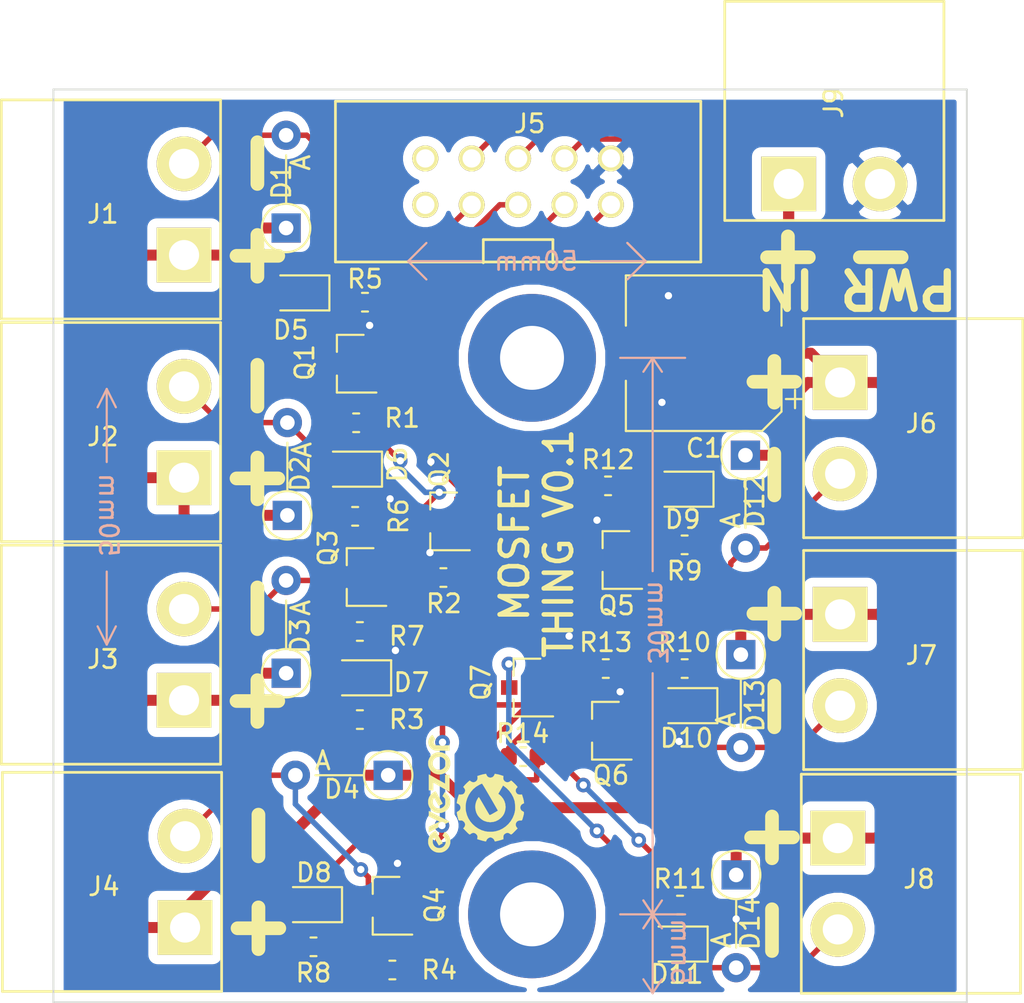
<source format=kicad_pcb>
(kicad_pcb (version 20171130) (host pcbnew "(5.1.5)-3")

  (general
    (thickness 1.6)
    (drawings 39)
    (tracks 365)
    (zones 0)
    (modules 49)
    (nets 26)
  )

  (page A4)
  (layers
    (0 F.Cu signal)
    (31 B.Cu signal)
    (32 B.Adhes user)
    (33 F.Adhes user)
    (34 B.Paste user)
    (35 F.Paste user)
    (36 B.SilkS user)
    (37 F.SilkS user)
    (38 B.Mask user)
    (39 F.Mask user)
    (40 Dwgs.User user hide)
    (41 Cmts.User user)
    (42 Eco1.User user)
    (43 Eco2.User user)
    (44 Edge.Cuts user)
    (45 Margin user)
    (46 B.CrtYd user)
    (47 F.CrtYd user)
    (48 B.Fab user hide)
    (49 F.Fab user hide)
  )

  (setup
    (last_trace_width 0.3)
    (trace_clearance 0.2)
    (zone_clearance 0.508)
    (zone_45_only no)
    (trace_min 0.2)
    (via_size 0.8)
    (via_drill 0.4)
    (via_min_size 0.4)
    (via_min_drill 0.3)
    (uvia_size 0.3)
    (uvia_drill 0.1)
    (uvias_allowed no)
    (uvia_min_size 0.2)
    (uvia_min_drill 0.1)
    (edge_width 0.05)
    (segment_width 0.2)
    (pcb_text_width 0.3)
    (pcb_text_size 1.5 1.5)
    (mod_edge_width 0.12)
    (mod_text_size 1 1)
    (mod_text_width 0.15)
    (pad_size 1.524 1.524)
    (pad_drill 0.762)
    (pad_to_mask_clearance 0.051)
    (solder_mask_min_width 0.25)
    (aux_axis_origin 134.582 101.594)
    (visible_elements 7FFFFFFF)
    (pcbplotparams
      (layerselection 0x010fc_ffffffff)
      (usegerberextensions false)
      (usegerberattributes false)
      (usegerberadvancedattributes false)
      (creategerberjobfile false)
      (excludeedgelayer true)
      (linewidth 0.100000)
      (plotframeref false)
      (viasonmask false)
      (mode 1)
      (useauxorigin false)
      (hpglpennumber 1)
      (hpglpenspeed 20)
      (hpglpendiameter 15.000000)
      (psnegative false)
      (psa4output false)
      (plotreference true)
      (plotvalue true)
      (plotinvisibletext false)
      (padsonsilk false)
      (subtractmaskfromsilk false)
      (outputformat 1)
      (mirror false)
      (drillshape 0)
      (scaleselection 1)
      (outputdirectory "../"))
  )

  (net 0 "")
  (net 1 "Net-(D1-Pad2)")
  (net 2 +24V)
  (net 3 "Net-(D2-Pad2)")
  (net 4 "Net-(D3-Pad2)")
  (net 5 "Net-(D4-Pad2)")
  (net 6 "Net-(D5-Pad2)")
  (net 7 GND)
  (net 8 "Net-(D6-Pad2)")
  (net 9 "Net-(D7-Pad2)")
  (net 10 "Net-(D8-Pad2)")
  (net 11 "Net-(D9-Pad2)")
  (net 12 "Net-(D10-Pad2)")
  (net 13 "Net-(D11-Pad2)")
  (net 14 "Net-(D12-Pad2)")
  (net 15 "Net-(D13-Pad2)")
  (net 16 "Net-(D14-Pad2)")
  (net 17 "Net-(J5-Pad1)")
  (net 18 "Net-(J5-Pad2)")
  (net 19 "Net-(J5-Pad3)")
  (net 20 "Net-(J5-Pad4)")
  (net 21 "Net-(J5-Pad5)")
  (net 22 "Net-(J5-Pad6)")
  (net 23 "Net-(J5-Pad7)")
  (net 24 "Net-(J5-Pad8)")
  (net 25 "Net-(J5-Pad9)")

  (net_class Default "This is the default net class."
    (clearance 0.2)
    (trace_width 0.3)
    (via_dia 0.8)
    (via_drill 0.4)
    (uvia_dia 0.3)
    (uvia_drill 0.1)
    (add_net GND)
    (add_net "Net-(D1-Pad2)")
    (add_net "Net-(D10-Pad2)")
    (add_net "Net-(D11-Pad2)")
    (add_net "Net-(D12-Pad2)")
    (add_net "Net-(D13-Pad2)")
    (add_net "Net-(D14-Pad2)")
    (add_net "Net-(D2-Pad2)")
    (add_net "Net-(D3-Pad2)")
    (add_net "Net-(D4-Pad2)")
    (add_net "Net-(D5-Pad2)")
    (add_net "Net-(D6-Pad2)")
    (add_net "Net-(D7-Pad2)")
    (add_net "Net-(D8-Pad2)")
    (add_net "Net-(D9-Pad2)")
    (add_net "Net-(J5-Pad1)")
    (add_net "Net-(J5-Pad2)")
    (add_net "Net-(J5-Pad3)")
    (add_net "Net-(J5-Pad4)")
    (add_net "Net-(J5-Pad5)")
    (add_net "Net-(J5-Pad6)")
    (add_net "Net-(J5-Pad7)")
    (add_net "Net-(J5-Pad8)")
    (add_net "Net-(J5-Pad9)")
  )

  (net_class 24V ""
    (clearance 0.2)
    (trace_width 0.6)
    (via_dia 0.8)
    (via_drill 0.4)
    (uvia_dia 0.3)
    (uvia_drill 0.1)
    (add_net +24V)
  )

  (module EvezorLIB:10_PIN_IDC (layer F.Cu) (tedit 5A8F44D0) (tstamp 5EC8F2AA)
    (at 160.02 56.642)
    (path /5EC7E856)
    (fp_text reference J5 (at 0.635 -3.175) (layer F.SilkS)
      (effects (font (size 1 1) (thickness 0.15)))
    )
    (fp_text value Conn_02x05_Odd_Even (at 0 -5.08) (layer F.Fab)
      (effects (font (size 1 1) (thickness 0.15)))
    )
    (fp_line (start -1.905 4.445) (end -1.905 3.175) (layer F.SilkS) (width 0.15))
    (fp_line (start -1.905 3.175) (end 1.905 3.175) (layer F.SilkS) (width 0.15))
    (fp_line (start 1.905 3.175) (end 1.905 4.445) (layer F.SilkS) (width 0.15))
    (fp_line (start -10 4.4) (end -10 -4.4) (layer F.SilkS) (width 0.15))
    (fp_line (start -10 -4.4) (end 10 -4.4) (layer F.SilkS) (width 0.15))
    (fp_line (start 10 -4.4) (end 10 4.4) (layer F.SilkS) (width 0.15))
    (fp_line (start -10 4.4) (end 10 4.4) (layer F.SilkS) (width 0.15))
    (pad 1 thru_hole circle (at -5.08 1.27) (size 1.4224 1.4224) (drill 1) (layers *.Cu *.Mask F.SilkS)
      (net 17 "Net-(J5-Pad1)"))
    (pad 2 thru_hole circle (at -5.08 -1.27) (size 1.4224 1.4224) (drill 1) (layers *.Cu *.Mask F.SilkS)
      (net 18 "Net-(J5-Pad2)"))
    (pad 3 thru_hole circle (at -2.54 1.27) (size 1.4224 1.4224) (drill 1) (layers *.Cu *.Mask F.SilkS)
      (net 19 "Net-(J5-Pad3)"))
    (pad 4 thru_hole circle (at -2.54 -1.27) (size 1.4224 1.4224) (drill 1) (layers *.Cu *.Mask F.SilkS)
      (net 20 "Net-(J5-Pad4)"))
    (pad 5 thru_hole circle (at 0 1.27) (size 1.4224 1.4224) (drill 1) (layers *.Cu *.Mask F.SilkS)
      (net 21 "Net-(J5-Pad5)"))
    (pad 6 thru_hole circle (at 0 -1.27) (size 1.4224 1.4224) (drill 1) (layers *.Cu *.Mask F.SilkS)
      (net 22 "Net-(J5-Pad6)"))
    (pad 7 thru_hole circle (at 2.54 1.27) (size 1.4224 1.4224) (drill 1) (layers *.Cu *.Mask F.SilkS)
      (net 23 "Net-(J5-Pad7)"))
    (pad 8 thru_hole circle (at 2.54 -1.27) (size 1.4224 1.4224) (drill 1) (layers *.Cu *.Mask F.SilkS)
      (net 24 "Net-(J5-Pad8)"))
    (pad 9 thru_hole circle (at 5.08 1.27) (size 1.4224 1.4224) (drill 1) (layers *.Cu *.Mask F.SilkS)
      (net 25 "Net-(J5-Pad9)"))
    (pad 10 thru_hole circle (at 5.08 -1.27) (size 1.4224 1.4224) (drill 1) (layers *.Cu *.Mask F.SilkS)
      (net 7 GND))
  )

  (module EvezorLIB:evezor_12 (layer F.Cu) (tedit 59E59124) (tstamp 5ECAA64E)
    (at 155.702 90.17 90)
    (fp_text reference G*** (at -1.7145 1.397 90) (layer F.SilkS) hide
      (effects (font (size 0.5 0.5) (thickness 0.125)))
    )
    (fp_text value LOGO (at 0.889 1.27 90) (layer F.SilkS) hide
      (effects (font (size 0.5 0.5) (thickness 0.125)))
    )
    (fp_poly (pts (xy 2.860975 -0.593526) (xy 2.919113 -0.585275) (xy 2.975602 -0.569817) (xy 3.029724 -0.547346)
      (xy 3.080761 -0.518055) (xy 3.127993 -0.482138) (xy 3.170703 -0.439789) (xy 3.206089 -0.394283)
      (xy 3.21408 -0.381851) (xy 3.219644 -0.371828) (xy 3.221495 -0.366766) (xy 3.217935 -0.363578)
      (xy 3.207866 -0.356754) (xy 3.19215 -0.346824) (xy 3.171651 -0.334317) (xy 3.147231 -0.319762)
      (xy 3.119753 -0.303688) (xy 3.10064 -0.292663) (xy 2.979857 -0.223377) (xy 2.956514 -0.249171)
      (xy 2.928444 -0.274583) (xy 2.897691 -0.292641) (xy 2.865209 -0.30364) (xy 2.831949 -0.307874)
      (xy 2.798862 -0.305637) (xy 2.766902 -0.297222) (xy 2.73702 -0.282923) (xy 2.710169 -0.263035)
      (xy 2.687299 -0.237851) (xy 2.669364 -0.207664) (xy 2.657316 -0.17277) (xy 2.654097 -0.155812)
      (xy 2.653497 -0.147465) (xy 2.652922 -0.131344) (xy 2.652382 -0.108143) (xy 2.651883 -0.078553)
      (xy 2.651433 -0.043269) (xy 2.651038 -0.002982) (xy 2.650707 0.041613) (xy 2.650446 0.089825)
      (xy 2.650263 0.140959) (xy 2.650166 0.194324) (xy 2.650152 0.216958) (xy 2.650067 0.563034)
      (xy 2.3622 0.563034) (xy 2.362331 0.202142) (xy 2.362401 0.14265) (xy 2.362563 0.086097)
      (xy 2.36281 0.033079) (xy 2.363137 -0.015805) (xy 2.363536 -0.059959) (xy 2.364001 -0.098785)
      (xy 2.364526 -0.131686) (xy 2.365104 -0.158064) (xy 2.365728 -0.177323) (xy 2.366393 -0.188864)
      (xy 2.366569 -0.1905) (xy 2.378653 -0.252161) (xy 2.398415 -0.310727) (xy 2.425573 -0.365634)
      (xy 2.459845 -0.416318) (xy 2.500948 -0.462214) (xy 2.503489 -0.464672) (xy 2.538433 -0.495787)
      (xy 2.572786 -0.521001) (xy 2.609258 -0.54221) (xy 2.626304 -0.550587) (xy 2.683852 -0.5731)
      (xy 2.742626 -0.587632) (xy 2.801906 -0.594376) (xy 2.860975 -0.593526)) (layer F.SilkS) (width 0.01))
    (fp_poly (pts (xy 1.052339 -0.555625) (xy 1.049477 -0.550491) (xy 1.042701 -0.538466) (xy 1.032279 -0.520022)
      (xy 1.018479 -0.495629) (xy 1.001567 -0.465761) (xy 0.981811 -0.430887) (xy 0.959478 -0.391481)
      (xy 0.934835 -0.348013) (xy 0.908149 -0.300954) (xy 0.879689 -0.250778) (xy 0.84972 -0.197954)
      (xy 0.81851 -0.142955) (xy 0.801046 -0.112183) (xy 0.555963 0.319617) (xy 0.792332 0.32071)
      (xy 1.0287 0.321804) (xy 1.0287 0.563034) (xy 0.109994 0.563034) (xy 0.122541 0.540809)
      (xy 0.126259 0.53424) (xy 0.133874 0.520802) (xy 0.145106 0.500986) (xy 0.159676 0.475289)
      (xy 0.177302 0.444202) (xy 0.197706 0.40822) (xy 0.220607 0.367838) (xy 0.245724 0.323548)
      (xy 0.272778 0.275846) (xy 0.301489 0.225224) (xy 0.331577 0.172177) (xy 0.362761 0.117198)
      (xy 0.37401 0.097367) (xy 0.612932 -0.32385) (xy 0.401716 -0.324947) (xy 0.1905 -0.326045)
      (xy 0.1905 -0.567266) (xy 1.058551 -0.567266) (xy 1.052339 -0.555625)) (layer F.SilkS) (width 0.01))
    (fp_poly (pts (xy -1.667916 -0.270516) (xy -1.526615 0.026234) (xy -1.506832 -0.013341) (xy -1.501576 -0.023995)
      (xy -1.493015 -0.041522) (xy -1.481515 -0.065165) (xy -1.467443 -0.09417) (xy -1.451165 -0.12778)
      (xy -1.433046 -0.165238) (xy -1.413453 -0.205788) (xy -1.392753 -0.248675) (xy -1.37131 -0.293141)
      (xy -1.363142 -0.310091) (xy -1.239236 -0.567266) (xy -1.093751 -0.567266) (xy -1.059611 -0.567208)
      (xy -1.028318 -0.567042) (xy -1.000841 -0.566783) (xy -0.978146 -0.566443) (xy -0.961199 -0.566038)
      (xy -0.950967 -0.56558) (xy -0.948266 -0.56518) (xy -0.950155 -0.561068) (xy -0.955648 -0.549928)
      (xy -0.964486 -0.532267) (xy -0.976411 -0.508593) (xy -0.991164 -0.479411) (xy -1.008486 -0.445228)
      (xy -1.028118 -0.406552) (xy -1.049801 -0.363888) (xy -1.073278 -0.317744) (xy -1.098288 -0.268625)
      (xy -1.124573 -0.217039) (xy -1.151875 -0.163493) (xy -1.179934 -0.108493) (xy -1.208492 -0.052545)
      (xy -1.237289 0.003843) (xy -1.266068 0.060165) (xy -1.294569 0.115915) (xy -1.322533 0.170585)
      (xy -1.349702 0.223669) (xy -1.375817 0.274661) (xy -1.400619 0.323053) (xy -1.423849 0.368339)
      (xy -1.445248 0.410013) (xy -1.464558 0.447567) (xy -1.48152 0.480495) (xy -1.495875 0.50829)
      (xy -1.507365 0.530446) (xy -1.515729 0.546456) (xy -1.52071 0.555813) (xy -1.522058 0.558148)
      (xy -1.52695 0.561729) (xy -1.530804 0.558148) (xy -1.533242 0.553572) (xy -1.539236 0.542011)
      (xy -1.548529 0.523969) (xy -1.560862 0.499952) (xy -1.575979 0.470466) (xy -1.59362 0.436016)
      (xy -1.613528 0.397109) (xy -1.635445 0.354249) (xy -1.659114 0.307943) (xy -1.684275 0.258696)
      (xy -1.710671 0.207014) (xy -1.738045 0.153401) (xy -1.766138 0.098365) (xy -1.794693 0.042411)
      (xy -1.82345 -0.013957) (xy -1.852153 -0.070231) (xy -1.880544 -0.125907) (xy -1.908364 -0.180479)
      (xy -1.935356 -0.233442) (xy -1.961262 -0.284288) (xy -1.985823 -0.332514) (xy -2.008782 -0.377613)
      (xy -2.029881 -0.41908) (xy -2.048862 -0.456409) (xy -2.065466 -0.489095) (xy -2.079437 -0.516631)
      (xy -2.090516 -0.538512) (xy -2.098445 -0.554233) (xy -2.102966 -0.563288) (xy -2.103966 -0.565397)
      (xy -2.099893 -0.565833) (xy -2.088314 -0.566233) (xy -2.070189 -0.566585) (xy -2.046479 -0.566876)
      (xy -2.018145 -0.567095) (xy -1.986148 -0.567228) (xy -1.956592 -0.567267) (xy -1.809217 -0.567267)
      (xy -1.667916 -0.270516)) (layer F.SilkS) (width 0.01))
    (fp_poly (pts (xy 1.700256 -0.603343) (xy 1.733739 -0.601956) (xy 1.763373 -0.599608) (xy 1.787113 -0.596299)
      (xy 1.7907 -0.595581) (xy 1.859893 -0.57666) (xy 1.925357 -0.55043) (xy 1.986647 -0.517352)
      (xy 2.043317 -0.477886) (xy 2.094921 -0.432492) (xy 2.141011 -0.381632) (xy 2.181144 -0.325766)
      (xy 2.214871 -0.265354) (xy 2.241747 -0.200857) (xy 2.261326 -0.132735) (xy 2.267167 -0.103717)
      (xy 2.271802 -0.067735) (xy 2.274252 -0.026694) (xy 2.274518 0.016287) (xy 2.2726 0.058088)
      (xy 2.268497 0.095589) (xy 2.267167 0.103717) (xy 2.250697 0.173404) (xy 2.226765 0.239564)
      (xy 2.195792 0.301758) (xy 2.1582 0.359551) (xy 2.114409 0.412503) (xy 2.064841 0.460177)
      (xy 2.009917 0.502136) (xy 1.950058 0.537942) (xy 1.885684 0.567156) (xy 1.817218 0.589342)
      (xy 1.794615 0.594863) (xy 1.775478 0.598001) (xy 1.749889 0.600516) (xy 1.719841 0.602368)
      (xy 1.687331 0.603519) (xy 1.654352 0.603929) (xy 1.622898 0.603559) (xy 1.594963 0.60237)
      (xy 1.572544 0.600323) (xy 1.565999 0.599333) (xy 1.495881 0.582858) (xy 1.429416 0.558981)
      (xy 1.367026 0.528125) (xy 1.309133 0.490712) (xy 1.256156 0.447165) (xy 1.208519 0.397908)
      (xy 1.166641 0.343364) (xy 1.130944 0.283954) (xy 1.101849 0.220103) (xy 1.079778 0.152233)
      (xy 1.068182 0.099484) (xy 1.064436 0.070273) (xy 1.062219 0.035557) (xy 1.061534 -0.001661)
      (xy 1.303867 -0.001661) (xy 1.307901 0.053474) (xy 1.319683 0.106029) (xy 1.338735 0.155421)
      (xy 1.36458 0.201071) (xy 1.396738 0.242398) (xy 1.434731 0.278822) (xy 1.478082 0.309762)
      (xy 1.526311 0.334637) (xy 1.578941 0.352869) (xy 1.6002 0.357977) (xy 1.621952 0.36096)
      (xy 1.649235 0.362303) (xy 1.679288 0.362088) (xy 1.709352 0.360396) (xy 1.736668 0.357309)
      (xy 1.756834 0.353349) (xy 1.808423 0.33571) (xy 1.856026 0.311128) (xy 1.899101 0.2803)
      (xy 1.937102 0.243923) (xy 1.969487 0.202695) (xy 1.995712 0.157311) (xy 2.015234 0.10847)
      (xy 2.027507 0.056868) (xy 2.03199 0.003202) (xy 2.032 0.000551) (xy 2.027984 -0.055286)
      (xy 2.016005 -0.108314) (xy 1.996162 -0.158301) (xy 1.968557 -0.205015) (xy 1.93329 -0.248225)
      (xy 1.916472 -0.265032) (xy 1.879499 -0.296063) (xy 1.840232 -0.320976) (xy 1.796258 -0.341215)
      (xy 1.778 -0.347916) (xy 1.762733 -0.353078) (xy 1.750235 -0.356772) (xy 1.738563 -0.359244)
      (xy 1.725775 -0.360739) (xy 1.709931 -0.361502) (xy 1.689088 -0.361778) (xy 1.667934 -0.361813)
      (xy 1.641799 -0.361747) (xy 1.622189 -0.361388) (xy 1.607163 -0.360489) (xy 1.594778 -0.358805)
      (xy 1.583092 -0.356092) (xy 1.570164 -0.352104) (xy 1.557867 -0.347916) (xy 1.511497 -0.329061)
      (xy 1.470742 -0.306076) (xy 1.433189 -0.277516) (xy 1.419395 -0.265032) (xy 1.381023 -0.223385)
      (xy 1.350208 -0.178133) (xy 1.327091 -0.129597) (xy 1.311814 -0.0781) (xy 1.304519 -0.023964)
      (xy 1.303867 -0.001661) (xy 1.061534 -0.001661) (xy 1.06153 -0.001844) (xy 1.062368 -0.039107)
      (xy 1.064735 -0.07341) (xy 1.068182 -0.099483) (xy 1.081197 -0.156836) (xy 1.099576 -0.213778)
      (xy 1.122431 -0.268035) (xy 1.148874 -0.317333) (xy 1.160169 -0.335025) (xy 1.204118 -0.392937)
      (xy 1.253705 -0.444639) (xy 1.308544 -0.489872) (xy 1.368248 -0.528374) (xy 1.432431 -0.559884)
      (xy 1.500705 -0.584141) (xy 1.546609 -0.59579) (xy 1.568691 -0.599239) (xy 1.59714 -0.601716)
      (xy 1.629913 -0.603225) (xy 1.664966 -0.603767) (xy 1.700256 -0.603343)) (layer F.SilkS) (width 0.01))
    (fp_poly (pts (xy -0.40532 -0.604371) (xy -0.370742 -0.602158) (xy -0.342587 -0.598679) (xy -0.312408 -0.592365)
      (xy -0.278271 -0.583174) (xy -0.243077 -0.572042) (xy -0.20973 -0.559902) (xy -0.18113 -0.547691)
      (xy -0.174912 -0.544661) (xy -0.117575 -0.511344) (xy -0.06293 -0.470866) (xy -0.012233 -0.424407)
      (xy 0.033261 -0.37315) (xy 0.072295 -0.318275) (xy 0.081158 -0.303685) (xy 0.088445 -0.290378)
      (xy 0.096832 -0.27369) (xy 0.105604 -0.25523) (xy 0.114045 -0.236608) (xy 0.12144 -0.219435)
      (xy 0.127072 -0.205321) (xy 0.130226 -0.195876) (xy 0.130475 -0.192756) (xy 0.12669 -0.19052)
      (xy 0.116086 -0.184359) (xy 0.099183 -0.174573) (xy 0.0765 -0.161462) (xy 0.048556 -0.145325)
      (xy 0.01587 -0.126462) (xy -0.021038 -0.105173) (xy -0.06165 -0.081757) (xy -0.105447 -0.056513)
      (xy -0.151908 -0.029741) (xy -0.200516 -0.001742) (xy -0.202882 -0.000379) (xy -0.261821 0.033533)
      (xy -0.313837 0.063387) (xy -0.359319 0.089396) (xy -0.398654 0.111773) (xy -0.432228 0.130732)
      (xy -0.460431 0.146488) (xy -0.483649 0.159253) (xy -0.50227 0.169241) (xy -0.516682 0.176666)
      (xy -0.527271 0.181742) (xy -0.534426 0.184682) (xy -0.538533 0.1857) (xy -0.539811 0.185375)
      (xy -0.543296 0.180249) (xy -0.55011 0.169179) (xy -0.559603 0.153291) (xy -0.571128 0.133711)
      (xy -0.584038 0.111565) (xy -0.597686 0.087978) (xy -0.611422 0.064078) (xy -0.6246 0.040989)
      (xy -0.636572 0.019837) (xy -0.646691 0.00175) (xy -0.654309 -0.012149) (xy -0.658778 -0.020731)
      (xy -0.659669 -0.023007) (xy -0.655852 -0.025257) (xy -0.645338 -0.03136) (xy -0.628769 -0.040947)
      (xy -0.606785 -0.053649) (xy -0.580027 -0.069094) (xy -0.549137 -0.086913) (xy -0.514755 -0.106735)
      (xy -0.477523 -0.128192) (xy -0.439208 -0.150263) (xy -0.399844 -0.172986) (xy -0.36275 -0.1945)
      (xy -0.328562 -0.21443) (xy -0.297917 -0.232398) (xy -0.271453 -0.24803) (xy -0.249806 -0.260948)
      (xy -0.233613 -0.270776) (xy -0.22351 -0.277139) (xy -0.220133 -0.279646) (xy -0.223643 -0.283897)
      (xy -0.233089 -0.290978) (xy -0.246844 -0.299912) (xy -0.263281 -0.309724) (xy -0.280773 -0.319436)
      (xy -0.297693 -0.328073) (xy -0.310468 -0.333864) (xy -0.35835 -0.349459) (xy -0.4091 -0.358084)
      (xy -0.460861 -0.35967) (xy -0.511772 -0.354147) (xy -0.555494 -0.342986) (xy -0.607354 -0.321336)
      (xy -0.654422 -0.292939) (xy -0.696207 -0.258315) (xy -0.73222 -0.217989) (xy -0.761968 -0.172481)
      (xy -0.784961 -0.122315) (xy -0.796231 -0.086783) (xy -0.801764 -0.058017) (xy -0.804902 -0.02451)
      (xy -0.805602 0.010656) (xy -0.803817 0.0444) (xy -0.799504 0.073641) (xy -0.798602 0.077593)
      (xy -0.781804 0.130203) (xy -0.758386 0.178304) (xy -0.729029 0.221541) (xy -0.694413 0.25956)
      (xy -0.65522 0.292006) (xy -0.612132 0.318525) (xy -0.565829 0.338763) (xy -0.516994 0.352366)
      (xy -0.466307 0.35898) (xy -0.41445 0.35825) (xy -0.362104 0.349822) (xy -0.309951 0.333342)
      (xy -0.308113 0.332606) (xy -0.275322 0.31723) (xy -0.244884 0.29812) (xy -0.214345 0.273643)
      (xy -0.201021 0.261487) (xy -0.184554 0.244969) (xy -0.167987 0.226597) (xy -0.152872 0.208259)
      (xy -0.140763 0.191843) (xy -0.133212 0.179237) (xy -0.132997 0.178775) (xy -0.129355 0.180422)
      (xy -0.119529 0.185715) (xy -0.104633 0.194009) (xy -0.085784 0.204663) (xy -0.064095 0.217031)
      (xy -0.040684 0.23047) (xy -0.016663 0.244336) (xy 0.00685 0.257986) (xy 0.028742 0.270775)
      (xy 0.047896 0.282061) (xy 0.063197 0.2912) (xy 0.073531 0.297547) (xy 0.077737 0.30041)
      (xy 0.077859 0.306227) (xy 0.072861 0.31715) (xy 0.063485 0.332177) (xy 0.050476 0.350308)
      (xy 0.034577 0.370542) (xy 0.016532 0.391877) (xy -0.002915 0.413313) (xy -0.016933 0.427811)
      (xy -0.070109 0.475865) (xy -0.12658 0.516282) (xy -0.186904 0.549369) (xy -0.251638 0.575432)
      (xy -0.321342 0.594776) (xy -0.321733 0.594863) (xy -0.338965 0.597622) (xy -0.362663 0.59995)
      (xy -0.390834 0.60179) (xy -0.421488 0.603087) (xy -0.452631 0.603783) (xy -0.482271 0.603823)
      (xy -0.508417 0.60315) (xy -0.529075 0.601709) (xy -0.535427 0.600893) (xy -0.605548 0.585863)
      (xy -0.672308 0.563321) (xy -0.735248 0.533709) (xy -0.793913 0.497468) (xy -0.847844 0.455041)
      (xy -0.896585 0.406867) (xy -0.939678 0.35339) (xy -0.976667 0.29505) (xy -1.007093 0.232289)
      (xy -1.0305 0.165548) (xy -1.043772 0.110067) (xy -1.048084 0.079577) (xy -1.050744 0.043454)
      (xy -1.051752 0.004366) (xy -1.051108 -0.035015) (xy -1.048811 -0.072019) (xy -1.044862 -0.103978)
      (xy -1.043772 -0.110067) (xy -1.026247 -0.179886) (xy -1.001414 -0.245988) (xy -0.969715 -0.307941)
      (xy -0.931593 -0.365312) (xy -0.887489 -0.417668) (xy -0.837844 -0.464578) (xy -0.783101 -0.505609)
      (xy -0.723702 -0.540329) (xy -0.660088 -0.568305) (xy -0.592701 -0.589106) (xy -0.543983 -0.599089)
      (xy -0.514851 -0.602541) (xy -0.480168 -0.604568) (xy -0.442726 -0.605176) (xy -0.40532 -0.604371)) (layer F.SilkS) (width 0.01))
    (fp_poly (pts (xy -2.575457 -0.604633) (xy -2.55196 -0.603432) (xy -2.530511 -0.601151) (xy -2.520679 -0.599705)
      (xy -2.450873 -0.584447) (xy -2.384038 -0.561475) (xy -2.320742 -0.531152) (xy -2.261554 -0.493838)
      (xy -2.207043 -0.449895) (xy -2.157778 -0.399683) (xy -2.114326 -0.343564) (xy -2.112049 -0.340214)
      (xy -2.102016 -0.32422) (xy -2.090512 -0.3041) (xy -2.07846 -0.281676) (xy -2.066785 -0.258776)
      (xy -2.056411 -0.237224) (xy -2.048263 -0.218845) (xy -2.043264 -0.205465) (xy -2.042606 -0.203077)
      (xy -2.042384 -0.201117) (xy -2.042952 -0.198955) (xy -2.044751 -0.19632) (xy -2.04822 -0.192942)
      (xy -2.053802 -0.188551) (xy -2.061934 -0.182878) (xy -2.073059 -0.175652) (xy -2.087616 -0.166604)
      (xy -2.106045 -0.155464) (xy -2.128787 -0.141961) (xy -2.156282 -0.125826) (xy -2.18897 -0.106789)
      (xy -2.227292 -0.08458) (xy -2.271687 -0.05893) (xy -2.322597 -0.029567) (xy -2.372994 -0.000524)
      (xy -2.42177 0.02752) (xy -2.468464 0.054254) (xy -2.512554 0.079386) (xy -2.553521 0.102624)
      (xy -2.590844 0.123676) (xy -2.624001 0.142251) (xy -2.652473 0.158058) (xy -2.675737 0.170804)
      (xy -2.693275 0.180198) (xy -2.704564 0.185948) (xy -2.709084 0.187763) (xy -2.709132 0.187736)
      (xy -2.712465 0.182707) (xy -2.719171 0.171628) (xy -2.728591 0.15565) (xy -2.740069 0.135926)
      (xy -2.752948 0.113607) (xy -2.766571 0.089845) (xy -2.780279 0.065793) (xy -2.793416 0.042601)
      (xy -2.805325 0.021422) (xy -2.815348 0.003409) (xy -2.822828 -0.010289) (xy -2.827108 -0.018518)
      (xy -2.827866 -0.020357) (xy -2.824298 -0.02308) (xy -2.814018 -0.029631) (xy -2.797662 -0.039634)
      (xy -2.775866 -0.052711) (xy -2.749265 -0.068486) (xy -2.718497 -0.08658) (xy -2.684197 -0.106617)
      (xy -2.647 -0.128219) (xy -2.608118 -0.150679) (xy -2.560181 -0.178356) (xy -2.519218 -0.202146)
      (xy -2.484815 -0.2223) (xy -2.45656 -0.239073) (xy -2.43404 -0.252715) (xy -2.416843 -0.263481)
      (xy -2.404556 -0.271623) (xy -2.396768 -0.277394) (xy -2.393065 -0.281046) (xy -2.392774 -0.282621)
      (xy -2.40062 -0.289435) (xy -2.41416 -0.298615) (xy -2.431386 -0.30901) (xy -2.450294 -0.319467)
      (xy -2.468876 -0.328833) (xy -2.485125 -0.335956) (xy -2.486646 -0.336539) (xy -2.538533 -0.351739)
      (xy -2.591303 -0.358993) (xy -2.644068 -0.358536) (xy -2.695941 -0.350606) (xy -2.746031 -0.335438)
      (xy -2.793452 -0.31327) (xy -2.837315 -0.284338) (xy -2.876731 -0.248878) (xy -2.895337 -0.227738)
      (xy -2.916223 -0.198294) (xy -2.935914 -0.163784) (xy -2.952655 -0.12759) (xy -2.964163 -0.094961)
      (xy -2.969404 -0.070071) (xy -2.972803 -0.039765) (xy -2.974332 -0.006646) (xy -2.973964 0.026685)
      (xy -2.971672 0.057628) (xy -2.967429 0.083581) (xy -2.966084 0.0889) (xy -2.947432 0.140935)
      (xy -2.921609 0.189184) (xy -2.889232 0.232901) (xy -2.850922 0.271338) (xy -2.807299 0.303749)
      (xy -2.771366 0.323701) (xy -2.743682 0.336356) (xy -2.719515 0.345476) (xy -2.696376 0.351602)
      (xy -2.671773 0.355275) (xy -2.643216 0.357037) (xy -2.6162 0.357434) (xy -2.583211 0.356955)
      (xy -2.556101 0.354991) (xy -2.532329 0.35097) (xy -2.509358 0.344323) (xy -2.484648 0.334479)
      (xy -2.45745 0.321742) (xy -2.414357 0.29712) (xy -2.375753 0.26726) (xy -2.340455 0.231102)
      (xy -2.307279 0.187591) (xy -2.307167 0.187428) (xy -2.305174 0.184812) (xy -2.302757 0.18325)
      (xy -2.299072 0.18313) (xy -2.293277 0.184836) (xy -2.284532 0.188754) (xy -2.271993 0.19527)
      (xy -2.25482 0.204771) (xy -2.23217 0.217642) (xy -2.203201 0.234268) (xy -2.196202 0.238293)
      (xy -2.169279 0.253938) (xy -2.144911 0.268412) (xy -2.124028 0.281139) (xy -2.107557 0.291541)
      (xy -2.096427 0.299042) (xy -2.091565 0.303065) (xy -2.091427 0.303387) (xy -2.093818 0.310004)
      (xy -2.100536 0.321698) (xy -2.11055 0.336991) (xy -2.122829 0.354405) (xy -2.136342 0.372462)
      (xy -2.150056 0.389684) (xy -2.158872 0.40005) (xy -2.208049 0.449752) (xy -2.262601 0.493448)
      (xy -2.321663 0.53066) (xy -2.384371 0.560909) (xy -2.449858 0.583714) (xy -2.517222 0.598591)
      (xy -2.546445 0.602004) (xy -2.580719 0.604075) (xy -2.617377 0.604803) (xy -2.653753 0.604185)
      (xy -2.68718 0.602217) (xy -2.714993 0.598898) (xy -2.715683 0.598783) (xy -2.785699 0.582738)
      (xy -2.852611 0.55889) (xy -2.916037 0.527449) (xy -2.975596 0.48863) (xy -3.030905 0.442644)
      (xy -3.072692 0.399881) (xy -3.114032 0.347394) (xy -3.149775 0.289283) (xy -3.179313 0.226764)
      (xy -3.202037 0.161056) (xy -3.211963 0.121462) (xy -3.21541 0.099397) (xy -3.217892 0.070971)
      (xy -3.21941 0.038234) (xy -3.219966 0.003235) (xy -3.219561 -0.031975) (xy -3.218195 -0.065346)
      (xy -3.215869 -0.094829) (xy -3.212586 -0.118372) (xy -3.211839 -0.122072) (xy -3.192728 -0.191448)
      (xy -3.166281 -0.257274) (xy -3.132902 -0.319029) (xy -3.092995 -0.376191) (xy -3.046965 -0.428237)
      (xy -2.995215 -0.474645) (xy -2.93815 -0.514893) (xy -2.885016 -0.544237) (xy -2.841858 -0.563949)
      (xy -2.80197 -0.579014) (xy -2.762958 -0.590012) (xy -2.722431 -0.597521) (xy -2.677993 -0.602117)
      (xy -2.637096 -0.604115) (xy -2.603127 -0.604834) (xy -2.575457 -0.604633)) (layer F.SilkS) (width 0.01))
  )

  (module EvezorLIB:LOGO_37 (layer F.Cu) (tedit 59E58C37) (tstamp 5ECAA603)
    (at 158.496 90.932 90)
    (fp_text reference G*** (at 2.54 2.54 90) (layer F.SilkS) hide
      (effects (font (size 0.7 0.7) (thickness 0.175)))
    )
    (fp_text value LOGO (at -2.54 2.54 90) (layer F.SilkS) hide
      (effects (font (size 0.7 0.7) (thickness 0.175)))
    )
    (fp_poly (pts (xy 0.334277 -1.822037) (xy 0.392561 -1.811766) (xy 0.46886 -1.793707) (xy 0.549219 -1.771252)
      (xy 0.571501 -1.764335) (xy 0.719667 -1.7171) (xy 0.714752 -1.624783) (xy 0.721824 -1.532864)
      (xy 0.754719 -1.462062) (xy 0.814492 -1.4104) (xy 0.834526 -1.399878) (xy 0.916444 -1.374061)
      (xy 0.991417 -1.379755) (xy 1.064362 -1.417784) (xy 1.09555 -1.443571) (xy 1.132767 -1.477444)
      (xy 1.19715 -1.425853) (xy 1.246365 -1.382594) (xy 1.308265 -1.322823) (xy 1.373644 -1.255867)
      (xy 1.433293 -1.191054) (xy 1.462498 -1.157077) (xy 1.482163 -1.129442) (xy 1.479443 -1.109335)
      (xy 1.456968 -1.084434) (xy 1.409752 -1.015599) (xy 1.391047 -0.937878) (xy 1.399899 -0.859084)
      (xy 1.435353 -0.787028) (xy 1.496455 -0.729519) (xy 1.500656 -0.726862) (xy 1.552395 -0.703106)
      (xy 1.61161 -0.69576) (xy 1.64618 -0.696962) (xy 1.733986 -0.702733) (xy 1.781245 -0.554567)
      (xy 1.804299 -0.4757) (xy 1.823868 -0.396834) (xy 1.836585 -0.331902) (xy 1.83853 -0.317501)
      (xy 1.848556 -0.228599) (xy 1.780108 -0.200521) (xy 1.710043 -0.154616) (xy 1.662869 -0.08705)
      (xy 1.643009 -0.004549) (xy 1.64266 0.008467) (xy 1.658119 0.0926) (xy 1.701545 0.16279)
      (xy 1.768514 0.212311) (xy 1.780108 0.217456) (xy 1.848556 0.245534) (xy 1.83853 0.334435)
      (xy 1.828465 0.392628) (xy 1.810559 0.468846) (xy 1.788179 0.549159) (xy 1.781245 0.571502)
      (xy 1.733986 0.719667) (xy 1.64618 0.713896) (xy 1.577856 0.714809) (xy 1.524732 0.730545)
      (xy 1.500656 0.743796) (xy 1.438132 0.800249) (xy 1.401203 0.871692) (xy 1.390821 0.950313)
      (xy 1.407943 1.028302) (xy 1.453521 1.097849) (xy 1.456968 1.101369) (xy 1.4808 1.128477)
      (xy 1.481144 1.148613) (xy 1.462498 1.174012) (xy 1.410706 1.233064) (xy 1.347659 1.299854)
      (xy 1.282567 1.365055) (xy 1.224637 1.419339) (xy 1.19715 1.442787) (xy 1.132767 1.494378)
      (xy 1.09555 1.460505) (xy 1.021992 1.408663) (xy 0.948468 1.3895) (xy 0.870064 1.402194)
      (xy 0.834526 1.416812) (xy 0.767606 1.46383) (xy 0.727837 1.529475) (xy 0.714165 1.615724)
      (xy 0.714752 1.641717) (xy 0.719667 1.734034) (xy 0.571501 1.781269) (xy 0.492594 1.804369)
      (xy 0.413662 1.824067) (xy 0.348658 1.83697) (xy 0.334277 1.838971) (xy 0.245219 1.849439)
      (xy 0.214896 1.780711) (xy 0.168766 1.711901) (xy 0.106207 1.666785) (xy 0.034229 1.645398)
      (xy -0.040161 1.647778) (xy -0.109954 1.673962) (xy -0.16814 1.723986) (xy -0.200522 1.778525)
      (xy -0.218417 1.813413) (xy -0.240886 1.835082) (xy -0.273616 1.844078) (xy -0.322293 1.840952)
      (xy -0.392603 1.826251) (xy -0.474133 1.804926) (xy -0.566334 1.77959) (xy -0.630645 1.760052)
      (xy -0.671803 1.743024) (xy -0.694545 1.72522) (xy -0.703607 1.703352) (xy -0.703726 1.674134)
      (xy -0.701014 1.647458) (xy -0.706263 1.562963) (xy -0.737614 1.492363) (xy -0.789174 1.438457)
      (xy -0.855046 1.404043) (xy -0.929337 1.39192) (xy -1.006152 1.404885) (xy -1.079597 1.445738)
      (xy -1.096007 1.459946) (xy -1.133681 1.495236) (xy -1.287993 1.344518) (xy -1.361568 1.272097)
      (xy -1.413191 1.218631) (xy -1.445354 1.17964) (xy -1.460552 1.150642) (xy -1.461279 1.127155)
      (xy -1.450028 1.104699) (xy -1.433251 1.083479) (xy -1.389266 1.008246) (xy -1.377641 0.928943)
      (xy -1.398011 0.850224) (xy -1.450012 0.776748) (xy -1.457813 0.769027) (xy -1.49068 0.741325)
      (xy -1.52355 0.72649) (xy -1.568816 0.720693) (xy -1.616491 0.719965) (xy -1.723604 0.720262)
      (xy -1.759116 0.609898) (xy -1.77963 0.541876) (xy -1.800603 0.465302) (xy -1.819808 0.38921)
      (xy -1.835017 0.322635) (xy -1.844003 0.274611) (xy -1.845483 0.259579) (xy -1.831089 0.242238)
      (xy -1.797313 0.229123) (xy -1.738689 0.201165) (xy -1.685172 0.149959) (xy -1.644919 0.085985)
      (xy -1.626086 0.019724) (xy -1.6256 0.008467) (xy -1.633369 -0.027519) (xy -1.319619 -0.027519)
      (xy -1.317613 0.096351) (xy -1.308706 0.211672) (xy -1.296389 0.290196) (xy -1.237698 0.487496)
      (xy -1.149444 0.672248) (xy -1.034506 0.841622) (xy -0.895761 0.992788) (xy -0.736089 1.122917)
      (xy -0.558368 1.229179) (xy -0.365477 1.308745) (xy -0.220723 1.347514) (xy -0.133322 1.359272)
      (xy -0.024296 1.364231) (xy 0.094879 1.362754) (xy 0.212727 1.355204) (xy 0.317772 1.341941)
      (xy 0.381 1.328532) (xy 0.573094 1.259691) (xy 0.756397 1.161219) (xy 0.925127 1.037218)
      (xy 1.073501 0.89179) (xy 1.169103 0.769446) (xy 1.216801 0.700118) (xy 0.758439 0.437816)
      (xy 0.732124 0.477142) (xy 0.707138 0.508391) (xy 0.666175 0.553582) (xy 0.617787 0.603305)
      (xy 0.614387 0.60667) (xy 0.493031 0.703487) (xy 0.353161 0.775792) (xy 0.201763 0.821274)
      (xy 0.04582 0.837627) (xy -0.062603 0.830461) (xy -0.211856 0.799745) (xy -0.338702 0.751043)
      (xy -0.451721 0.680042) (xy -0.559491 0.582427) (xy -0.562935 0.57883) (xy -0.665256 0.448137)
      (xy -0.738183 0.303773) (xy -0.781114 0.1499) (xy -0.793444 -0.009319) (xy -0.774573 -0.169724)
      (xy -0.723897 -0.327151) (xy -0.701133 -0.375691) (xy -0.646761 -0.461657) (xy -0.572015 -0.551208)
      (xy -0.487075 -0.633316) (xy -0.407909 -0.693298) (xy -0.271555 -0.761856) (xy -0.121547 -0.804098)
      (xy 0.034691 -0.819463) (xy 0.189739 -0.80739) (xy 0.336172 -0.767318) (xy 0.372008 -0.752203)
      (xy 0.439266 -0.719029) (xy 0.499738 -0.684806) (xy 0.546469 -0.653916) (xy 0.572505 -0.630738)
      (xy 0.575617 -0.623954) (xy 0.561508 -0.613166) (xy 0.521424 -0.587683) (xy 0.458819 -0.549569)
      (xy 0.377148 -0.50089) (xy 0.279864 -0.44371) (xy 0.17042 -0.380096) (xy 0.097366 -0.33798)
      (xy -0.019027 -0.270876) (xy -0.126443 -0.208545) (xy -0.221232 -0.153136) (xy -0.299743 -0.106799)
      (xy -0.358326 -0.071684) (xy -0.39333 -0.049941) (xy -0.401476 -0.044226) (xy -0.4057 -0.029654)
      (xy -0.398126 -0.001077) (xy -0.377096 0.04519) (xy -0.340949 0.112831) (xy -0.292347 0.198091)
      (xy -0.162742 0.421581) (xy -0.067796 0.367424) (xy 0.14853 0.243757) (xy 0.351843 0.126985)
      (xy 0.540471 0.01809) (xy 0.712747 -0.081943) (xy 0.867 -0.172131) (xy 1.001562 -0.251488)
      (xy 1.114762 -0.319032) (xy 1.204931 -0.373778) (xy 1.2704 -0.414743) (xy 1.309499 -0.440942)
      (xy 1.320768 -0.451005) (xy 1.313587 -0.474) (xy 1.294385 -0.51894) (xy 1.266723 -0.577699)
      (xy 1.254009 -0.603405) (xy 1.147664 -0.779202) (xy 1.016784 -0.934974) (xy 0.864984 -1.068923)
      (xy 0.695875 -1.179247) (xy 0.513071 -1.264146) (xy 0.320184 -1.321821) (xy 0.120829 -1.350472)
      (xy -0.081384 -1.348298) (xy -0.205944 -1.330807) (xy -0.406179 -1.278005) (xy -0.588526 -1.198852)
      (xy -0.757949 -1.090782) (xy -0.895175 -0.974585) (xy -1.031228 -0.825561) (xy -1.144996 -0.658887)
      (xy -1.232984 -0.480813) (xy -1.291694 -0.297595) (xy -1.30233 -0.246656) (xy -1.314575 -0.146376)
      (xy -1.319619 -0.027519) (xy -1.633369 -0.027519) (xy -1.639756 -0.0571) (xy -1.676787 -0.12225)
      (xy -1.728536 -0.176501) (xy -1.786847 -0.209373) (xy -1.797313 -0.212189) (xy -1.831722 -0.225735)
      (xy -1.84532 -0.242645) (xy -1.839739 -0.283479) (xy -1.825147 -0.349943) (xy -1.803145 -0.435504)
      (xy -1.77534 -0.533632) (xy -1.767001 -0.56158) (xy -1.722753 -0.708294) (xy -1.636077 -0.699662)
      (xy -1.576174 -0.697296) (xy -1.532102 -0.707242) (xy -1.490133 -0.730972) (xy -1.42453 -0.792215)
      (xy -1.387279 -0.864837) (xy -1.379425 -0.942773) (xy -1.402015 -1.019959) (xy -1.43249 -1.06564)
      (xy -1.452143 -1.090976) (xy -1.461879 -1.113449) (xy -1.459218 -1.137558) (xy -1.441677 -1.1678)
      (xy -1.406777 -1.208672) (xy -1.352035 -1.264672) (xy -1.287993 -1.327584) (xy -1.133681 -1.478302)
      (xy -1.096007 -1.443012) (xy -1.021292 -1.39337) (xy -0.94079 -1.374513) (xy -0.860757 -1.385572)
      (xy -0.787451 -1.42568) (xy -0.727129 -1.493968) (xy -0.726975 -1.494211) (xy -0.704016 -1.543289)
      (xy -0.698532 -1.597962) (xy -0.700913 -1.629674) (xy -0.704212 -1.668248) (xy -0.701194 -1.696388)
      (xy -0.687025 -1.717556) (xy -0.656869 -1.735218) (xy -0.605892 -1.752838) (xy -0.52926 -1.773878)
      (xy -0.48271 -1.786011) (xy -0.387723 -1.809845) (xy -0.319632 -1.823703) (xy -0.272825 -1.827099)
      (xy -0.24169 -1.819547) (xy -0.220613 -1.800562) (xy -0.203982 -1.769658) (xy -0.200522 -1.761591)
      (xy -0.155984 -1.693258) (xy -0.094466 -1.648795) (xy -0.022975 -1.628163) (xy 0.051479 -1.631326)
      (xy 0.121888 -1.658247) (xy 0.181244 -1.708889) (xy 0.214896 -1.763776) (xy 0.245219 -1.832503)
      (xy 0.334277 -1.822037)) (layer F.SilkS) (width 0.01))
  )

  (module MountingHole:MountingHole_3.5mm_Pad (layer F.Cu) (tedit 56D1B4CB) (tstamp 5ECA42CF)
    (at 160.782 96.774)
    (descr "Mounting Hole 3.5mm")
    (tags "mounting hole 3.5mm")
    (attr virtual)
    (fp_text reference REF** (at 0 -4.5) (layer Dwgs.User)
      (effects (font (size 1 1) (thickness 0.15)))
    )
    (fp_text value MountingHole_3.5mm_Pad (at 0 4.5) (layer F.Fab)
      (effects (font (size 1 1) (thickness 0.15)))
    )
    (fp_text user %R (at 0.3 0) (layer F.Fab)
      (effects (font (size 1 1) (thickness 0.15)))
    )
    (fp_circle (center 0 0) (end 3.5 0) (layer Cmts.User) (width 0.15))
    (fp_circle (center 0 0) (end 3.75 0) (layer F.CrtYd) (width 0.05))
    (pad 1 thru_hole circle (at 0 0) (size 7 7) (drill 3.5) (layers *.Cu *.Mask))
  )

  (module MountingHole:MountingHole_3.5mm_Pad (layer F.Cu) (tedit 56D1B4CB) (tstamp 5ECA74E4)
    (at 160.782 66.294 90)
    (descr "Mounting Hole 3.5mm")
    (tags "mounting hole 3.5mm")
    (attr virtual)
    (fp_text reference REF** (at 0 -4.5 90) (layer Dwgs.User)
      (effects (font (size 1 1) (thickness 0.15)))
    )
    (fp_text value MountingHole_3.5mm_Pad (at 0 4.5 90) (layer F.Fab)
      (effects (font (size 1 1) (thickness 0.15)))
    )
    (fp_text user %R (at 0.3 0 90) (layer F.Fab)
      (effects (font (size 1 1) (thickness 0.15)))
    )
    (fp_circle (center 0 0) (end 3.5 0) (layer Cmts.User) (width 0.15))
    (fp_circle (center 0 0) (end 3.75 0) (layer F.CrtYd) (width 0.05))
    (pad 1 thru_hole circle (at 0 0 90) (size 7 7) (drill 3.5) (layers *.Cu *.Mask))
  )

  (module LED_SMD:LED_0805_2012Metric (layer F.Cu) (tedit 5B36C52C) (tstamp 5ECA5E8A)
    (at 148.0035 62.738 180)
    (descr "LED SMD 0805 (2012 Metric), square (rectangular) end terminal, IPC_7351 nominal, (Body size source: https://docs.google.com/spreadsheets/d/1BsfQQcO9C6DZCsRaXUlFlo91Tg2WpOkGARC1WS5S8t0/edit?usp=sharing), generated with kicad-footprint-generator")
    (tags diode)
    (path /5EC80C2F)
    (attr smd)
    (fp_text reference D5 (at 0.4295 -2.032) (layer F.SilkS)
      (effects (font (size 1 1) (thickness 0.15)))
    )
    (fp_text value LED (at 0 1.65) (layer F.Fab)
      (effects (font (size 1 1) (thickness 0.15)))
    )
    (fp_text user %R (at 0 0) (layer F.Fab)
      (effects (font (size 0.5 0.5) (thickness 0.08)))
    )
    (fp_line (start 1.68 0.95) (end -1.68 0.95) (layer F.CrtYd) (width 0.05))
    (fp_line (start 1.68 -0.95) (end 1.68 0.95) (layer F.CrtYd) (width 0.05))
    (fp_line (start -1.68 -0.95) (end 1.68 -0.95) (layer F.CrtYd) (width 0.05))
    (fp_line (start -1.68 0.95) (end -1.68 -0.95) (layer F.CrtYd) (width 0.05))
    (fp_line (start -1.685 0.96) (end 1 0.96) (layer F.SilkS) (width 0.12))
    (fp_line (start -1.685 -0.96) (end -1.685 0.96) (layer F.SilkS) (width 0.12))
    (fp_line (start 1 -0.96) (end -1.685 -0.96) (layer F.SilkS) (width 0.12))
    (fp_line (start 1 0.6) (end 1 -0.6) (layer F.Fab) (width 0.1))
    (fp_line (start -1 0.6) (end 1 0.6) (layer F.Fab) (width 0.1))
    (fp_line (start -1 -0.3) (end -1 0.6) (layer F.Fab) (width 0.1))
    (fp_line (start -0.7 -0.6) (end -1 -0.3) (layer F.Fab) (width 0.1))
    (fp_line (start 1 -0.6) (end -0.7 -0.6) (layer F.Fab) (width 0.1))
    (pad 2 smd roundrect (at 0.9375 0 180) (size 0.975 1.4) (layers F.Cu F.Paste F.Mask) (roundrect_rratio 0.25)
      (net 6 "Net-(D5-Pad2)"))
    (pad 1 smd roundrect (at -0.9375 0 180) (size 0.975 1.4) (layers F.Cu F.Paste F.Mask) (roundrect_rratio 0.25)
      (net 7 GND))
    (model ${KISYS3DMOD}/LED_SMD.3dshapes/LED_0805_2012Metric.wrl
      (at (xyz 0 0 0))
      (scale (xyz 1 1 1))
      (rotate (xyz 0 0 0))
    )
  )

  (module LED_SMD:LED_0805_2012Metric (layer F.Cu) (tedit 5B36C52C) (tstamp 5ECA5DE8)
    (at 150.8845 72.39 180)
    (descr "LED SMD 0805 (2012 Metric), square (rectangular) end terminal, IPC_7351 nominal, (Body size source: https://docs.google.com/spreadsheets/d/1BsfQQcO9C6DZCsRaXUlFlo91Tg2WpOkGARC1WS5S8t0/edit?usp=sharing), generated with kicad-footprint-generator")
    (tags diode)
    (path /5ECD748F)
    (attr smd)
    (fp_text reference D6 (at -2.5315 0.254 90) (layer F.SilkS)
      (effects (font (size 1 1) (thickness 0.15)))
    )
    (fp_text value LED (at 0 1.65) (layer F.Fab)
      (effects (font (size 1 1) (thickness 0.15)))
    )
    (fp_line (start 1 -0.6) (end -0.7 -0.6) (layer F.Fab) (width 0.1))
    (fp_line (start -0.7 -0.6) (end -1 -0.3) (layer F.Fab) (width 0.1))
    (fp_line (start -1 -0.3) (end -1 0.6) (layer F.Fab) (width 0.1))
    (fp_line (start -1 0.6) (end 1 0.6) (layer F.Fab) (width 0.1))
    (fp_line (start 1 0.6) (end 1 -0.6) (layer F.Fab) (width 0.1))
    (fp_line (start 1 -0.96) (end -1.685 -0.96) (layer F.SilkS) (width 0.12))
    (fp_line (start -1.685 -0.96) (end -1.685 0.96) (layer F.SilkS) (width 0.12))
    (fp_line (start -1.685 0.96) (end 1 0.96) (layer F.SilkS) (width 0.12))
    (fp_line (start -1.68 0.95) (end -1.68 -0.95) (layer F.CrtYd) (width 0.05))
    (fp_line (start -1.68 -0.95) (end 1.68 -0.95) (layer F.CrtYd) (width 0.05))
    (fp_line (start 1.68 -0.95) (end 1.68 0.95) (layer F.CrtYd) (width 0.05))
    (fp_line (start 1.68 0.95) (end -1.68 0.95) (layer F.CrtYd) (width 0.05))
    (fp_text user %R (at 0 0) (layer F.Fab)
      (effects (font (size 0.5 0.5) (thickness 0.08)))
    )
    (pad 1 smd roundrect (at -0.9375 0 180) (size 0.975 1.4) (layers F.Cu F.Paste F.Mask) (roundrect_rratio 0.25)
      (net 7 GND))
    (pad 2 smd roundrect (at 0.9375 0 180) (size 0.975 1.4) (layers F.Cu F.Paste F.Mask) (roundrect_rratio 0.25)
      (net 8 "Net-(D6-Pad2)"))
    (model ${KISYS3DMOD}/LED_SMD.3dshapes/LED_0805_2012Metric.wrl
      (at (xyz 0 0 0))
      (scale (xyz 1 1 1))
      (rotate (xyz 0 0 0))
    )
  )

  (module LED_SMD:LED_0805_2012Metric (layer F.Cu) (tedit 5B36C52C) (tstamp 5ECAB2FC)
    (at 151.384 83.82 180)
    (descr "LED SMD 0805 (2012 Metric), square (rectangular) end terminal, IPC_7351 nominal, (Body size source: https://docs.google.com/spreadsheets/d/1BsfQQcO9C6DZCsRaXUlFlo91Tg2WpOkGARC1WS5S8t0/edit?usp=sharing), generated with kicad-footprint-generator")
    (tags diode)
    (path /5ECD9DB1)
    (attr smd)
    (fp_text reference D7 (at -2.794 -0.254) (layer F.SilkS)
      (effects (font (size 1 1) (thickness 0.15)))
    )
    (fp_text value LED (at 0 1.65) (layer F.Fab)
      (effects (font (size 1 1) (thickness 0.15)))
    )
    (fp_line (start 1 -0.6) (end -0.7 -0.6) (layer F.Fab) (width 0.1))
    (fp_line (start -0.7 -0.6) (end -1 -0.3) (layer F.Fab) (width 0.1))
    (fp_line (start -1 -0.3) (end -1 0.6) (layer F.Fab) (width 0.1))
    (fp_line (start -1 0.6) (end 1 0.6) (layer F.Fab) (width 0.1))
    (fp_line (start 1 0.6) (end 1 -0.6) (layer F.Fab) (width 0.1))
    (fp_line (start 1 -0.96) (end -1.685 -0.96) (layer F.SilkS) (width 0.12))
    (fp_line (start -1.685 -0.96) (end -1.685 0.96) (layer F.SilkS) (width 0.12))
    (fp_line (start -1.685 0.96) (end 1 0.96) (layer F.SilkS) (width 0.12))
    (fp_line (start -1.68 0.95) (end -1.68 -0.95) (layer F.CrtYd) (width 0.05))
    (fp_line (start -1.68 -0.95) (end 1.68 -0.95) (layer F.CrtYd) (width 0.05))
    (fp_line (start 1.68 -0.95) (end 1.68 0.95) (layer F.CrtYd) (width 0.05))
    (fp_line (start 1.68 0.95) (end -1.68 0.95) (layer F.CrtYd) (width 0.05))
    (fp_text user %R (at 0 0) (layer F.Fab)
      (effects (font (size 0.5 0.5) (thickness 0.08)))
    )
    (pad 1 smd roundrect (at -0.9375 0 180) (size 0.975 1.4) (layers F.Cu F.Paste F.Mask) (roundrect_rratio 0.25)
      (net 7 GND))
    (pad 2 smd roundrect (at 0.9375 0 180) (size 0.975 1.4) (layers F.Cu F.Paste F.Mask) (roundrect_rratio 0.25)
      (net 9 "Net-(D7-Pad2)"))
    (model ${KISYS3DMOD}/LED_SMD.3dshapes/LED_0805_2012Metric.wrl
      (at (xyz 0 0 0))
      (scale (xyz 1 1 1))
      (rotate (xyz 0 0 0))
    )
  )

  (module LED_SMD:LED_0805_2012Metric (layer F.Cu) (tedit 5B36C52C) (tstamp 5ECA5E1E)
    (at 148.6955 96.242 180)
    (descr "LED SMD 0805 (2012 Metric), square (rectangular) end terminal, IPC_7351 nominal, (Body size source: https://docs.google.com/spreadsheets/d/1BsfQQcO9C6DZCsRaXUlFlo91Tg2WpOkGARC1WS5S8t0/edit?usp=sharing), generated with kicad-footprint-generator")
    (tags diode)
    (path /5ECDC584)
    (attr smd)
    (fp_text reference D8 (at -0.1485 1.754) (layer F.SilkS)
      (effects (font (size 1 1) (thickness 0.15)))
    )
    (fp_text value LED (at 0 1.65) (layer F.Fab)
      (effects (font (size 1 1) (thickness 0.15)))
    )
    (fp_text user %R (at 0 0) (layer F.Fab)
      (effects (font (size 0.5 0.5) (thickness 0.08)))
    )
    (fp_line (start 1.68 0.95) (end -1.68 0.95) (layer F.CrtYd) (width 0.05))
    (fp_line (start 1.68 -0.95) (end 1.68 0.95) (layer F.CrtYd) (width 0.05))
    (fp_line (start -1.68 -0.95) (end 1.68 -0.95) (layer F.CrtYd) (width 0.05))
    (fp_line (start -1.68 0.95) (end -1.68 -0.95) (layer F.CrtYd) (width 0.05))
    (fp_line (start -1.685 0.96) (end 1 0.96) (layer F.SilkS) (width 0.12))
    (fp_line (start -1.685 -0.96) (end -1.685 0.96) (layer F.SilkS) (width 0.12))
    (fp_line (start 1 -0.96) (end -1.685 -0.96) (layer F.SilkS) (width 0.12))
    (fp_line (start 1 0.6) (end 1 -0.6) (layer F.Fab) (width 0.1))
    (fp_line (start -1 0.6) (end 1 0.6) (layer F.Fab) (width 0.1))
    (fp_line (start -1 -0.3) (end -1 0.6) (layer F.Fab) (width 0.1))
    (fp_line (start -0.7 -0.6) (end -1 -0.3) (layer F.Fab) (width 0.1))
    (fp_line (start 1 -0.6) (end -0.7 -0.6) (layer F.Fab) (width 0.1))
    (pad 2 smd roundrect (at 0.9375 0 180) (size 0.975 1.4) (layers F.Cu F.Paste F.Mask) (roundrect_rratio 0.25)
      (net 10 "Net-(D8-Pad2)"))
    (pad 1 smd roundrect (at -0.9375 0 180) (size 0.975 1.4) (layers F.Cu F.Paste F.Mask) (roundrect_rratio 0.25)
      (net 7 GND))
    (model ${KISYS3DMOD}/LED_SMD.3dshapes/LED_0805_2012Metric.wrl
      (at (xyz 0 0 0))
      (scale (xyz 1 1 1))
      (rotate (xyz 0 0 0))
    )
  )

  (module LED_SMD:LED_0805_2012Metric (layer F.Cu) (tedit 5B36C52C) (tstamp 5EC9F05E)
    (at 169.03216 73.48728 180)
    (descr "LED SMD 0805 (2012 Metric), square (rectangular) end terminal, IPC_7351 nominal, (Body size source: https://docs.google.com/spreadsheets/d/1BsfQQcO9C6DZCsRaXUlFlo91Tg2WpOkGARC1WS5S8t0/edit?usp=sharing), generated with kicad-footprint-generator")
    (tags diode)
    (path /5ECE0A02)
    (attr smd)
    (fp_text reference D9 (at 0 -1.65) (layer F.SilkS)
      (effects (font (size 1 1) (thickness 0.15)))
    )
    (fp_text value LED (at 0 1.65) (layer F.Fab)
      (effects (font (size 1 1) (thickness 0.15)))
    )
    (fp_line (start 1 -0.6) (end -0.7 -0.6) (layer F.Fab) (width 0.1))
    (fp_line (start -0.7 -0.6) (end -1 -0.3) (layer F.Fab) (width 0.1))
    (fp_line (start -1 -0.3) (end -1 0.6) (layer F.Fab) (width 0.1))
    (fp_line (start -1 0.6) (end 1 0.6) (layer F.Fab) (width 0.1))
    (fp_line (start 1 0.6) (end 1 -0.6) (layer F.Fab) (width 0.1))
    (fp_line (start 1 -0.96) (end -1.685 -0.96) (layer F.SilkS) (width 0.12))
    (fp_line (start -1.685 -0.96) (end -1.685 0.96) (layer F.SilkS) (width 0.12))
    (fp_line (start -1.685 0.96) (end 1 0.96) (layer F.SilkS) (width 0.12))
    (fp_line (start -1.68 0.95) (end -1.68 -0.95) (layer F.CrtYd) (width 0.05))
    (fp_line (start -1.68 -0.95) (end 1.68 -0.95) (layer F.CrtYd) (width 0.05))
    (fp_line (start 1.68 -0.95) (end 1.68 0.95) (layer F.CrtYd) (width 0.05))
    (fp_line (start 1.68 0.95) (end -1.68 0.95) (layer F.CrtYd) (width 0.05))
    (fp_text user %R (at 0 0) (layer F.Fab)
      (effects (font (size 0.5 0.5) (thickness 0.08)))
    )
    (pad 1 smd roundrect (at -0.9375 0 180) (size 0.975 1.4) (layers F.Cu F.Paste F.Mask) (roundrect_rratio 0.25)
      (net 7 GND))
    (pad 2 smd roundrect (at 0.9375 0 180) (size 0.975 1.4) (layers F.Cu F.Paste F.Mask) (roundrect_rratio 0.25)
      (net 11 "Net-(D9-Pad2)"))
    (model ${KISYS3DMOD}/LED_SMD.3dshapes/LED_0805_2012Metric.wrl
      (at (xyz 0 0 0))
      (scale (xyz 1 1 1))
      (rotate (xyz 0 0 0))
    )
  )

  (module LED_SMD:LED_0805_2012Metric (layer F.Cu) (tedit 5B36C52C) (tstamp 5EC9F028)
    (at 169.2425 85.344 180)
    (descr "LED SMD 0805 (2012 Metric), square (rectangular) end terminal, IPC_7351 nominal, (Body size source: https://docs.google.com/spreadsheets/d/1BsfQQcO9C6DZCsRaXUlFlo91Tg2WpOkGARC1WS5S8t0/edit?usp=sharing), generated with kicad-footprint-generator")
    (tags diode)
    (path /5ECE4A39)
    (attr smd)
    (fp_text reference D10 (at 0 -1.778) (layer F.SilkS)
      (effects (font (size 1 1) (thickness 0.15)))
    )
    (fp_text value LED (at 0 1.65) (layer F.Fab)
      (effects (font (size 1 1) (thickness 0.15)))
    )
    (fp_line (start 1 -0.6) (end -0.7 -0.6) (layer F.Fab) (width 0.1))
    (fp_line (start -0.7 -0.6) (end -1 -0.3) (layer F.Fab) (width 0.1))
    (fp_line (start -1 -0.3) (end -1 0.6) (layer F.Fab) (width 0.1))
    (fp_line (start -1 0.6) (end 1 0.6) (layer F.Fab) (width 0.1))
    (fp_line (start 1 0.6) (end 1 -0.6) (layer F.Fab) (width 0.1))
    (fp_line (start 1 -0.96) (end -1.685 -0.96) (layer F.SilkS) (width 0.12))
    (fp_line (start -1.685 -0.96) (end -1.685 0.96) (layer F.SilkS) (width 0.12))
    (fp_line (start -1.685 0.96) (end 1 0.96) (layer F.SilkS) (width 0.12))
    (fp_line (start -1.68 0.95) (end -1.68 -0.95) (layer F.CrtYd) (width 0.05))
    (fp_line (start -1.68 -0.95) (end 1.68 -0.95) (layer F.CrtYd) (width 0.05))
    (fp_line (start 1.68 -0.95) (end 1.68 0.95) (layer F.CrtYd) (width 0.05))
    (fp_line (start 1.68 0.95) (end -1.68 0.95) (layer F.CrtYd) (width 0.05))
    (fp_text user %R (at 0 0) (layer F.Fab)
      (effects (font (size 0.5 0.5) (thickness 0.08)))
    )
    (pad 1 smd roundrect (at -0.9375 0 180) (size 0.975 1.4) (layers F.Cu F.Paste F.Mask) (roundrect_rratio 0.25)
      (net 7 GND))
    (pad 2 smd roundrect (at 0.9375 0 180) (size 0.975 1.4) (layers F.Cu F.Paste F.Mask) (roundrect_rratio 0.25)
      (net 12 "Net-(D10-Pad2)"))
    (model ${KISYS3DMOD}/LED_SMD.3dshapes/LED_0805_2012Metric.wrl
      (at (xyz 0 0 0))
      (scale (xyz 1 1 1))
      (rotate (xyz 0 0 0))
    )
  )

  (module LED_SMD:LED_0805_2012Metric (layer F.Cu) (tedit 5B36C52C) (tstamp 5EC9EFF2)
    (at 168.7115 98.401 180)
    (descr "LED SMD 0805 (2012 Metric), square (rectangular) end terminal, IPC_7351 nominal, (Body size source: https://docs.google.com/spreadsheets/d/1BsfQQcO9C6DZCsRaXUlFlo91Tg2WpOkGARC1WS5S8t0/edit?usp=sharing), generated with kicad-footprint-generator")
    (tags diode)
    (path /5ECE8BF3)
    (attr smd)
    (fp_text reference D11 (at 0 -1.65) (layer F.SilkS)
      (effects (font (size 1 1) (thickness 0.15)))
    )
    (fp_text value LED (at 0 1.65) (layer F.Fab)
      (effects (font (size 1 1) (thickness 0.15)))
    )
    (fp_text user %R (at 0 0) (layer F.Fab)
      (effects (font (size 0.5 0.5) (thickness 0.08)))
    )
    (fp_line (start 1.68 0.95) (end -1.68 0.95) (layer F.CrtYd) (width 0.05))
    (fp_line (start 1.68 -0.95) (end 1.68 0.95) (layer F.CrtYd) (width 0.05))
    (fp_line (start -1.68 -0.95) (end 1.68 -0.95) (layer F.CrtYd) (width 0.05))
    (fp_line (start -1.68 0.95) (end -1.68 -0.95) (layer F.CrtYd) (width 0.05))
    (fp_line (start -1.685 0.96) (end 1 0.96) (layer F.SilkS) (width 0.12))
    (fp_line (start -1.685 -0.96) (end -1.685 0.96) (layer F.SilkS) (width 0.12))
    (fp_line (start 1 -0.96) (end -1.685 -0.96) (layer F.SilkS) (width 0.12))
    (fp_line (start 1 0.6) (end 1 -0.6) (layer F.Fab) (width 0.1))
    (fp_line (start -1 0.6) (end 1 0.6) (layer F.Fab) (width 0.1))
    (fp_line (start -1 -0.3) (end -1 0.6) (layer F.Fab) (width 0.1))
    (fp_line (start -0.7 -0.6) (end -1 -0.3) (layer F.Fab) (width 0.1))
    (fp_line (start 1 -0.6) (end -0.7 -0.6) (layer F.Fab) (width 0.1))
    (pad 2 smd roundrect (at 0.9375 0 180) (size 0.975 1.4) (layers F.Cu F.Paste F.Mask) (roundrect_rratio 0.25)
      (net 13 "Net-(D11-Pad2)"))
    (pad 1 smd roundrect (at -0.9375 0 180) (size 0.975 1.4) (layers F.Cu F.Paste F.Mask) (roundrect_rratio 0.25)
      (net 7 GND))
    (model ${KISYS3DMOD}/LED_SMD.3dshapes/LED_0805_2012Metric.wrl
      (at (xyz 0 0 0))
      (scale (xyz 1 1 1))
      (rotate (xyz 0 0 0))
    )
  )

  (module EvezorLIB:CONN_ON_SHORE_2x_15A (layer F.Cu) (tedit 59E52C71) (tstamp 5ECA5DC0)
    (at 141.732 58.166 270)
    (path /5EC79D45)
    (fp_text reference J1 (at 0.254 4.445) (layer F.SilkS)
      (effects (font (size 1 1) (thickness 0.15)))
    )
    (fp_text value Conn_01x02 (at -1.016 14.072 90) (layer F.Fab)
      (effects (font (size 1 1) (thickness 0.15)))
    )
    (fp_line (start 6 10) (end -6 10) (layer F.SilkS) (width 0.15))
    (fp_line (start 6 -2) (end 6 10) (layer F.SilkS) (width 0.15))
    (fp_line (start -6 -2) (end 6 -2) (layer F.SilkS) (width 0.15))
    (fp_line (start -6 -2) (end -6 10) (layer F.SilkS) (width 0.15))
    (fp_text user + (at 2.54 -3.81 90) (layer F.SilkS)
      (effects (font (size 3 3) (thickness 0.75)))
    )
    (fp_text user - (at -2.54 -3.81 90) (layer F.SilkS)
      (effects (font (size 3 3) (thickness 0.75)))
    )
    (pad 2 thru_hole rect (at 2.5 0 270) (size 3 3) (drill 1.65) (layers *.Cu *.Mask F.SilkS)
      (net 2 +24V))
    (pad 1 thru_hole circle (at -2.5 0 270) (size 3 3) (drill 1.65) (layers *.Cu *.Mask F.SilkS)
      (net 1 "Net-(D1-Pad2)"))
  )

  (module EvezorLIB:CONN_ON_SHORE_2x_15A (layer F.Cu) (tedit 59E52C71) (tstamp 5ECA5D9F)
    (at 141.732 70.358 270)
    (path /5ECD749E)
    (fp_text reference J2 (at 0.254 4.445) (layer F.SilkS)
      (effects (font (size 1 1) (thickness 0.15)))
    )
    (fp_text value Conn_01x02 (at -1.016 14.072 90) (layer F.Fab)
      (effects (font (size 1 1) (thickness 0.15)))
    )
    (fp_line (start 6 10) (end -6 10) (layer F.SilkS) (width 0.15))
    (fp_line (start 6 -2) (end 6 10) (layer F.SilkS) (width 0.15))
    (fp_line (start -6 -2) (end 6 -2) (layer F.SilkS) (width 0.15))
    (fp_line (start -6 -2) (end -6 10) (layer F.SilkS) (width 0.15))
    (fp_text user + (at 2.54 -3.81 90) (layer F.SilkS)
      (effects (font (size 3 3) (thickness 0.75)))
    )
    (fp_text user - (at -2.54 -3.81 90) (layer F.SilkS)
      (effects (font (size 3 3) (thickness 0.75)))
    )
    (pad 2 thru_hole rect (at 2.5 0 270) (size 3 3) (drill 1.65) (layers *.Cu *.Mask F.SilkS)
      (net 2 +24V))
    (pad 1 thru_hole circle (at -2.5 0 270) (size 3 3) (drill 1.65) (layers *.Cu *.Mask F.SilkS)
      (net 3 "Net-(D2-Pad2)"))
  )

  (module EvezorLIB:CONN_ON_SHORE_2x_15A (layer F.Cu) (tedit 59E52C71) (tstamp 5ECA5CFD)
    (at 141.732 82.55 270)
    (path /5ECD9DC0)
    (fp_text reference J3 (at 0.254 4.445) (layer F.SilkS)
      (effects (font (size 1 1) (thickness 0.15)))
    )
    (fp_text value Conn_01x02 (at -1.016 14.072 90) (layer F.Fab)
      (effects (font (size 1 1) (thickness 0.15)))
    )
    (fp_line (start 6 10) (end -6 10) (layer F.SilkS) (width 0.15))
    (fp_line (start 6 -2) (end 6 10) (layer F.SilkS) (width 0.15))
    (fp_line (start -6 -2) (end 6 -2) (layer F.SilkS) (width 0.15))
    (fp_line (start -6 -2) (end -6 10) (layer F.SilkS) (width 0.15))
    (fp_text user + (at 2.54 -3.81 90) (layer F.SilkS)
      (effects (font (size 3 3) (thickness 0.75)))
    )
    (fp_text user - (at -2.54 -3.81 90) (layer F.SilkS)
      (effects (font (size 3 3) (thickness 0.75)))
    )
    (pad 2 thru_hole rect (at 2.5 0 270) (size 3 3) (drill 1.65) (layers *.Cu *.Mask F.SilkS)
      (net 2 +24V))
    (pad 1 thru_hole circle (at -2.5 0 270) (size 3 3) (drill 1.65) (layers *.Cu *.Mask F.SilkS)
      (net 4 "Net-(D3-Pad2)"))
  )

  (module EvezorLIB:CONN_ON_SHORE_2x_15A (layer F.Cu) (tedit 59E52C71) (tstamp 5ECA5D1E)
    (at 141.789 94.996 270)
    (path /5ECDC593)
    (fp_text reference J4 (at 0.254 4.445) (layer F.SilkS)
      (effects (font (size 1 1) (thickness 0.15)))
    )
    (fp_text value Conn_01x02 (at -1.016 14.072 90) (layer F.Fab)
      (effects (font (size 1 1) (thickness 0.15)))
    )
    (fp_text user - (at -2.54 -3.81 90) (layer F.SilkS)
      (effects (font (size 3 3) (thickness 0.75)))
    )
    (fp_text user + (at 2.54 -3.81 90) (layer F.SilkS)
      (effects (font (size 3 3) (thickness 0.75)))
    )
    (fp_line (start -6 -2) (end -6 10) (layer F.SilkS) (width 0.15))
    (fp_line (start -6 -2) (end 6 -2) (layer F.SilkS) (width 0.15))
    (fp_line (start 6 -2) (end 6 10) (layer F.SilkS) (width 0.15))
    (fp_line (start 6 10) (end -6 10) (layer F.SilkS) (width 0.15))
    (pad 1 thru_hole circle (at -2.5 0 270) (size 3 3) (drill 1.65) (layers *.Cu *.Mask F.SilkS)
      (net 5 "Net-(D4-Pad2)"))
    (pad 2 thru_hole rect (at 2.5 0 270) (size 3 3) (drill 1.65) (layers *.Cu *.Mask F.SilkS)
      (net 2 +24V))
  )

  (module EvezorLIB:CONN_ON_SHORE_2x_15A (layer F.Cu) (tedit 59E52C71) (tstamp 5EC9ED63)
    (at 177.65 70.144 90)
    (path /5ECE0A11)
    (fp_text reference J6 (at 0.254 4.445) (layer F.SilkS)
      (effects (font (size 1 1) (thickness 0.15)))
    )
    (fp_text value Conn_01x02 (at -1.016 14.072 90) (layer F.Fab)
      (effects (font (size 1 1) (thickness 0.15)))
    )
    (fp_text user - (at -2.54 -3.81 90) (layer F.SilkS)
      (effects (font (size 3 3) (thickness 0.75)))
    )
    (fp_text user + (at 2.54 -3.81 90) (layer F.SilkS)
      (effects (font (size 3 3) (thickness 0.75)))
    )
    (fp_line (start -6 -2) (end -6 10) (layer F.SilkS) (width 0.15))
    (fp_line (start -6 -2) (end 6 -2) (layer F.SilkS) (width 0.15))
    (fp_line (start 6 -2) (end 6 10) (layer F.SilkS) (width 0.15))
    (fp_line (start 6 10) (end -6 10) (layer F.SilkS) (width 0.15))
    (pad 1 thru_hole circle (at -2.5 0 90) (size 3 3) (drill 1.65) (layers *.Cu *.Mask F.SilkS)
      (net 14 "Net-(D12-Pad2)"))
    (pad 2 thru_hole rect (at 2.5 0 90) (size 3 3) (drill 1.65) (layers *.Cu *.Mask F.SilkS)
      (net 2 +24V))
  )

  (module EvezorLIB:CONN_ON_SHORE_2x_15A (layer F.Cu) (tedit 59E52C71) (tstamp 5EC9ED42)
    (at 177.65 82.844 90)
    (path /5ECE4A48)
    (fp_text reference J7 (at 0.254 4.445) (layer F.SilkS)
      (effects (font (size 1 1) (thickness 0.15)))
    )
    (fp_text value Conn_01x02 (at -1.016 14.072 90) (layer F.Fab)
      (effects (font (size 1 1) (thickness 0.15)))
    )
    (fp_text user - (at -2.54 -3.81 90) (layer F.SilkS)
      (effects (font (size 3 3) (thickness 0.75)))
    )
    (fp_text user + (at 2.54 -3.81 90) (layer F.SilkS)
      (effects (font (size 3 3) (thickness 0.75)))
    )
    (fp_line (start -6 -2) (end -6 10) (layer F.SilkS) (width 0.15))
    (fp_line (start -6 -2) (end 6 -2) (layer F.SilkS) (width 0.15))
    (fp_line (start 6 -2) (end 6 10) (layer F.SilkS) (width 0.15))
    (fp_line (start 6 10) (end -6 10) (layer F.SilkS) (width 0.15))
    (pad 1 thru_hole circle (at -2.5 0 90) (size 3 3) (drill 1.65) (layers *.Cu *.Mask F.SilkS)
      (net 15 "Net-(D13-Pad2)"))
    (pad 2 thru_hole rect (at 2.5 0 90) (size 3 3) (drill 1.65) (layers *.Cu *.Mask F.SilkS)
      (net 2 +24V))
  )

  (module EvezorLIB:CONN_ON_SHORE_2x_15A (layer F.Cu) (tedit 59E52C71) (tstamp 5EC9EE2C)
    (at 177.523 95.099 90)
    (path /5ECE8C02)
    (fp_text reference J8 (at 0.254 4.445) (layer F.SilkS)
      (effects (font (size 1 1) (thickness 0.15)))
    )
    (fp_text value Conn_01x02 (at -1.016 14.072 90) (layer F.Fab)
      (effects (font (size 1 1) (thickness 0.15)))
    )
    (fp_text user - (at -2.54 -3.81 90) (layer F.SilkS)
      (effects (font (size 3 3) (thickness 0.75)))
    )
    (fp_text user + (at 2.54 -3.81 90) (layer F.SilkS)
      (effects (font (size 3 3) (thickness 0.75)))
    )
    (fp_line (start -6 -2) (end -6 10) (layer F.SilkS) (width 0.15))
    (fp_line (start -6 -2) (end 6 -2) (layer F.SilkS) (width 0.15))
    (fp_line (start 6 -2) (end 6 10) (layer F.SilkS) (width 0.15))
    (fp_line (start 6 10) (end -6 10) (layer F.SilkS) (width 0.15))
    (pad 1 thru_hole circle (at -2.5 0 90) (size 3 3) (drill 1.65) (layers *.Cu *.Mask F.SilkS)
      (net 16 "Net-(D14-Pad2)"))
    (pad 2 thru_hole rect (at 2.5 0 90) (size 3 3) (drill 1.65) (layers *.Cu *.Mask F.SilkS)
      (net 2 +24V))
  )

  (module Package_TO_SOT_SMD:SOT-23 (layer F.Cu) (tedit 5A02FF57) (tstamp 5ECA6E5D)
    (at 150.86 66.614 180)
    (descr "SOT-23, Standard")
    (tags SOT-23)
    (path /5EC735BB)
    (attr smd)
    (fp_text reference Q1 (at 2.524 0.066 90) (layer F.SilkS)
      (effects (font (size 1 1) (thickness 0.15)))
    )
    (fp_text value Q_NMOS_GSD (at 0 2.5) (layer F.Fab)
      (effects (font (size 1 1) (thickness 0.15)))
    )
    (fp_line (start 0.76 1.58) (end -0.7 1.58) (layer F.SilkS) (width 0.12))
    (fp_line (start 0.76 -1.58) (end -1.4 -1.58) (layer F.SilkS) (width 0.12))
    (fp_line (start -1.7 1.75) (end -1.7 -1.75) (layer F.CrtYd) (width 0.05))
    (fp_line (start 1.7 1.75) (end -1.7 1.75) (layer F.CrtYd) (width 0.05))
    (fp_line (start 1.7 -1.75) (end 1.7 1.75) (layer F.CrtYd) (width 0.05))
    (fp_line (start -1.7 -1.75) (end 1.7 -1.75) (layer F.CrtYd) (width 0.05))
    (fp_line (start 0.76 -1.58) (end 0.76 -0.65) (layer F.SilkS) (width 0.12))
    (fp_line (start 0.76 1.58) (end 0.76 0.65) (layer F.SilkS) (width 0.12))
    (fp_line (start -0.7 1.52) (end 0.7 1.52) (layer F.Fab) (width 0.1))
    (fp_line (start 0.7 -1.52) (end 0.7 1.52) (layer F.Fab) (width 0.1))
    (fp_line (start -0.7 -0.95) (end -0.15 -1.52) (layer F.Fab) (width 0.1))
    (fp_line (start -0.15 -1.52) (end 0.7 -1.52) (layer F.Fab) (width 0.1))
    (fp_line (start -0.7 -0.95) (end -0.7 1.5) (layer F.Fab) (width 0.1))
    (fp_text user %R (at 0 0 90) (layer F.Fab)
      (effects (font (size 0.5 0.5) (thickness 0.075)))
    )
    (pad 3 smd rect (at 1 0 180) (size 0.9 0.8) (layers F.Cu F.Paste F.Mask)
      (net 1 "Net-(D1-Pad2)"))
    (pad 2 smd rect (at -1 0.95 180) (size 0.9 0.8) (layers F.Cu F.Paste F.Mask)
      (net 7 GND))
    (pad 1 smd rect (at -1 -0.95 180) (size 0.9 0.8) (layers F.Cu F.Paste F.Mask)
      (net 19 "Net-(J5-Pad3)"))
    (model ${KISYS3DMOD}/Package_TO_SOT_SMD.3dshapes/SOT-23.wrl
      (at (xyz 0 0 0))
      (scale (xyz 1 1 1))
      (rotate (xyz 0 0 0))
    )
  )

  (module Package_TO_SOT_SMD:SOT-23 (layer F.Cu) (tedit 5A02FF57) (tstamp 5ECA5C9A)
    (at 155.972 75.25 180)
    (descr "SOT-23, Standard")
    (tags SOT-23)
    (path /5ECD74C1)
    (attr smd)
    (fp_text reference Q2 (at 0.27 2.86 270) (layer F.SilkS)
      (effects (font (size 1 1) (thickness 0.15)))
    )
    (fp_text value Q_NMOS_GSD (at 0 2.5) (layer F.Fab)
      (effects (font (size 1 1) (thickness 0.15)))
    )
    (fp_line (start 0.76 1.58) (end -0.7 1.58) (layer F.SilkS) (width 0.12))
    (fp_line (start 0.76 -1.58) (end -1.4 -1.58) (layer F.SilkS) (width 0.12))
    (fp_line (start -1.7 1.75) (end -1.7 -1.75) (layer F.CrtYd) (width 0.05))
    (fp_line (start 1.7 1.75) (end -1.7 1.75) (layer F.CrtYd) (width 0.05))
    (fp_line (start 1.7 -1.75) (end 1.7 1.75) (layer F.CrtYd) (width 0.05))
    (fp_line (start -1.7 -1.75) (end 1.7 -1.75) (layer F.CrtYd) (width 0.05))
    (fp_line (start 0.76 -1.58) (end 0.76 -0.65) (layer F.SilkS) (width 0.12))
    (fp_line (start 0.76 1.58) (end 0.76 0.65) (layer F.SilkS) (width 0.12))
    (fp_line (start -0.7 1.52) (end 0.7 1.52) (layer F.Fab) (width 0.1))
    (fp_line (start 0.7 -1.52) (end 0.7 1.52) (layer F.Fab) (width 0.1))
    (fp_line (start -0.7 -0.95) (end -0.15 -1.52) (layer F.Fab) (width 0.1))
    (fp_line (start -0.15 -1.52) (end 0.7 -1.52) (layer F.Fab) (width 0.1))
    (fp_line (start -0.7 -0.95) (end -0.7 1.5) (layer F.Fab) (width 0.1))
    (fp_text user %R (at 0 0 90) (layer F.Fab)
      (effects (font (size 0.5 0.5) (thickness 0.075)))
    )
    (pad 3 smd rect (at 1 0 180) (size 0.9 0.8) (layers F.Cu F.Paste F.Mask)
      (net 3 "Net-(D2-Pad2)"))
    (pad 2 smd rect (at -1 0.95 180) (size 0.9 0.8) (layers F.Cu F.Paste F.Mask)
      (net 7 GND))
    (pad 1 smd rect (at -1 -0.95 180) (size 0.9 0.8) (layers F.Cu F.Paste F.Mask)
      (net 21 "Net-(J5-Pad5)"))
    (model ${KISYS3DMOD}/Package_TO_SOT_SMD.3dshapes/SOT-23.wrl
      (at (xyz 0 0 0))
      (scale (xyz 1 1 1))
      (rotate (xyz 0 0 0))
    )
  )

  (module Package_TO_SOT_SMD:SOT-23 (layer F.Cu) (tedit 5A02FF57) (tstamp 5ECA5BF2)
    (at 151.4 78.298 180)
    (descr "SOT-23, Standard")
    (tags SOT-23)
    (path /5ECD9DE3)
    (attr smd)
    (fp_text reference Q3 (at 1.794 1.59 90) (layer F.SilkS)
      (effects (font (size 1 1) (thickness 0.15)))
    )
    (fp_text value Q_NMOS_GSD (at 0 2.5) (layer F.Fab)
      (effects (font (size 1 1) (thickness 0.15)))
    )
    (fp_line (start 0.76 1.58) (end -0.7 1.58) (layer F.SilkS) (width 0.12))
    (fp_line (start 0.76 -1.58) (end -1.4 -1.58) (layer F.SilkS) (width 0.12))
    (fp_line (start -1.7 1.75) (end -1.7 -1.75) (layer F.CrtYd) (width 0.05))
    (fp_line (start 1.7 1.75) (end -1.7 1.75) (layer F.CrtYd) (width 0.05))
    (fp_line (start 1.7 -1.75) (end 1.7 1.75) (layer F.CrtYd) (width 0.05))
    (fp_line (start -1.7 -1.75) (end 1.7 -1.75) (layer F.CrtYd) (width 0.05))
    (fp_line (start 0.76 -1.58) (end 0.76 -0.65) (layer F.SilkS) (width 0.12))
    (fp_line (start 0.76 1.58) (end 0.76 0.65) (layer F.SilkS) (width 0.12))
    (fp_line (start -0.7 1.52) (end 0.7 1.52) (layer F.Fab) (width 0.1))
    (fp_line (start 0.7 -1.52) (end 0.7 1.52) (layer F.Fab) (width 0.1))
    (fp_line (start -0.7 -0.95) (end -0.15 -1.52) (layer F.Fab) (width 0.1))
    (fp_line (start -0.15 -1.52) (end 0.7 -1.52) (layer F.Fab) (width 0.1))
    (fp_line (start -0.7 -0.95) (end -0.7 1.5) (layer F.Fab) (width 0.1))
    (fp_text user %R (at 0 0 90) (layer F.Fab)
      (effects (font (size 0.5 0.5) (thickness 0.075)))
    )
    (pad 3 smd rect (at 1 0 180) (size 0.9 0.8) (layers F.Cu F.Paste F.Mask)
      (net 4 "Net-(D3-Pad2)"))
    (pad 2 smd rect (at -1 0.95 180) (size 0.9 0.8) (layers F.Cu F.Paste F.Mask)
      (net 7 GND))
    (pad 1 smd rect (at -1 -0.95 180) (size 0.9 0.8) (layers F.Cu F.Paste F.Mask)
      (net 23 "Net-(J5-Pad7)"))
    (model ${KISYS3DMOD}/Package_TO_SOT_SMD.3dshapes/SOT-23.wrl
      (at (xyz 0 0 0))
      (scale (xyz 1 1 1))
      (rotate (xyz 0 0 0))
    )
  )

  (module Package_TO_SOT_SMD:SOT-23 (layer F.Cu) (tedit 5A02FF57) (tstamp 5ECA5C2E)
    (at 152.822 96.303 180)
    (descr "SOT-23, Standard")
    (tags SOT-23)
    (path /5ECDC5B6)
    (attr smd)
    (fp_text reference Q4 (at -2.626 0.037 90) (layer F.SilkS)
      (effects (font (size 1 1) (thickness 0.15)))
    )
    (fp_text value Q_NMOS_GSD (at 0 2.5) (layer F.Fab)
      (effects (font (size 1 1) (thickness 0.15)))
    )
    (fp_text user %R (at 0 0 90) (layer F.Fab)
      (effects (font (size 0.5 0.5) (thickness 0.075)))
    )
    (fp_line (start -0.7 -0.95) (end -0.7 1.5) (layer F.Fab) (width 0.1))
    (fp_line (start -0.15 -1.52) (end 0.7 -1.52) (layer F.Fab) (width 0.1))
    (fp_line (start -0.7 -0.95) (end -0.15 -1.52) (layer F.Fab) (width 0.1))
    (fp_line (start 0.7 -1.52) (end 0.7 1.52) (layer F.Fab) (width 0.1))
    (fp_line (start -0.7 1.52) (end 0.7 1.52) (layer F.Fab) (width 0.1))
    (fp_line (start 0.76 1.58) (end 0.76 0.65) (layer F.SilkS) (width 0.12))
    (fp_line (start 0.76 -1.58) (end 0.76 -0.65) (layer F.SilkS) (width 0.12))
    (fp_line (start -1.7 -1.75) (end 1.7 -1.75) (layer F.CrtYd) (width 0.05))
    (fp_line (start 1.7 -1.75) (end 1.7 1.75) (layer F.CrtYd) (width 0.05))
    (fp_line (start 1.7 1.75) (end -1.7 1.75) (layer F.CrtYd) (width 0.05))
    (fp_line (start -1.7 1.75) (end -1.7 -1.75) (layer F.CrtYd) (width 0.05))
    (fp_line (start 0.76 -1.58) (end -1.4 -1.58) (layer F.SilkS) (width 0.12))
    (fp_line (start 0.76 1.58) (end -0.7 1.58) (layer F.SilkS) (width 0.12))
    (pad 1 smd rect (at -1 -0.95 180) (size 0.9 0.8) (layers F.Cu F.Paste F.Mask)
      (net 25 "Net-(J5-Pad9)"))
    (pad 2 smd rect (at -1 0.95 180) (size 0.9 0.8) (layers F.Cu F.Paste F.Mask)
      (net 7 GND))
    (pad 3 smd rect (at 1 0 180) (size 0.9 0.8) (layers F.Cu F.Paste F.Mask)
      (net 5 "Net-(D4-Pad2)"))
    (model ${KISYS3DMOD}/Package_TO_SOT_SMD.3dshapes/SOT-23.wrl
      (at (xyz 0 0 0))
      (scale (xyz 1 1 1))
      (rotate (xyz 0 0 0))
    )
  )

  (module Package_TO_SOT_SMD:SOT-23 (layer F.Cu) (tedit 5A02FF57) (tstamp 5EC9EDC9)
    (at 165.40556 77.36582 180)
    (descr "SOT-23, Standard")
    (tags SOT-23)
    (path /5ECE0A34)
    (attr smd)
    (fp_text reference Q5 (at 0 -2.5) (layer F.SilkS)
      (effects (font (size 1 1) (thickness 0.15)))
    )
    (fp_text value Q_NMOS_GSD (at 0 2.5) (layer F.Fab)
      (effects (font (size 1 1) (thickness 0.15)))
    )
    (fp_text user %R (at 0 0 90) (layer F.Fab)
      (effects (font (size 0.5 0.5) (thickness 0.075)))
    )
    (fp_line (start -0.7 -0.95) (end -0.7 1.5) (layer F.Fab) (width 0.1))
    (fp_line (start -0.15 -1.52) (end 0.7 -1.52) (layer F.Fab) (width 0.1))
    (fp_line (start -0.7 -0.95) (end -0.15 -1.52) (layer F.Fab) (width 0.1))
    (fp_line (start 0.7 -1.52) (end 0.7 1.52) (layer F.Fab) (width 0.1))
    (fp_line (start -0.7 1.52) (end 0.7 1.52) (layer F.Fab) (width 0.1))
    (fp_line (start 0.76 1.58) (end 0.76 0.65) (layer F.SilkS) (width 0.12))
    (fp_line (start 0.76 -1.58) (end 0.76 -0.65) (layer F.SilkS) (width 0.12))
    (fp_line (start -1.7 -1.75) (end 1.7 -1.75) (layer F.CrtYd) (width 0.05))
    (fp_line (start 1.7 -1.75) (end 1.7 1.75) (layer F.CrtYd) (width 0.05))
    (fp_line (start 1.7 1.75) (end -1.7 1.75) (layer F.CrtYd) (width 0.05))
    (fp_line (start -1.7 1.75) (end -1.7 -1.75) (layer F.CrtYd) (width 0.05))
    (fp_line (start 0.76 -1.58) (end -1.4 -1.58) (layer F.SilkS) (width 0.12))
    (fp_line (start 0.76 1.58) (end -0.7 1.58) (layer F.SilkS) (width 0.12))
    (pad 1 smd rect (at -1 -0.95 180) (size 0.9 0.8) (layers F.Cu F.Paste F.Mask)
      (net 20 "Net-(J5-Pad4)"))
    (pad 2 smd rect (at -1 0.95 180) (size 0.9 0.8) (layers F.Cu F.Paste F.Mask)
      (net 7 GND))
    (pad 3 smd rect (at 1 0 180) (size 0.9 0.8) (layers F.Cu F.Paste F.Mask)
      (net 14 "Net-(D12-Pad2)"))
    (model ${KISYS3DMOD}/Package_TO_SOT_SMD.3dshapes/SOT-23.wrl
      (at (xyz 0 0 0))
      (scale (xyz 1 1 1))
      (rotate (xyz 0 0 0))
    )
  )

  (module Package_TO_SOT_SMD:SOT-23 (layer F.Cu) (tedit 5A02FF57) (tstamp 5EC9ED0F)
    (at 164.83 86.717 180)
    (descr "SOT-23, Standard")
    (tags SOT-23)
    (path /5ECE4A6B)
    (attr smd)
    (fp_text reference Q6 (at -0.27 -2.437) (layer F.SilkS)
      (effects (font (size 1 1) (thickness 0.15)))
    )
    (fp_text value Q_NMOS_GSD (at 0 2.5) (layer F.Fab)
      (effects (font (size 1 1) (thickness 0.15)))
    )
    (fp_text user %R (at 0 0 90) (layer F.Fab)
      (effects (font (size 0.5 0.5) (thickness 0.075)))
    )
    (fp_line (start -0.7 -0.95) (end -0.7 1.5) (layer F.Fab) (width 0.1))
    (fp_line (start -0.15 -1.52) (end 0.7 -1.52) (layer F.Fab) (width 0.1))
    (fp_line (start -0.7 -0.95) (end -0.15 -1.52) (layer F.Fab) (width 0.1))
    (fp_line (start 0.7 -1.52) (end 0.7 1.52) (layer F.Fab) (width 0.1))
    (fp_line (start -0.7 1.52) (end 0.7 1.52) (layer F.Fab) (width 0.1))
    (fp_line (start 0.76 1.58) (end 0.76 0.65) (layer F.SilkS) (width 0.12))
    (fp_line (start 0.76 -1.58) (end 0.76 -0.65) (layer F.SilkS) (width 0.12))
    (fp_line (start -1.7 -1.75) (end 1.7 -1.75) (layer F.CrtYd) (width 0.05))
    (fp_line (start 1.7 -1.75) (end 1.7 1.75) (layer F.CrtYd) (width 0.05))
    (fp_line (start 1.7 1.75) (end -1.7 1.75) (layer F.CrtYd) (width 0.05))
    (fp_line (start -1.7 1.75) (end -1.7 -1.75) (layer F.CrtYd) (width 0.05))
    (fp_line (start 0.76 -1.58) (end -1.4 -1.58) (layer F.SilkS) (width 0.12))
    (fp_line (start 0.76 1.58) (end -0.7 1.58) (layer F.SilkS) (width 0.12))
    (pad 1 smd rect (at -1 -0.95 180) (size 0.9 0.8) (layers F.Cu F.Paste F.Mask)
      (net 22 "Net-(J5-Pad6)"))
    (pad 2 smd rect (at -1 0.95 180) (size 0.9 0.8) (layers F.Cu F.Paste F.Mask)
      (net 7 GND))
    (pad 3 smd rect (at 1 0 180) (size 0.9 0.8) (layers F.Cu F.Paste F.Mask)
      (net 15 "Net-(D13-Pad2)"))
    (model ${KISYS3DMOD}/Package_TO_SOT_SMD.3dshapes/SOT-23.wrl
      (at (xyz 0 0 0))
      (scale (xyz 1 1 1))
      (rotate (xyz 0 0 0))
    )
  )

  (module Package_TO_SOT_SMD:SOT-23 (layer F.Cu) (tedit 5A02FF57) (tstamp 5EC9ED8D)
    (at 160.535 84.352 180)
    (descr "SOT-23, Standard")
    (tags SOT-23)
    (path /5ECE8C25)
    (attr smd)
    (fp_text reference Q7 (at 2.547 0.278 90) (layer F.SilkS)
      (effects (font (size 1 1) (thickness 0.15)))
    )
    (fp_text value Q_NMOS_GSD (at 0 2.5) (layer F.Fab)
      (effects (font (size 1 1) (thickness 0.15)))
    )
    (fp_text user %R (at 0 0 90) (layer F.Fab)
      (effects (font (size 0.5 0.5) (thickness 0.075)))
    )
    (fp_line (start -0.7 -0.95) (end -0.7 1.5) (layer F.Fab) (width 0.1))
    (fp_line (start -0.15 -1.52) (end 0.7 -1.52) (layer F.Fab) (width 0.1))
    (fp_line (start -0.7 -0.95) (end -0.15 -1.52) (layer F.Fab) (width 0.1))
    (fp_line (start 0.7 -1.52) (end 0.7 1.52) (layer F.Fab) (width 0.1))
    (fp_line (start -0.7 1.52) (end 0.7 1.52) (layer F.Fab) (width 0.1))
    (fp_line (start 0.76 1.58) (end 0.76 0.65) (layer F.SilkS) (width 0.12))
    (fp_line (start 0.76 -1.58) (end 0.76 -0.65) (layer F.SilkS) (width 0.12))
    (fp_line (start -1.7 -1.75) (end 1.7 -1.75) (layer F.CrtYd) (width 0.05))
    (fp_line (start 1.7 -1.75) (end 1.7 1.75) (layer F.CrtYd) (width 0.05))
    (fp_line (start 1.7 1.75) (end -1.7 1.75) (layer F.CrtYd) (width 0.05))
    (fp_line (start -1.7 1.75) (end -1.7 -1.75) (layer F.CrtYd) (width 0.05))
    (fp_line (start 0.76 -1.58) (end -1.4 -1.58) (layer F.SilkS) (width 0.12))
    (fp_line (start 0.76 1.58) (end -0.7 1.58) (layer F.SilkS) (width 0.12))
    (pad 1 smd rect (at -1 -0.95 180) (size 0.9 0.8) (layers F.Cu F.Paste F.Mask)
      (net 24 "Net-(J5-Pad8)"))
    (pad 2 smd rect (at -1 0.95 180) (size 0.9 0.8) (layers F.Cu F.Paste F.Mask)
      (net 7 GND))
    (pad 3 smd rect (at 1 0 180) (size 0.9 0.8) (layers F.Cu F.Paste F.Mask)
      (net 16 "Net-(D14-Pad2)"))
    (model ${KISYS3DMOD}/Package_TO_SOT_SMD.3dshapes/SOT-23.wrl
      (at (xyz 0 0 0))
      (scale (xyz 1 1 1))
      (rotate (xyz 0 0 0))
    )
  )

  (module Resistor_SMD:R_0603_1608Metric (layer F.Cu) (tedit 5B301BBD) (tstamp 5ECAB248)
    (at 151.1555 69.85)
    (descr "Resistor SMD 0603 (1608 Metric), square (rectangular) end terminal, IPC_7351 nominal, (Body size source: http://www.tortai-tech.com/upload/download/2011102023233369053.pdf), generated with kicad-footprint-generator")
    (tags resistor)
    (path /5EC74D1C)
    (attr smd)
    (fp_text reference R1 (at 2.5145 -0.254) (layer F.SilkS)
      (effects (font (size 1 1) (thickness 0.15)))
    )
    (fp_text value 10k (at 0 1.43) (layer F.Fab)
      (effects (font (size 1 1) (thickness 0.15)))
    )
    (fp_text user %R (at 0 0) (layer F.Fab)
      (effects (font (size 0.4 0.4) (thickness 0.06)))
    )
    (fp_line (start 1.48 0.73) (end -1.48 0.73) (layer F.CrtYd) (width 0.05))
    (fp_line (start 1.48 -0.73) (end 1.48 0.73) (layer F.CrtYd) (width 0.05))
    (fp_line (start -1.48 -0.73) (end 1.48 -0.73) (layer F.CrtYd) (width 0.05))
    (fp_line (start -1.48 0.73) (end -1.48 -0.73) (layer F.CrtYd) (width 0.05))
    (fp_line (start -0.162779 0.51) (end 0.162779 0.51) (layer F.SilkS) (width 0.12))
    (fp_line (start -0.162779 -0.51) (end 0.162779 -0.51) (layer F.SilkS) (width 0.12))
    (fp_line (start 0.8 0.4) (end -0.8 0.4) (layer F.Fab) (width 0.1))
    (fp_line (start 0.8 -0.4) (end 0.8 0.4) (layer F.Fab) (width 0.1))
    (fp_line (start -0.8 -0.4) (end 0.8 -0.4) (layer F.Fab) (width 0.1))
    (fp_line (start -0.8 0.4) (end -0.8 -0.4) (layer F.Fab) (width 0.1))
    (pad 2 smd roundrect (at 0.7875 0) (size 0.875 0.95) (layers F.Cu F.Paste F.Mask) (roundrect_rratio 0.25)
      (net 19 "Net-(J5-Pad3)"))
    (pad 1 smd roundrect (at -0.7875 0) (size 0.875 0.95) (layers F.Cu F.Paste F.Mask) (roundrect_rratio 0.25)
      (net 7 GND))
    (model ${KISYS3DMOD}/Resistor_SMD.3dshapes/R_0603_1608Metric.wrl
      (at (xyz 0 0 0))
      (scale (xyz 1 1 1))
      (rotate (xyz 0 0 0))
    )
  )

  (module Resistor_SMD:R_0603_1608Metric (layer F.Cu) (tedit 5B301BBD) (tstamp 5ECA5D74)
    (at 155.9305 78.32598)
    (descr "Resistor SMD 0603 (1608 Metric), square (rectangular) end terminal, IPC_7351 nominal, (Body size source: http://www.tortai-tech.com/upload/download/2011102023233369053.pdf), generated with kicad-footprint-generator")
    (tags resistor)
    (path /5ECD74BB)
    (attr smd)
    (fp_text reference R2 (at 0.0255 1.43002) (layer F.SilkS)
      (effects (font (size 1 1) (thickness 0.15)))
    )
    (fp_text value 10k (at 0.49286 3.40614) (layer F.Fab)
      (effects (font (size 1 1) (thickness 0.15)))
    )
    (fp_line (start -0.8 0.4) (end -0.8 -0.4) (layer F.Fab) (width 0.1))
    (fp_line (start -0.8 -0.4) (end 0.8 -0.4) (layer F.Fab) (width 0.1))
    (fp_line (start 0.8 -0.4) (end 0.8 0.4) (layer F.Fab) (width 0.1))
    (fp_line (start 0.8 0.4) (end -0.8 0.4) (layer F.Fab) (width 0.1))
    (fp_line (start -0.162779 -0.51) (end 0.162779 -0.51) (layer F.SilkS) (width 0.12))
    (fp_line (start -0.162779 0.51) (end 0.162779 0.51) (layer F.SilkS) (width 0.12))
    (fp_line (start -1.48 0.73) (end -1.48 -0.73) (layer F.CrtYd) (width 0.05))
    (fp_line (start -1.48 -0.73) (end 1.48 -0.73) (layer F.CrtYd) (width 0.05))
    (fp_line (start 1.48 -0.73) (end 1.48 0.73) (layer F.CrtYd) (width 0.05))
    (fp_line (start 1.48 0.73) (end -1.48 0.73) (layer F.CrtYd) (width 0.05))
    (fp_text user %R (at 0 0) (layer F.Fab)
      (effects (font (size 0.4 0.4) (thickness 0.06)))
    )
    (pad 1 smd roundrect (at -0.7875 0) (size 0.875 0.95) (layers F.Cu F.Paste F.Mask) (roundrect_rratio 0.25)
      (net 7 GND))
    (pad 2 smd roundrect (at 0.7875 0) (size 0.875 0.95) (layers F.Cu F.Paste F.Mask) (roundrect_rratio 0.25)
      (net 21 "Net-(J5-Pad5)"))
    (model ${KISYS3DMOD}/Resistor_SMD.3dshapes/R_0603_1608Metric.wrl
      (at (xyz 0 0 0))
      (scale (xyz 1 1 1))
      (rotate (xyz 0 0 0))
    )
  )

  (module Resistor_SMD:R_0603_1608Metric (layer F.Cu) (tedit 5B301BBD) (tstamp 5ECA5BBE)
    (at 151.3585 86.106)
    (descr "Resistor SMD 0603 (1608 Metric), square (rectangular) end terminal, IPC_7351 nominal, (Body size source: http://www.tortai-tech.com/upload/download/2011102023233369053.pdf), generated with kicad-footprint-generator")
    (tags resistor)
    (path /5ECD9DDD)
    (attr smd)
    (fp_text reference R3 (at 2.5655 0) (layer F.SilkS)
      (effects (font (size 1 1) (thickness 0.15)))
    )
    (fp_text value 10k (at 0 1.43) (layer F.Fab)
      (effects (font (size 1 1) (thickness 0.15)))
    )
    (fp_line (start -0.8 0.4) (end -0.8 -0.4) (layer F.Fab) (width 0.1))
    (fp_line (start -0.8 -0.4) (end 0.8 -0.4) (layer F.Fab) (width 0.1))
    (fp_line (start 0.8 -0.4) (end 0.8 0.4) (layer F.Fab) (width 0.1))
    (fp_line (start 0.8 0.4) (end -0.8 0.4) (layer F.Fab) (width 0.1))
    (fp_line (start -0.162779 -0.51) (end 0.162779 -0.51) (layer F.SilkS) (width 0.12))
    (fp_line (start -0.162779 0.51) (end 0.162779 0.51) (layer F.SilkS) (width 0.12))
    (fp_line (start -1.48 0.73) (end -1.48 -0.73) (layer F.CrtYd) (width 0.05))
    (fp_line (start -1.48 -0.73) (end 1.48 -0.73) (layer F.CrtYd) (width 0.05))
    (fp_line (start 1.48 -0.73) (end 1.48 0.73) (layer F.CrtYd) (width 0.05))
    (fp_line (start 1.48 0.73) (end -1.48 0.73) (layer F.CrtYd) (width 0.05))
    (fp_text user %R (at 0 0) (layer F.Fab)
      (effects (font (size 0.4 0.4) (thickness 0.06)))
    )
    (pad 1 smd roundrect (at -0.7875 0) (size 0.875 0.95) (layers F.Cu F.Paste F.Mask) (roundrect_rratio 0.25)
      (net 7 GND))
    (pad 2 smd roundrect (at 0.7875 0) (size 0.875 0.95) (layers F.Cu F.Paste F.Mask) (roundrect_rratio 0.25)
      (net 23 "Net-(J5-Pad7)"))
    (model ${KISYS3DMOD}/Resistor_SMD.3dshapes/R_0603_1608Metric.wrl
      (at (xyz 0 0 0))
      (scale (xyz 1 1 1))
      (rotate (xyz 0 0 0))
    )
  )

  (module Resistor_SMD:R_0603_1608Metric (layer F.Cu) (tedit 5B301BBD) (tstamp 5ECA5B8E)
    (at 153.1365 99.822)
    (descr "Resistor SMD 0603 (1608 Metric), square (rectangular) end terminal, IPC_7351 nominal, (Body size source: http://www.tortai-tech.com/upload/download/2011102023233369053.pdf), generated with kicad-footprint-generator")
    (tags resistor)
    (path /5ECDC5B0)
    (attr smd)
    (fp_text reference R4 (at 2.5655 0) (layer F.SilkS)
      (effects (font (size 1 1) (thickness 0.15)))
    )
    (fp_text value 10k (at 0 1.43) (layer F.Fab)
      (effects (font (size 1 1) (thickness 0.15)))
    )
    (fp_text user %R (at 0 0) (layer F.Fab)
      (effects (font (size 0.4 0.4) (thickness 0.06)))
    )
    (fp_line (start 1.48 0.73) (end -1.48 0.73) (layer F.CrtYd) (width 0.05))
    (fp_line (start 1.48 -0.73) (end 1.48 0.73) (layer F.CrtYd) (width 0.05))
    (fp_line (start -1.48 -0.73) (end 1.48 -0.73) (layer F.CrtYd) (width 0.05))
    (fp_line (start -1.48 0.73) (end -1.48 -0.73) (layer F.CrtYd) (width 0.05))
    (fp_line (start -0.162779 0.51) (end 0.162779 0.51) (layer F.SilkS) (width 0.12))
    (fp_line (start -0.162779 -0.51) (end 0.162779 -0.51) (layer F.SilkS) (width 0.12))
    (fp_line (start 0.8 0.4) (end -0.8 0.4) (layer F.Fab) (width 0.1))
    (fp_line (start 0.8 -0.4) (end 0.8 0.4) (layer F.Fab) (width 0.1))
    (fp_line (start -0.8 -0.4) (end 0.8 -0.4) (layer F.Fab) (width 0.1))
    (fp_line (start -0.8 0.4) (end -0.8 -0.4) (layer F.Fab) (width 0.1))
    (pad 2 smd roundrect (at 0.7875 0) (size 0.875 0.95) (layers F.Cu F.Paste F.Mask) (roundrect_rratio 0.25)
      (net 25 "Net-(J5-Pad9)"))
    (pad 1 smd roundrect (at -0.7875 0) (size 0.875 0.95) (layers F.Cu F.Paste F.Mask) (roundrect_rratio 0.25)
      (net 7 GND))
    (model ${KISYS3DMOD}/Resistor_SMD.3dshapes/R_0603_1608Metric.wrl
      (at (xyz 0 0 0))
      (scale (xyz 1 1 1))
      (rotate (xyz 0 0 0))
    )
  )

  (module Resistor_SMD:R_0603_1608Metric (layer F.Cu) (tedit 5B301BBD) (tstamp 5ECA5C66)
    (at 151.638 63.246 180)
    (descr "Resistor SMD 0603 (1608 Metric), square (rectangular) end terminal, IPC_7351 nominal, (Body size source: http://www.tortai-tech.com/upload/download/2011102023233369053.pdf), generated with kicad-footprint-generator")
    (tags resistor)
    (path /5EC81C47)
    (attr smd)
    (fp_text reference R5 (at 0 1.27) (layer F.SilkS)
      (effects (font (size 1 1) (thickness 0.15)))
    )
    (fp_text value 10k (at 0 1.43) (layer F.Fab)
      (effects (font (size 1 1) (thickness 0.15)))
    )
    (fp_line (start -0.8 0.4) (end -0.8 -0.4) (layer F.Fab) (width 0.1))
    (fp_line (start -0.8 -0.4) (end 0.8 -0.4) (layer F.Fab) (width 0.1))
    (fp_line (start 0.8 -0.4) (end 0.8 0.4) (layer F.Fab) (width 0.1))
    (fp_line (start 0.8 0.4) (end -0.8 0.4) (layer F.Fab) (width 0.1))
    (fp_line (start -0.162779 -0.51) (end 0.162779 -0.51) (layer F.SilkS) (width 0.12))
    (fp_line (start -0.162779 0.51) (end 0.162779 0.51) (layer F.SilkS) (width 0.12))
    (fp_line (start -1.48 0.73) (end -1.48 -0.73) (layer F.CrtYd) (width 0.05))
    (fp_line (start -1.48 -0.73) (end 1.48 -0.73) (layer F.CrtYd) (width 0.05))
    (fp_line (start 1.48 -0.73) (end 1.48 0.73) (layer F.CrtYd) (width 0.05))
    (fp_line (start 1.48 0.73) (end -1.48 0.73) (layer F.CrtYd) (width 0.05))
    (fp_text user %R (at 0 0) (layer F.Fab)
      (effects (font (size 0.4 0.4) (thickness 0.06)))
    )
    (pad 1 smd roundrect (at -0.7875 0 180) (size 0.875 0.95) (layers F.Cu F.Paste F.Mask) (roundrect_rratio 0.25)
      (net 19 "Net-(J5-Pad3)"))
    (pad 2 smd roundrect (at 0.7875 0 180) (size 0.875 0.95) (layers F.Cu F.Paste F.Mask) (roundrect_rratio 0.25)
      (net 6 "Net-(D5-Pad2)"))
    (model ${KISYS3DMOD}/Resistor_SMD.3dshapes/R_0603_1608Metric.wrl
      (at (xyz 0 0 0))
      (scale (xyz 1 1 1))
      (rotate (xyz 0 0 0))
    )
  )

  (module Resistor_SMD:R_0603_1608Metric (layer F.Cu) (tedit 5B301BBD) (tstamp 5ECA5B5E)
    (at 151.09942 74.97318 180)
    (descr "Resistor SMD 0603 (1608 Metric), square (rectangular) end terminal, IPC_7351 nominal, (Body size source: http://www.tortai-tech.com/upload/download/2011102023233369053.pdf), generated with kicad-footprint-generator")
    (tags resistor)
    (path /5ECD7489)
    (attr smd)
    (fp_text reference R6 (at -2.3875 0 270) (layer F.SilkS)
      (effects (font (size 1 1) (thickness 0.15)))
    )
    (fp_text value 10k (at 0 1.43) (layer F.Fab)
      (effects (font (size 1 1) (thickness 0.15)))
    )
    (fp_line (start -0.8 0.4) (end -0.8 -0.4) (layer F.Fab) (width 0.1))
    (fp_line (start -0.8 -0.4) (end 0.8 -0.4) (layer F.Fab) (width 0.1))
    (fp_line (start 0.8 -0.4) (end 0.8 0.4) (layer F.Fab) (width 0.1))
    (fp_line (start 0.8 0.4) (end -0.8 0.4) (layer F.Fab) (width 0.1))
    (fp_line (start -0.162779 -0.51) (end 0.162779 -0.51) (layer F.SilkS) (width 0.12))
    (fp_line (start -0.162779 0.51) (end 0.162779 0.51) (layer F.SilkS) (width 0.12))
    (fp_line (start -1.48 0.73) (end -1.48 -0.73) (layer F.CrtYd) (width 0.05))
    (fp_line (start -1.48 -0.73) (end 1.48 -0.73) (layer F.CrtYd) (width 0.05))
    (fp_line (start 1.48 -0.73) (end 1.48 0.73) (layer F.CrtYd) (width 0.05))
    (fp_line (start 1.48 0.73) (end -1.48 0.73) (layer F.CrtYd) (width 0.05))
    (fp_text user %R (at 0 0) (layer F.Fab)
      (effects (font (size 0.4 0.4) (thickness 0.06)))
    )
    (pad 1 smd roundrect (at -0.7875 0 180) (size 0.875 0.95) (layers F.Cu F.Paste F.Mask) (roundrect_rratio 0.25)
      (net 21 "Net-(J5-Pad5)"))
    (pad 2 smd roundrect (at 0.7875 0 180) (size 0.875 0.95) (layers F.Cu F.Paste F.Mask) (roundrect_rratio 0.25)
      (net 8 "Net-(D6-Pad2)"))
    (model ${KISYS3DMOD}/Resistor_SMD.3dshapes/R_0603_1608Metric.wrl
      (at (xyz 0 0 0))
      (scale (xyz 1 1 1))
      (rotate (xyz 0 0 0))
    )
  )

  (module Resistor_SMD:R_0603_1608Metric (layer F.Cu) (tedit 5B301BBD) (tstamp 5ECA5B2E)
    (at 151.3585 81.28 180)
    (descr "Resistor SMD 0603 (1608 Metric), square (rectangular) end terminal, IPC_7351 nominal, (Body size source: http://www.tortai-tech.com/upload/download/2011102023233369053.pdf), generated with kicad-footprint-generator")
    (tags resistor)
    (path /5ECD9DAB)
    (attr smd)
    (fp_text reference R7 (at -2.5655 -0.254) (layer F.SilkS)
      (effects (font (size 1 1) (thickness 0.15)))
    )
    (fp_text value 10k (at 0 1.43) (layer F.Fab)
      (effects (font (size 1 1) (thickness 0.15)))
    )
    (fp_text user %R (at 0 0) (layer F.Fab)
      (effects (font (size 0.4 0.4) (thickness 0.06)))
    )
    (fp_line (start 1.48 0.73) (end -1.48 0.73) (layer F.CrtYd) (width 0.05))
    (fp_line (start 1.48 -0.73) (end 1.48 0.73) (layer F.CrtYd) (width 0.05))
    (fp_line (start -1.48 -0.73) (end 1.48 -0.73) (layer F.CrtYd) (width 0.05))
    (fp_line (start -1.48 0.73) (end -1.48 -0.73) (layer F.CrtYd) (width 0.05))
    (fp_line (start -0.162779 0.51) (end 0.162779 0.51) (layer F.SilkS) (width 0.12))
    (fp_line (start -0.162779 -0.51) (end 0.162779 -0.51) (layer F.SilkS) (width 0.12))
    (fp_line (start 0.8 0.4) (end -0.8 0.4) (layer F.Fab) (width 0.1))
    (fp_line (start 0.8 -0.4) (end 0.8 0.4) (layer F.Fab) (width 0.1))
    (fp_line (start -0.8 -0.4) (end 0.8 -0.4) (layer F.Fab) (width 0.1))
    (fp_line (start -0.8 0.4) (end -0.8 -0.4) (layer F.Fab) (width 0.1))
    (pad 2 smd roundrect (at 0.7875 0 180) (size 0.875 0.95) (layers F.Cu F.Paste F.Mask) (roundrect_rratio 0.25)
      (net 9 "Net-(D7-Pad2)"))
    (pad 1 smd roundrect (at -0.7875 0 180) (size 0.875 0.95) (layers F.Cu F.Paste F.Mask) (roundrect_rratio 0.25)
      (net 23 "Net-(J5-Pad7)"))
    (model ${KISYS3DMOD}/Resistor_SMD.3dshapes/R_0603_1608Metric.wrl
      (at (xyz 0 0 0))
      (scale (xyz 1 1 1))
      (rotate (xyz 0 0 0))
    )
  )

  (module Resistor_SMD:R_0603_1608Metric (layer F.Cu) (tedit 5B301BBD) (tstamp 5ECA5D44)
    (at 148.8185 98.552 180)
    (descr "Resistor SMD 0603 (1608 Metric), square (rectangular) end terminal, IPC_7351 nominal, (Body size source: http://www.tortai-tech.com/upload/download/2011102023233369053.pdf), generated with kicad-footprint-generator")
    (tags resistor)
    (path /5ECDC57E)
    (attr smd)
    (fp_text reference R8 (at 0 -1.43) (layer F.SilkS)
      (effects (font (size 1 1) (thickness 0.15)))
    )
    (fp_text value 10k (at 0 1.43) (layer F.Fab)
      (effects (font (size 1 1) (thickness 0.15)))
    )
    (fp_line (start -0.8 0.4) (end -0.8 -0.4) (layer F.Fab) (width 0.1))
    (fp_line (start -0.8 -0.4) (end 0.8 -0.4) (layer F.Fab) (width 0.1))
    (fp_line (start 0.8 -0.4) (end 0.8 0.4) (layer F.Fab) (width 0.1))
    (fp_line (start 0.8 0.4) (end -0.8 0.4) (layer F.Fab) (width 0.1))
    (fp_line (start -0.162779 -0.51) (end 0.162779 -0.51) (layer F.SilkS) (width 0.12))
    (fp_line (start -0.162779 0.51) (end 0.162779 0.51) (layer F.SilkS) (width 0.12))
    (fp_line (start -1.48 0.73) (end -1.48 -0.73) (layer F.CrtYd) (width 0.05))
    (fp_line (start -1.48 -0.73) (end 1.48 -0.73) (layer F.CrtYd) (width 0.05))
    (fp_line (start 1.48 -0.73) (end 1.48 0.73) (layer F.CrtYd) (width 0.05))
    (fp_line (start 1.48 0.73) (end -1.48 0.73) (layer F.CrtYd) (width 0.05))
    (fp_text user %R (at 0 0) (layer F.Fab)
      (effects (font (size 0.4 0.4) (thickness 0.06)))
    )
    (pad 1 smd roundrect (at -0.7875 0 180) (size 0.875 0.95) (layers F.Cu F.Paste F.Mask) (roundrect_rratio 0.25)
      (net 25 "Net-(J5-Pad9)"))
    (pad 2 smd roundrect (at 0.7875 0 180) (size 0.875 0.95) (layers F.Cu F.Paste F.Mask) (roundrect_rratio 0.25)
      (net 10 "Net-(D8-Pad2)"))
    (model ${KISYS3DMOD}/Resistor_SMD.3dshapes/R_0603_1608Metric.wrl
      (at (xyz 0 0 0))
      (scale (xyz 1 1 1))
      (rotate (xyz 0 0 0))
    )
  )

  (module Resistor_SMD:R_0603_1608Metric (layer F.Cu) (tedit 5B301BBD) (tstamp 5EC9EEB2)
    (at 169.13616 76.53528 180)
    (descr "Resistor SMD 0603 (1608 Metric), square (rectangular) end terminal, IPC_7351 nominal, (Body size source: http://www.tortai-tech.com/upload/download/2011102023233369053.pdf), generated with kicad-footprint-generator")
    (tags resistor)
    (path /5ECE09FC)
    (attr smd)
    (fp_text reference R9 (at 0 -1.43) (layer F.SilkS)
      (effects (font (size 1 1) (thickness 0.15)))
    )
    (fp_text value 10k (at 0 1.43) (layer F.Fab)
      (effects (font (size 1 1) (thickness 0.15)))
    )
    (fp_line (start -0.8 0.4) (end -0.8 -0.4) (layer F.Fab) (width 0.1))
    (fp_line (start -0.8 -0.4) (end 0.8 -0.4) (layer F.Fab) (width 0.1))
    (fp_line (start 0.8 -0.4) (end 0.8 0.4) (layer F.Fab) (width 0.1))
    (fp_line (start 0.8 0.4) (end -0.8 0.4) (layer F.Fab) (width 0.1))
    (fp_line (start -0.162779 -0.51) (end 0.162779 -0.51) (layer F.SilkS) (width 0.12))
    (fp_line (start -0.162779 0.51) (end 0.162779 0.51) (layer F.SilkS) (width 0.12))
    (fp_line (start -1.48 0.73) (end -1.48 -0.73) (layer F.CrtYd) (width 0.05))
    (fp_line (start -1.48 -0.73) (end 1.48 -0.73) (layer F.CrtYd) (width 0.05))
    (fp_line (start 1.48 -0.73) (end 1.48 0.73) (layer F.CrtYd) (width 0.05))
    (fp_line (start 1.48 0.73) (end -1.48 0.73) (layer F.CrtYd) (width 0.05))
    (fp_text user %R (at 0 0) (layer F.Fab)
      (effects (font (size 0.4 0.4) (thickness 0.06)))
    )
    (pad 1 smd roundrect (at -0.7875 0 180) (size 0.875 0.95) (layers F.Cu F.Paste F.Mask) (roundrect_rratio 0.25)
      (net 20 "Net-(J5-Pad4)"))
    (pad 2 smd roundrect (at 0.7875 0 180) (size 0.875 0.95) (layers F.Cu F.Paste F.Mask) (roundrect_rratio 0.25)
      (net 11 "Net-(D9-Pad2)"))
    (model ${KISYS3DMOD}/Resistor_SMD.3dshapes/R_0603_1608Metric.wrl
      (at (xyz 0 0 0))
      (scale (xyz 1 1 1))
      (rotate (xyz 0 0 0))
    )
  )

  (module Resistor_SMD:R_0603_1608Metric (layer F.Cu) (tedit 5B301BBD) (tstamp 5EC9EE52)
    (at 169.1385 83.312)
    (descr "Resistor SMD 0603 (1608 Metric), square (rectangular) end terminal, IPC_7351 nominal, (Body size source: http://www.tortai-tech.com/upload/download/2011102023233369053.pdf), generated with kicad-footprint-generator")
    (tags resistor)
    (path /5ECE4A33)
    (attr smd)
    (fp_text reference R10 (at 0 -1.43) (layer F.SilkS)
      (effects (font (size 1 1) (thickness 0.15)))
    )
    (fp_text value 10k (at 0 1.43) (layer F.Fab)
      (effects (font (size 1 1) (thickness 0.15)))
    )
    (fp_text user %R (at 0 0) (layer F.Fab)
      (effects (font (size 0.4 0.4) (thickness 0.06)))
    )
    (fp_line (start 1.48 0.73) (end -1.48 0.73) (layer F.CrtYd) (width 0.05))
    (fp_line (start 1.48 -0.73) (end 1.48 0.73) (layer F.CrtYd) (width 0.05))
    (fp_line (start -1.48 -0.73) (end 1.48 -0.73) (layer F.CrtYd) (width 0.05))
    (fp_line (start -1.48 0.73) (end -1.48 -0.73) (layer F.CrtYd) (width 0.05))
    (fp_line (start -0.162779 0.51) (end 0.162779 0.51) (layer F.SilkS) (width 0.12))
    (fp_line (start -0.162779 -0.51) (end 0.162779 -0.51) (layer F.SilkS) (width 0.12))
    (fp_line (start 0.8 0.4) (end -0.8 0.4) (layer F.Fab) (width 0.1))
    (fp_line (start 0.8 -0.4) (end 0.8 0.4) (layer F.Fab) (width 0.1))
    (fp_line (start -0.8 -0.4) (end 0.8 -0.4) (layer F.Fab) (width 0.1))
    (fp_line (start -0.8 0.4) (end -0.8 -0.4) (layer F.Fab) (width 0.1))
    (pad 2 smd roundrect (at 0.7875 0) (size 0.875 0.95) (layers F.Cu F.Paste F.Mask) (roundrect_rratio 0.25)
      (net 12 "Net-(D10-Pad2)"))
    (pad 1 smd roundrect (at -0.7875 0) (size 0.875 0.95) (layers F.Cu F.Paste F.Mask) (roundrect_rratio 0.25)
      (net 22 "Net-(J5-Pad6)"))
    (model ${KISYS3DMOD}/Resistor_SMD.3dshapes/R_0603_1608Metric.wrl
      (at (xyz 0 0 0))
      (scale (xyz 1 1 1))
      (rotate (xyz 0 0 0))
    )
  )

  (module Resistor_SMD:R_0603_1608Metric (layer F.Cu) (tedit 5B301BBD) (tstamp 5EC9ECDB)
    (at 168.8845 96.266)
    (descr "Resistor SMD 0603 (1608 Metric), square (rectangular) end terminal, IPC_7351 nominal, (Body size source: http://www.tortai-tech.com/upload/download/2011102023233369053.pdf), generated with kicad-footprint-generator")
    (tags resistor)
    (path /5ECE8BED)
    (attr smd)
    (fp_text reference R11 (at 0 -1.43) (layer F.SilkS)
      (effects (font (size 1 1) (thickness 0.15)))
    )
    (fp_text value 10k (at 0 1.43) (layer F.Fab)
      (effects (font (size 1 1) (thickness 0.15)))
    )
    (fp_text user %R (at 0 0) (layer F.Fab)
      (effects (font (size 0.4 0.4) (thickness 0.06)))
    )
    (fp_line (start 1.48 0.73) (end -1.48 0.73) (layer F.CrtYd) (width 0.05))
    (fp_line (start 1.48 -0.73) (end 1.48 0.73) (layer F.CrtYd) (width 0.05))
    (fp_line (start -1.48 -0.73) (end 1.48 -0.73) (layer F.CrtYd) (width 0.05))
    (fp_line (start -1.48 0.73) (end -1.48 -0.73) (layer F.CrtYd) (width 0.05))
    (fp_line (start -0.162779 0.51) (end 0.162779 0.51) (layer F.SilkS) (width 0.12))
    (fp_line (start -0.162779 -0.51) (end 0.162779 -0.51) (layer F.SilkS) (width 0.12))
    (fp_line (start 0.8 0.4) (end -0.8 0.4) (layer F.Fab) (width 0.1))
    (fp_line (start 0.8 -0.4) (end 0.8 0.4) (layer F.Fab) (width 0.1))
    (fp_line (start -0.8 -0.4) (end 0.8 -0.4) (layer F.Fab) (width 0.1))
    (fp_line (start -0.8 0.4) (end -0.8 -0.4) (layer F.Fab) (width 0.1))
    (pad 2 smd roundrect (at 0.7875 0) (size 0.875 0.95) (layers F.Cu F.Paste F.Mask) (roundrect_rratio 0.25)
      (net 13 "Net-(D11-Pad2)"))
    (pad 1 smd roundrect (at -0.7875 0) (size 0.875 0.95) (layers F.Cu F.Paste F.Mask) (roundrect_rratio 0.25)
      (net 24 "Net-(J5-Pad8)"))
    (model ${KISYS3DMOD}/Resistor_SMD.3dshapes/R_0603_1608Metric.wrl
      (at (xyz 0 0 0))
      (scale (xyz 1 1 1))
      (rotate (xyz 0 0 0))
    )
  )

  (module Resistor_SMD:R_0603_1608Metric (layer F.Cu) (tedit 5B301BBD) (tstamp 5EC9ECAB)
    (at 164.94496 73.3044)
    (descr "Resistor SMD 0603 (1608 Metric), square (rectangular) end terminal, IPC_7351 nominal, (Body size source: http://www.tortai-tech.com/upload/download/2011102023233369053.pdf), generated with kicad-footprint-generator")
    (tags resistor)
    (path /5ECE0A2E)
    (attr smd)
    (fp_text reference R12 (at 0 -1.43) (layer F.SilkS)
      (effects (font (size 1 1) (thickness 0.15)))
    )
    (fp_text value 10k (at 0 1.43) (layer F.Fab)
      (effects (font (size 1 1) (thickness 0.15)))
    )
    (fp_text user %R (at 0 0) (layer F.Fab)
      (effects (font (size 0.4 0.4) (thickness 0.06)))
    )
    (fp_line (start 1.48 0.73) (end -1.48 0.73) (layer F.CrtYd) (width 0.05))
    (fp_line (start 1.48 -0.73) (end 1.48 0.73) (layer F.CrtYd) (width 0.05))
    (fp_line (start -1.48 -0.73) (end 1.48 -0.73) (layer F.CrtYd) (width 0.05))
    (fp_line (start -1.48 0.73) (end -1.48 -0.73) (layer F.CrtYd) (width 0.05))
    (fp_line (start -0.162779 0.51) (end 0.162779 0.51) (layer F.SilkS) (width 0.12))
    (fp_line (start -0.162779 -0.51) (end 0.162779 -0.51) (layer F.SilkS) (width 0.12))
    (fp_line (start 0.8 0.4) (end -0.8 0.4) (layer F.Fab) (width 0.1))
    (fp_line (start 0.8 -0.4) (end 0.8 0.4) (layer F.Fab) (width 0.1))
    (fp_line (start -0.8 -0.4) (end 0.8 -0.4) (layer F.Fab) (width 0.1))
    (fp_line (start -0.8 0.4) (end -0.8 -0.4) (layer F.Fab) (width 0.1))
    (pad 2 smd roundrect (at 0.7875 0) (size 0.875 0.95) (layers F.Cu F.Paste F.Mask) (roundrect_rratio 0.25)
      (net 20 "Net-(J5-Pad4)"))
    (pad 1 smd roundrect (at -0.7875 0) (size 0.875 0.95) (layers F.Cu F.Paste F.Mask) (roundrect_rratio 0.25)
      (net 7 GND))
    (model ${KISYS3DMOD}/Resistor_SMD.3dshapes/R_0603_1608Metric.wrl
      (at (xyz 0 0 0))
      (scale (xyz 1 1 1))
      (rotate (xyz 0 0 0))
    )
  )

  (module Resistor_SMD:R_0603_1608Metric (layer F.Cu) (tedit 5B301BBD) (tstamp 5EC9EE01)
    (at 164.8205 83.312)
    (descr "Resistor SMD 0603 (1608 Metric), square (rectangular) end terminal, IPC_7351 nominal, (Body size source: http://www.tortai-tech.com/upload/download/2011102023233369053.pdf), generated with kicad-footprint-generator")
    (tags resistor)
    (path /5ECE4A65)
    (attr smd)
    (fp_text reference R13 (at 0 -1.43 180) (layer F.SilkS)
      (effects (font (size 1 1) (thickness 0.15)))
    )
    (fp_text value 10k (at 0 1.43) (layer F.Fab)
      (effects (font (size 1 1) (thickness 0.15)))
    )
    (fp_text user %R (at 0 0) (layer F.Fab)
      (effects (font (size 0.4 0.4) (thickness 0.06)))
    )
    (fp_line (start 1.48 0.73) (end -1.48 0.73) (layer F.CrtYd) (width 0.05))
    (fp_line (start 1.48 -0.73) (end 1.48 0.73) (layer F.CrtYd) (width 0.05))
    (fp_line (start -1.48 -0.73) (end 1.48 -0.73) (layer F.CrtYd) (width 0.05))
    (fp_line (start -1.48 0.73) (end -1.48 -0.73) (layer F.CrtYd) (width 0.05))
    (fp_line (start -0.162779 0.51) (end 0.162779 0.51) (layer F.SilkS) (width 0.12))
    (fp_line (start -0.162779 -0.51) (end 0.162779 -0.51) (layer F.SilkS) (width 0.12))
    (fp_line (start 0.8 0.4) (end -0.8 0.4) (layer F.Fab) (width 0.1))
    (fp_line (start 0.8 -0.4) (end 0.8 0.4) (layer F.Fab) (width 0.1))
    (fp_line (start -0.8 -0.4) (end 0.8 -0.4) (layer F.Fab) (width 0.1))
    (fp_line (start -0.8 0.4) (end -0.8 -0.4) (layer F.Fab) (width 0.1))
    (pad 2 smd roundrect (at 0.7875 0) (size 0.875 0.95) (layers F.Cu F.Paste F.Mask) (roundrect_rratio 0.25)
      (net 22 "Net-(J5-Pad6)"))
    (pad 1 smd roundrect (at -0.7875 0) (size 0.875 0.95) (layers F.Cu F.Paste F.Mask) (roundrect_rratio 0.25)
      (net 7 GND))
    (model ${KISYS3DMOD}/Resistor_SMD.3dshapes/R_0603_1608Metric.wrl
      (at (xyz 0 0 0))
      (scale (xyz 1 1 1))
      (rotate (xyz 0 0 0))
    )
  )

  (module Resistor_SMD:R_0603_1608Metric (layer F.Cu) (tedit 5B301BBD) (tstamp 5EC9EE82)
    (at 160.2995 88.138)
    (descr "Resistor SMD 0603 (1608 Metric), square (rectangular) end terminal, IPC_7351 nominal, (Body size source: http://www.tortai-tech.com/upload/download/2011102023233369053.pdf), generated with kicad-footprint-generator")
    (tags resistor)
    (path /5ECE8C1F)
    (attr smd)
    (fp_text reference R14 (at -0.0255 -1.27) (layer F.SilkS)
      (effects (font (size 1 1) (thickness 0.15)))
    )
    (fp_text value 10k (at 0 1.43) (layer F.Fab)
      (effects (font (size 1 1) (thickness 0.15)))
    )
    (fp_line (start -0.8 0.4) (end -0.8 -0.4) (layer F.Fab) (width 0.1))
    (fp_line (start -0.8 -0.4) (end 0.8 -0.4) (layer F.Fab) (width 0.1))
    (fp_line (start 0.8 -0.4) (end 0.8 0.4) (layer F.Fab) (width 0.1))
    (fp_line (start 0.8 0.4) (end -0.8 0.4) (layer F.Fab) (width 0.1))
    (fp_line (start -0.162779 -0.51) (end 0.162779 -0.51) (layer F.SilkS) (width 0.12))
    (fp_line (start -0.162779 0.51) (end 0.162779 0.51) (layer F.SilkS) (width 0.12))
    (fp_line (start -1.48 0.73) (end -1.48 -0.73) (layer F.CrtYd) (width 0.05))
    (fp_line (start -1.48 -0.73) (end 1.48 -0.73) (layer F.CrtYd) (width 0.05))
    (fp_line (start 1.48 -0.73) (end 1.48 0.73) (layer F.CrtYd) (width 0.05))
    (fp_line (start 1.48 0.73) (end -1.48 0.73) (layer F.CrtYd) (width 0.05))
    (fp_text user %R (at 0 0) (layer F.Fab)
      (effects (font (size 0.4 0.4) (thickness 0.06)))
    )
    (pad 1 smd roundrect (at -0.7875 0) (size 0.875 0.95) (layers F.Cu F.Paste F.Mask) (roundrect_rratio 0.25)
      (net 7 GND))
    (pad 2 smd roundrect (at 0.7875 0) (size 0.875 0.95) (layers F.Cu F.Paste F.Mask) (roundrect_rratio 0.25)
      (net 24 "Net-(J5-Pad8)"))
    (model ${KISYS3DMOD}/Resistor_SMD.3dshapes/R_0603_1608Metric.wrl
      (at (xyz 0 0 0))
      (scale (xyz 1 1 1))
      (rotate (xyz 0 0 0))
    )
  )

  (module EvezorLIB:CONN_ON_SHORE_2x_15A (layer F.Cu) (tedit 59E52C71) (tstamp 5EC9BEDE)
    (at 177.332 56.769 180)
    (path /5ED348E1)
    (fp_text reference J9 (at 0.04 4.445 90) (layer F.SilkS)
      (effects (font (size 1 1) (thickness 0.15)))
    )
    (fp_text value Conn_01x02 (at -1.016 14.072) (layer F.Fab)
      (effects (font (size 1 1) (thickness 0.15)))
    )
    (fp_text user - (at -2.54 -3.81) (layer F.SilkS)
      (effects (font (size 3 3) (thickness 0.75)))
    )
    (fp_text user + (at 2.54 -3.81) (layer F.SilkS)
      (effects (font (size 3 3) (thickness 0.75)))
    )
    (fp_line (start -6 -2) (end -6 10) (layer F.SilkS) (width 0.15))
    (fp_line (start -6 -2) (end 6 -2) (layer F.SilkS) (width 0.15))
    (fp_line (start 6 -2) (end 6 10) (layer F.SilkS) (width 0.15))
    (fp_line (start 6 10) (end -6 10) (layer F.SilkS) (width 0.15))
    (pad 1 thru_hole circle (at -2.5 0 180) (size 3 3) (drill 1.65) (layers *.Cu *.Mask F.SilkS)
      (net 7 GND))
    (pad 2 thru_hole rect (at 2.5 0 180) (size 3 3) (drill 1.65) (layers *.Cu *.Mask F.SilkS)
      (net 2 +24V))
  )

  (module Diode_THT:D_DO-35_SOD27_P5.08mm_Vertical_AnodeUp (layer F.Cu) (tedit 5AE50CD5) (tstamp 5ECAB4BD)
    (at 171.958 94.615 270)
    (descr "Diode, DO-35_SOD27 series, Axial, Vertical, pin pitch=5.08mm, , length*diameter=4*2mm^2, , http://www.diodes.com/_files/packages/DO-35.pdf")
    (tags "Diode DO-35_SOD27 series Axial Vertical pin pitch 5.08mm  length 4mm diameter 2mm")
    (path /5ECE8C0E)
    (fp_text reference D14 (at 2.667 -0.762 90) (layer F.SilkS)
      (effects (font (size 1 1) (thickness 0.15)))
    )
    (fp_text value D (at 2.54 2.326371 90) (layer F.Fab)
      (effects (font (size 1 1) (thickness 0.15)))
    )
    (fp_circle (center 0 0) (end 1 0) (layer F.Fab) (width 0.1))
    (fp_circle (center 0 0) (end 1.326371 0) (layer F.SilkS) (width 0.12))
    (fp_line (start 0 0) (end 5.08 0) (layer F.Fab) (width 0.1))
    (fp_line (start 1.326371 0) (end 3.98 0) (layer F.SilkS) (width 0.12))
    (fp_line (start -1.25 -1.25) (end -1.25 1.25) (layer F.CrtYd) (width 0.05))
    (fp_line (start -1.25 1.25) (end 6.13 1.25) (layer F.CrtYd) (width 0.05))
    (fp_line (start 6.13 1.25) (end 6.13 -1.25) (layer F.CrtYd) (width 0.05))
    (fp_line (start 6.13 -1.25) (end -1.25 -1.25) (layer F.CrtYd) (width 0.05))
    (fp_text user %R (at 2.54 -2.326371 90) (layer F.Fab)
      (effects (font (size 1 1) (thickness 0.15)))
    )
    (fp_text user A (at 3.58 0.8 90) (layer F.Fab)
      (effects (font (size 1 1) (thickness 0.15)))
    )
    (fp_text user A (at 3.58 0.8 90) (layer F.SilkS)
      (effects (font (size 1 1) (thickness 0.15)))
    )
    (pad 1 thru_hole rect (at 0 0 270) (size 1.6 1.6) (drill 0.8) (layers *.Cu *.Mask)
      (net 2 +24V))
    (pad 2 thru_hole oval (at 5.08 0 270) (size 1.6 1.6) (drill 0.8) (layers *.Cu *.Mask)
      (net 16 "Net-(D14-Pad2)"))
    (model ${KISYS3DMOD}/Diode_THT.3dshapes/D_DO-35_SOD27_P5.08mm_Vertical_AnodeUp.wrl
      (at (xyz 0 0 0))
      (scale (xyz 1 1 1))
      (rotate (xyz 0 0 0))
    )
  )

  (module Diode_THT:D_DO-35_SOD27_P5.08mm_Vertical_AnodeUp (layer F.Cu) (tedit 5AE50CD5) (tstamp 5ECA5A62)
    (at 147.32 59.182 90)
    (descr "Diode, DO-35_SOD27 series, Axial, Vertical, pin pitch=5.08mm, , length*diameter=4*2mm^2, , http://www.diodes.com/_files/packages/DO-35.pdf")
    (tags "Diode DO-35_SOD27 series Axial Vertical pin pitch 5.08mm  length 4mm diameter 2mm")
    (path /5EC77966)
    (fp_text reference D1 (at 2.54 -0.254 90) (layer F.SilkS)
      (effects (font (size 1 1) (thickness 0.15)))
    )
    (fp_text value D (at 2.54 2.326371 90) (layer F.Fab)
      (effects (font (size 1 1) (thickness 0.15)))
    )
    (fp_circle (center 0 0) (end 1 0) (layer F.Fab) (width 0.1))
    (fp_circle (center 0 0) (end 1.326371 0) (layer F.SilkS) (width 0.12))
    (fp_line (start 0 0) (end 5.08 0) (layer F.Fab) (width 0.1))
    (fp_line (start 1.326371 0) (end 3.98 0) (layer F.SilkS) (width 0.12))
    (fp_line (start -1.25 -1.25) (end -1.25 1.25) (layer F.CrtYd) (width 0.05))
    (fp_line (start -1.25 1.25) (end 6.13 1.25) (layer F.CrtYd) (width 0.05))
    (fp_line (start 6.13 1.25) (end 6.13 -1.25) (layer F.CrtYd) (width 0.05))
    (fp_line (start 6.13 -1.25) (end -1.25 -1.25) (layer F.CrtYd) (width 0.05))
    (fp_text user %R (at 2.54 -2.326371 90) (layer F.Fab)
      (effects (font (size 1 1) (thickness 0.15)))
    )
    (fp_text user A (at 3.58 0.8 90) (layer F.Fab)
      (effects (font (size 1 1) (thickness 0.15)))
    )
    (fp_text user A (at 3.58 0.8 90) (layer F.SilkS)
      (effects (font (size 1 1) (thickness 0.15)))
    )
    (pad 1 thru_hole rect (at 0 0 90) (size 1.6 1.6) (drill 0.8) (layers *.Cu *.Mask)
      (net 2 +24V))
    (pad 2 thru_hole oval (at 5.08 0 90) (size 1.6 1.6) (drill 0.8) (layers *.Cu *.Mask)
      (net 1 "Net-(D1-Pad2)"))
    (model ${KISYS3DMOD}/Diode_THT.3dshapes/D_DO-35_SOD27_P5.08mm_Vertical_AnodeUp.wrl
      (at (xyz 0 0 0))
      (scale (xyz 1 1 1))
      (rotate (xyz 0 0 0))
    )
  )

  (module Diode_THT:D_DO-35_SOD27_P5.08mm_Vertical_AnodeUp (layer F.Cu) (tedit 5AE50CD5) (tstamp 5ECA5A92)
    (at 147.38858 74.91984 90)
    (descr "Diode, DO-35_SOD27 series, Axial, Vertical, pin pitch=5.08mm, , length*diameter=4*2mm^2, , http://www.diodes.com/_files/packages/DO-35.pdf")
    (tags "Diode DO-35_SOD27 series Axial Vertical pin pitch 5.08mm  length 4mm diameter 2mm")
    (path /5ECD74AA)
    (fp_text reference D2 (at 2.27584 0.69342 90) (layer F.SilkS)
      (effects (font (size 1 1) (thickness 0.15)))
    )
    (fp_text value D (at 2.54 2.326371 90) (layer F.Fab)
      (effects (font (size 1 1) (thickness 0.15)))
    )
    (fp_text user A (at 3.58 0.8 90) (layer F.SilkS)
      (effects (font (size 1 1) (thickness 0.15)))
    )
    (fp_text user A (at 3.58 0.8 90) (layer F.Fab)
      (effects (font (size 1 1) (thickness 0.15)))
    )
    (fp_text user %R (at 2.54 -2.326371 90) (layer F.Fab)
      (effects (font (size 1 1) (thickness 0.15)))
    )
    (fp_line (start 6.13 -1.25) (end -1.25 -1.25) (layer F.CrtYd) (width 0.05))
    (fp_line (start 6.13 1.25) (end 6.13 -1.25) (layer F.CrtYd) (width 0.05))
    (fp_line (start -1.25 1.25) (end 6.13 1.25) (layer F.CrtYd) (width 0.05))
    (fp_line (start -1.25 -1.25) (end -1.25 1.25) (layer F.CrtYd) (width 0.05))
    (fp_line (start 1.326371 0) (end 3.98 0) (layer F.SilkS) (width 0.12))
    (fp_line (start 0 0) (end 5.08 0) (layer F.Fab) (width 0.1))
    (fp_circle (center 0 0) (end 1.326371 0) (layer F.SilkS) (width 0.12))
    (fp_circle (center 0 0) (end 1 0) (layer F.Fab) (width 0.1))
    (pad 2 thru_hole oval (at 5.08 0 90) (size 1.6 1.6) (drill 0.8) (layers *.Cu *.Mask)
      (net 3 "Net-(D2-Pad2)"))
    (pad 1 thru_hole rect (at 0 0 90) (size 1.6 1.6) (drill 0.8) (layers *.Cu *.Mask)
      (net 2 +24V))
    (model ${KISYS3DMOD}/Diode_THT.3dshapes/D_DO-35_SOD27_P5.08mm_Vertical_AnodeUp.wrl
      (at (xyz 0 0 0))
      (scale (xyz 1 1 1))
      (rotate (xyz 0 0 0))
    )
  )

  (module Diode_THT:D_DO-35_SOD27_P5.08mm_Vertical_AnodeUp (layer F.Cu) (tedit 5AE50CD5) (tstamp 5ECA5A32)
    (at 147.32 83.566 90)
    (descr "Diode, DO-35_SOD27 series, Axial, Vertical, pin pitch=5.08mm, , length*diameter=4*2mm^2, , http://www.diodes.com/_files/packages/DO-35.pdf")
    (tags "Diode DO-35_SOD27 series Axial Vertical pin pitch 5.08mm  length 4mm diameter 2mm")
    (path /5ECD9DCC)
    (fp_text reference D3 (at 2.032 0.762 90) (layer F.SilkS)
      (effects (font (size 1 1) (thickness 0.15)))
    )
    (fp_text value D (at 2.54 2.326371 90) (layer F.Fab)
      (effects (font (size 1 1) (thickness 0.15)))
    )
    (fp_circle (center 0 0) (end 1 0) (layer F.Fab) (width 0.1))
    (fp_circle (center 0 0) (end 1.326371 0) (layer F.SilkS) (width 0.12))
    (fp_line (start 0 0) (end 5.08 0) (layer F.Fab) (width 0.1))
    (fp_line (start 1.326371 0) (end 3.98 0) (layer F.SilkS) (width 0.12))
    (fp_line (start -1.25 -1.25) (end -1.25 1.25) (layer F.CrtYd) (width 0.05))
    (fp_line (start -1.25 1.25) (end 6.13 1.25) (layer F.CrtYd) (width 0.05))
    (fp_line (start 6.13 1.25) (end 6.13 -1.25) (layer F.CrtYd) (width 0.05))
    (fp_line (start 6.13 -1.25) (end -1.25 -1.25) (layer F.CrtYd) (width 0.05))
    (fp_text user %R (at 2.54 -2.326371 90) (layer F.Fab)
      (effects (font (size 1 1) (thickness 0.15)))
    )
    (fp_text user A (at 3.58 0.8 90) (layer F.Fab)
      (effects (font (size 1 1) (thickness 0.15)))
    )
    (fp_text user A (at 3.58 0.8 90) (layer F.SilkS)
      (effects (font (size 1 1) (thickness 0.15)))
    )
    (pad 1 thru_hole rect (at 0 0 90) (size 1.6 1.6) (drill 0.8) (layers *.Cu *.Mask)
      (net 2 +24V))
    (pad 2 thru_hole oval (at 5.08 0 90) (size 1.6 1.6) (drill 0.8) (layers *.Cu *.Mask)
      (net 4 "Net-(D3-Pad2)"))
    (model ${KISYS3DMOD}/Diode_THT.3dshapes/D_DO-35_SOD27_P5.08mm_Vertical_AnodeUp.wrl
      (at (xyz 0 0 0))
      (scale (xyz 1 1 1))
      (rotate (xyz 0 0 0))
    )
  )

  (module Diode_THT:D_DO-35_SOD27_P5.08mm_Vertical_AnodeUp (layer F.Cu) (tedit 5AE50CD5) (tstamp 5ECA4E74)
    (at 172.466 71.628 270)
    (descr "Diode, DO-35_SOD27 series, Axial, Vertical, pin pitch=5.08mm, , length*diameter=4*2mm^2, , http://www.diodes.com/_files/packages/DO-35.pdf")
    (tags "Diode DO-35_SOD27 series Axial Vertical pin pitch 5.08mm  length 4mm diameter 2mm")
    (path /5ECE0A1D)
    (fp_text reference D12 (at 2.54 -0.508 90) (layer F.SilkS)
      (effects (font (size 1 1) (thickness 0.15)))
    )
    (fp_text value D (at 2.54 2.326371 90) (layer F.Fab)
      (effects (font (size 1 1) (thickness 0.15)))
    )
    (fp_circle (center 0 0) (end 1 0) (layer F.Fab) (width 0.1))
    (fp_circle (center 0 0) (end 1.326371 0) (layer F.SilkS) (width 0.12))
    (fp_line (start 0 0) (end 5.08 0) (layer F.Fab) (width 0.1))
    (fp_line (start 1.326371 0) (end 3.98 0) (layer F.SilkS) (width 0.12))
    (fp_line (start -1.25 -1.25) (end -1.25 1.25) (layer F.CrtYd) (width 0.05))
    (fp_line (start -1.25 1.25) (end 6.13 1.25) (layer F.CrtYd) (width 0.05))
    (fp_line (start 6.13 1.25) (end 6.13 -1.25) (layer F.CrtYd) (width 0.05))
    (fp_line (start 6.13 -1.25) (end -1.25 -1.25) (layer F.CrtYd) (width 0.05))
    (fp_text user %R (at 2.54 -2.326371 90) (layer F.Fab)
      (effects (font (size 1 1) (thickness 0.15)))
    )
    (fp_text user A (at 3.58 0.8 90) (layer F.Fab)
      (effects (font (size 1 1) (thickness 0.15)))
    )
    (fp_text user A (at 3.58 0.8 90) (layer F.SilkS)
      (effects (font (size 1 1) (thickness 0.15)))
    )
    (pad 1 thru_hole rect (at 0 0 270) (size 1.6 1.6) (drill 0.8) (layers *.Cu *.Mask)
      (net 2 +24V))
    (pad 2 thru_hole oval (at 5.08 0 270) (size 1.6 1.6) (drill 0.8) (layers *.Cu *.Mask)
      (net 14 "Net-(D12-Pad2)"))
    (model ${KISYS3DMOD}/Diode_THT.3dshapes/D_DO-35_SOD27_P5.08mm_Vertical_AnodeUp.wrl
      (at (xyz 0 0 0))
      (scale (xyz 1 1 1))
      (rotate (xyz 0 0 0))
    )
  )

  (module Diode_THT:D_DO-35_SOD27_P5.08mm_Vertical_AnodeUp (layer F.Cu) (tedit 5AE50CD5) (tstamp 5ECA4E85)
    (at 172.212 82.55 270)
    (descr "Diode, DO-35_SOD27 series, Axial, Vertical, pin pitch=5.08mm, , length*diameter=4*2mm^2, , http://www.diodes.com/_files/packages/DO-35.pdf")
    (tags "Diode DO-35_SOD27 series Axial Vertical pin pitch 5.08mm  length 4mm diameter 2mm")
    (path /5ECE4A54)
    (fp_text reference D13 (at 2.794 -0.762 90) (layer F.SilkS)
      (effects (font (size 1 1) (thickness 0.15)))
    )
    (fp_text value D (at 2.54 2.326371 90) (layer F.Fab)
      (effects (font (size 1 1) (thickness 0.15)))
    )
    (fp_text user A (at 3.58 0.8 90) (layer F.SilkS)
      (effects (font (size 1 1) (thickness 0.15)))
    )
    (fp_text user A (at 3.58 0.8 90) (layer F.Fab)
      (effects (font (size 1 1) (thickness 0.15)))
    )
    (fp_text user %R (at 2.54 -2.326371 90) (layer F.Fab)
      (effects (font (size 1 1) (thickness 0.15)))
    )
    (fp_line (start 6.13 -1.25) (end -1.25 -1.25) (layer F.CrtYd) (width 0.05))
    (fp_line (start 6.13 1.25) (end 6.13 -1.25) (layer F.CrtYd) (width 0.05))
    (fp_line (start -1.25 1.25) (end 6.13 1.25) (layer F.CrtYd) (width 0.05))
    (fp_line (start -1.25 -1.25) (end -1.25 1.25) (layer F.CrtYd) (width 0.05))
    (fp_line (start 1.326371 0) (end 3.98 0) (layer F.SilkS) (width 0.12))
    (fp_line (start 0 0) (end 5.08 0) (layer F.Fab) (width 0.1))
    (fp_circle (center 0 0) (end 1.326371 0) (layer F.SilkS) (width 0.12))
    (fp_circle (center 0 0) (end 1 0) (layer F.Fab) (width 0.1))
    (pad 2 thru_hole oval (at 5.08 0 270) (size 1.6 1.6) (drill 0.8) (layers *.Cu *.Mask)
      (net 15 "Net-(D13-Pad2)"))
    (pad 1 thru_hole rect (at 0 0 270) (size 1.6 1.6) (drill 0.8) (layers *.Cu *.Mask)
      (net 2 +24V))
    (model ${KISYS3DMOD}/Diode_THT.3dshapes/D_DO-35_SOD27_P5.08mm_Vertical_AnodeUp.wrl
      (at (xyz 0 0 0))
      (scale (xyz 1 1 1))
      (rotate (xyz 0 0 0))
    )
  )

  (module Diode_THT:D_DO-35_SOD27_P5.08mm_Vertical_AnodeUp (layer F.Cu) (tedit 5AE50CD5) (tstamp 5ECA5AC2)
    (at 152.908 89.154 180)
    (descr "Diode, DO-35_SOD27 series, Axial, Vertical, pin pitch=5.08mm, , length*diameter=4*2mm^2, , http://www.diodes.com/_files/packages/DO-35.pdf")
    (tags "Diode DO-35_SOD27 series Axial Vertical pin pitch 5.08mm  length 4mm diameter 2mm")
    (path /5ECDC59F)
    (fp_text reference D4 (at 2.54 -0.762) (layer F.SilkS)
      (effects (font (size 1 1) (thickness 0.15)))
    )
    (fp_text value D (at 2.54 2.326371) (layer F.Fab)
      (effects (font (size 1 1) (thickness 0.15)))
    )
    (fp_circle (center 0 0) (end 1 0) (layer F.Fab) (width 0.1))
    (fp_circle (center 0 0) (end 1.326371 0) (layer F.SilkS) (width 0.12))
    (fp_line (start 0 0) (end 5.08 0) (layer F.Fab) (width 0.1))
    (fp_line (start 1.326371 0) (end 3.98 0) (layer F.SilkS) (width 0.12))
    (fp_line (start -1.25 -1.25) (end -1.25 1.25) (layer F.CrtYd) (width 0.05))
    (fp_line (start -1.25 1.25) (end 6.13 1.25) (layer F.CrtYd) (width 0.05))
    (fp_line (start 6.13 1.25) (end 6.13 -1.25) (layer F.CrtYd) (width 0.05))
    (fp_line (start 6.13 -1.25) (end -1.25 -1.25) (layer F.CrtYd) (width 0.05))
    (fp_text user %R (at 2.54 -2.326371) (layer F.Fab)
      (effects (font (size 1 1) (thickness 0.15)))
    )
    (fp_text user A (at 3.58 0.8) (layer F.Fab)
      (effects (font (size 1 1) (thickness 0.15)))
    )
    (fp_text user A (at 3.58 0.8) (layer F.SilkS)
      (effects (font (size 1 1) (thickness 0.15)))
    )
    (pad 1 thru_hole rect (at 0 0 180) (size 1.6 1.6) (drill 0.8) (layers *.Cu *.Mask)
      (net 2 +24V))
    (pad 2 thru_hole oval (at 5.08 0 180) (size 1.6 1.6) (drill 0.8) (layers *.Cu *.Mask)
      (net 5 "Net-(D4-Pad2)"))
    (model ${KISYS3DMOD}/Diode_THT.3dshapes/D_DO-35_SOD27_P5.08mm_Vertical_AnodeUp.wrl
      (at (xyz 0 0 0))
      (scale (xyz 1 1 1))
      (rotate (xyz 0 0 0))
    )
  )

  (module Capacitor_SMD:CP_Elec_8x6.2 (layer F.Cu) (tedit 5BCA39D0) (tstamp 5ECAB85C)
    (at 170.18 66.04 180)
    (descr "SMD capacitor, aluminum electrolytic, Nichicon, 8.0x6.2mm")
    (tags "capacitor electrolytic")
    (path /5EE2A77B)
    (attr smd)
    (fp_text reference C1 (at 0 -5.2) (layer F.SilkS)
      (effects (font (size 1 1) (thickness 0.15)))
    )
    (fp_text value CP (at 0 5.2) (layer F.Fab)
      (effects (font (size 1 1) (thickness 0.15)))
    )
    (fp_circle (center 0 0) (end 4 0) (layer F.Fab) (width 0.1))
    (fp_line (start 4.15 -4.15) (end 4.15 4.15) (layer F.Fab) (width 0.1))
    (fp_line (start -3.15 -4.15) (end 4.15 -4.15) (layer F.Fab) (width 0.1))
    (fp_line (start -3.15 4.15) (end 4.15 4.15) (layer F.Fab) (width 0.1))
    (fp_line (start -4.15 -3.15) (end -4.15 3.15) (layer F.Fab) (width 0.1))
    (fp_line (start -4.15 -3.15) (end -3.15 -4.15) (layer F.Fab) (width 0.1))
    (fp_line (start -4.15 3.15) (end -3.15 4.15) (layer F.Fab) (width 0.1))
    (fp_line (start -3.562278 -1.5) (end -2.762278 -1.5) (layer F.Fab) (width 0.1))
    (fp_line (start -3.162278 -1.9) (end -3.162278 -1.1) (layer F.Fab) (width 0.1))
    (fp_line (start 4.26 4.26) (end 4.26 1.51) (layer F.SilkS) (width 0.12))
    (fp_line (start 4.26 -4.26) (end 4.26 -1.51) (layer F.SilkS) (width 0.12))
    (fp_line (start -3.195563 -4.26) (end 4.26 -4.26) (layer F.SilkS) (width 0.12))
    (fp_line (start -3.195563 4.26) (end 4.26 4.26) (layer F.SilkS) (width 0.12))
    (fp_line (start -4.26 3.195563) (end -4.26 1.51) (layer F.SilkS) (width 0.12))
    (fp_line (start -4.26 -3.195563) (end -4.26 -1.51) (layer F.SilkS) (width 0.12))
    (fp_line (start -4.26 -3.195563) (end -3.195563 -4.26) (layer F.SilkS) (width 0.12))
    (fp_line (start -4.26 3.195563) (end -3.195563 4.26) (layer F.SilkS) (width 0.12))
    (fp_line (start -5.5 -2.51) (end -4.5 -2.51) (layer F.SilkS) (width 0.12))
    (fp_line (start -5 -3.01) (end -5 -2.01) (layer F.SilkS) (width 0.12))
    (fp_line (start 4.4 -4.4) (end 4.4 -1.5) (layer F.CrtYd) (width 0.05))
    (fp_line (start 4.4 -1.5) (end 5.3 -1.5) (layer F.CrtYd) (width 0.05))
    (fp_line (start 5.3 -1.5) (end 5.3 1.5) (layer F.CrtYd) (width 0.05))
    (fp_line (start 5.3 1.5) (end 4.4 1.5) (layer F.CrtYd) (width 0.05))
    (fp_line (start 4.4 1.5) (end 4.4 4.4) (layer F.CrtYd) (width 0.05))
    (fp_line (start -3.25 4.4) (end 4.4 4.4) (layer F.CrtYd) (width 0.05))
    (fp_line (start -3.25 -4.4) (end 4.4 -4.4) (layer F.CrtYd) (width 0.05))
    (fp_line (start -4.4 3.25) (end -3.25 4.4) (layer F.CrtYd) (width 0.05))
    (fp_line (start -4.4 -3.25) (end -3.25 -4.4) (layer F.CrtYd) (width 0.05))
    (fp_line (start -4.4 -3.25) (end -4.4 -1.5) (layer F.CrtYd) (width 0.05))
    (fp_line (start -4.4 1.5) (end -4.4 3.25) (layer F.CrtYd) (width 0.05))
    (fp_line (start -4.4 -1.5) (end -5.3 -1.5) (layer F.CrtYd) (width 0.05))
    (fp_line (start -5.3 -1.5) (end -5.3 1.5) (layer F.CrtYd) (width 0.05))
    (fp_line (start -5.3 1.5) (end -4.4 1.5) (layer F.CrtYd) (width 0.05))
    (fp_text user %R (at 0 0) (layer F.Fab)
      (effects (font (size 1 1) (thickness 0.15)))
    )
    (pad 1 smd roundrect (at -3.05 0 180) (size 4 2.5) (layers F.Cu F.Paste F.Mask) (roundrect_rratio 0.1)
      (net 2 +24V))
    (pad 2 smd roundrect (at 3.05 0 180) (size 4 2.5) (layers F.Cu F.Paste F.Mask) (roundrect_rratio 0.1)
      (net 7 GND))
    (model ${KISYS3DMOD}/Capacitor_SMD.3dshapes/CP_Elec_8x6.2.wrl
      (at (xyz 0 0 0))
      (scale (xyz 1 1 1))
      (rotate (xyz 0 0 0))
    )
  )

  (gr_line (start 167.386 101.092) (end 166.878 100.33) (layer B.SilkS) (width 0.12))
  (gr_line (start 167.386 101.092) (end 167.894 100.33) (layer B.SilkS) (width 0.12))
  (gr_line (start 167.386 96.774) (end 167.386 101.092) (layer B.SilkS) (width 0.12))
  (gr_line (start 166.878 97.536) (end 167.386 96.774) (layer B.SilkS) (width 0.12) (tstamp 5ECAC5D5))
  (gr_line (start 167.386 96.774) (end 166.878 97.536) (layer B.SilkS) (width 0.12))
  (gr_line (start 167.894 97.536) (end 167.386 96.774) (layer B.SilkS) (width 0.12) (tstamp 5ECAC5D4))
  (gr_line (start 167.386 96.774) (end 167.894 97.536) (layer B.SilkS) (width 0.12))
  (gr_text "5mm\n" (at 168.91 98.806 270) (layer B.SilkS)
    (effects (font (size 1 1) (thickness 0.15)) (justify mirror))
  )
  (gr_line (start 167.386 66.294) (end 166.878 67.056) (layer B.SilkS) (width 0.12))
  (gr_line (start 167.386 66.294) (end 167.894 67.056) (layer B.SilkS) (width 0.12))
  (gr_line (start 167.894 96.012) (end 167.386 96.774) (layer B.SilkS) (width 0.12) (tstamp 5ECAC5C1))
  (gr_line (start 166.878 96.012) (end 167.386 96.774) (layer B.SilkS) (width 0.12) (tstamp 5ECAC5C0))
  (gr_line (start 167.386 96.774) (end 166.878 96.012) (layer B.SilkS) (width 0.12))
  (gr_line (start 167.386 83.566) (end 167.386 96.774) (layer B.SilkS) (width 0.12))
  (gr_text "30mm\n" (at 167.64 80.772 270) (layer B.SilkS)
    (effects (font (size 1 1) (thickness 0.15)) (justify mirror))
  )
  (gr_line (start 167.386 66.294) (end 167.386 77.978) (layer B.SilkS) (width 0.12))
  (gr_line (start 169.164 66.294) (end 165.608 66.294) (layer B.SilkS) (width 0.12) (tstamp 5ECAC5BD))
  (gr_line (start 169.164 96.774) (end 165.608 96.774) (layer B.SilkS) (width 0.12))
  (gr_line (start 137.5 78) (end 137.5 82) (layer B.SilkS) (width 0.12) (tstamp 5ECAC581))
  (gr_line (start 137.5 82) (end 138 81) (layer B.SilkS) (width 0.12) (tstamp 5ECAC580))
  (gr_line (start 137.5 82) (end 137 81) (layer B.SilkS) (width 0.12) (tstamp 5ECAC57F))
  (gr_line (start 137.5 68) (end 137 69) (layer B.SilkS) (width 0.12))
  (gr_line (start 137.5 68) (end 138 69) (layer B.SilkS) (width 0.12))
  (gr_line (start 137.5 72) (end 137.5 68) (layer B.SilkS) (width 0.12))
  (gr_text 50mm (at 137.6 74.9 270) (layer B.SilkS)
    (effects (font (size 1 1) (thickness 0.15)) (justify mirror))
  )
  (gr_line (start 166 62) (end 167 61) (layer B.SilkS) (width 0.12) (tstamp 5ECAC548))
  (gr_line (start 166 60) (end 167 61) (layer B.SilkS) (width 0.12) (tstamp 5ECAC547))
  (gr_line (start 167 61) (end 166 60) (layer B.SilkS) (width 0.12))
  (gr_line (start 164 61) (end 167 61) (layer B.SilkS) (width 0.12))
  (gr_line (start 155 62) (end 154 61) (layer B.SilkS) (width 0.12) (tstamp 5ECAC546))
  (gr_line (start 154 61) (end 155 60) (layer B.SilkS) (width 0.12))
  (gr_line (start 158 61) (end 154 61) (layer B.SilkS) (width 0.12))
  (gr_text 50mm (at 161 61) (layer B.SilkS)
    (effects (font (size 1 1) (thickness 0.15)) (justify mirror))
  )
  (gr_text "MOSFET\nTHING V0.1" (at 161.036 76.454 90) (layer F.SilkS)
    (effects (font (size 1.5 1.5) (thickness 0.25)))
  )
  (gr_text "PWR IN" (at 178.562 62.484 180) (layer F.SilkS)
    (effects (font (size 2 2) (thickness 0.4)))
  )
  (gr_line (start 184.582 51.594) (end 184.582 101.594) (layer Edge.Cuts) (width 0.1))
  (gr_line (start 134.582 51.594) (end 184.582 51.594) (layer Edge.Cuts) (width 0.1))
  (gr_line (start 134.582 101.594) (end 134.582 51.594) (layer Edge.Cuts) (width 0.1) (tstamp 5ECA5A20))
  (gr_line (start 184.582 101.594) (end 134.582 101.594) (layer Edge.Cuts) (width 0.1))

  (segment (start 143.231999 54.166001) (end 144.969999 54.166001) (width 0.3) (layer F.Cu) (net 1))
  (segment (start 141.732 55.666) (end 143.231999 54.166001) (width 0.3) (layer F.Cu) (net 1))
  (segment (start 145.034 54.102) (end 147.32 54.102) (width 0.3) (layer F.Cu) (net 1))
  (segment (start 144.969999 54.166001) (end 145.034 54.102) (width 0.3) (layer F.Cu) (net 1))
  (segment (start 148.402 66.614) (end 149.86 66.614) (width 0.3) (layer F.Cu) (net 1))
  (segment (start 145.542 61.722) (end 145.542 63.754) (width 0.3) (layer F.Cu) (net 1))
  (segment (start 145.542 63.754) (end 148.402 66.614) (width 0.3) (layer F.Cu) (net 1))
  (segment (start 146.304 60.96) (end 145.542 61.722) (width 0.3) (layer F.Cu) (net 1))
  (segment (start 149.606 55.25663) (end 149.606 59.944) (width 0.3) (layer F.Cu) (net 1))
  (segment (start 147.32 54.102) (end 148.45137 54.102) (width 0.3) (layer F.Cu) (net 1))
  (segment (start 149.606 59.944) (end 148.59 60.96) (width 0.3) (layer F.Cu) (net 1))
  (segment (start 148.45137 54.102) (end 149.606 55.25663) (width 0.3) (layer F.Cu) (net 1))
  (segment (start 148.59 60.96) (end 146.304 60.96) (width 0.3) (layer F.Cu) (net 1))
  (segment (start 174.832 56.769) (end 174.832 61.294) (width 0.6) (layer F.Cu) (net 2))
  (segment (start 179.75 67.644) (end 182.118 70.012) (width 0.6) (layer F.Cu) (net 2))
  (segment (start 177.65 67.644) (end 179.75 67.644) (width 0.6) (layer F.Cu) (net 2))
  (segment (start 179.75 80.344) (end 177.65 80.344) (width 0.6) (layer F.Cu) (net 2))
  (segment (start 182.118 77.976) (end 179.75 80.344) (width 0.6) (layer F.Cu) (net 2))
  (segment (start 182.118 70.012) (end 182.118 77.976) (width 0.6) (layer F.Cu) (net 2))
  (segment (start 172.212 81.15) (end 172.212 82.55) (width 0.6) (layer F.Cu) (net 2))
  (segment (start 173.018 80.344) (end 172.212 81.15) (width 0.6) (layer F.Cu) (net 2))
  (segment (start 177.65 80.344) (end 173.018 80.344) (width 0.6) (layer F.Cu) (net 2))
  (segment (start 179.75 80.344) (end 181.356 81.95) (width 0.6) (layer F.Cu) (net 2))
  (segment (start 179.623 92.599) (end 177.523 92.599) (width 0.6) (layer F.Cu) (net 2))
  (segment (start 181.356 90.866) (end 179.623 92.599) (width 0.6) (layer F.Cu) (net 2))
  (segment (start 181.356 81.95) (end 181.356 90.866) (width 0.6) (layer F.Cu) (net 2))
  (segment (start 171.958 93.215) (end 171.958 94.615) (width 0.6) (layer F.Cu) (net 2))
  (segment (start 172.574 92.599) (end 171.958 93.215) (width 0.6) (layer F.Cu) (net 2))
  (segment (start 177.523 92.599) (end 172.574 92.599) (width 0.6) (layer F.Cu) (net 2))
  (segment (start 177.523 92.599) (end 171.847 92.599) (width 0.6) (layer F.Cu) (net 2))
  (segment (start 171.847 92.599) (end 170.18 90.932) (width 0.6) (layer F.Cu) (net 2))
  (segment (start 170.18 90.932) (end 157.48 90.932) (width 0.6) (layer F.Cu) (net 2))
  (segment (start 155.702 89.154) (end 152.908 89.154) (width 0.6) (layer F.Cu) (net 2))
  (segment (start 157.48 90.932) (end 155.702 89.154) (width 0.6) (layer F.Cu) (net 2))
  (segment (start 139.689 97.496) (end 138.176 95.983) (width 0.6) (layer F.Cu) (net 2))
  (segment (start 141.789 97.496) (end 139.689 97.496) (width 0.6) (layer F.Cu) (net 2))
  (segment (start 139.632 60.666) (end 141.732 60.666) (width 0.6) (layer F.Cu) (net 2))
  (segment (start 138.176 62.122) (end 139.632 60.666) (width 0.6) (layer F.Cu) (net 2))
  (segment (start 139.632 85.05) (end 141.732 85.05) (width 0.6) (layer F.Cu) (net 2))
  (segment (start 138.176 86.506) (end 139.632 85.05) (width 0.6) (layer F.Cu) (net 2))
  (segment (start 138.176 88.9) (end 138.176 86.506) (width 0.6) (layer F.Cu) (net 2))
  (segment (start 138.176 95.983) (end 138.176 88.9) (width 0.6) (layer F.Cu) (net 2))
  (segment (start 139.486 72.858) (end 141.732 72.858) (width 0.6) (layer F.Cu) (net 2))
  (segment (start 138.176 74.168) (end 139.486 72.858) (width 0.6) (layer F.Cu) (net 2))
  (segment (start 138.176 74.168) (end 138.176 62.122) (width 0.6) (layer F.Cu) (net 2))
  (segment (start 138.176 88.9) (end 138.176 74.168) (width 0.6) (layer F.Cu) (net 2))
  (segment (start 141.732 60.666) (end 144.312 60.666) (width 0.6) (layer F.Cu) (net 2))
  (segment (start 145.796 59.182) (end 147.32 59.182) (width 0.6) (layer F.Cu) (net 2))
  (segment (start 144.312 60.666) (end 145.796 59.182) (width 0.6) (layer F.Cu) (net 2))
  (segment (start 145.316 83.566) (end 147.32 83.566) (width 0.6) (layer F.Cu) (net 2))
  (segment (start 141.732 85.05) (end 143.832 85.05) (width 0.6) (layer F.Cu) (net 2))
  (segment (start 143.832 85.05) (end 145.316 83.566) (width 0.6) (layer F.Cu) (net 2))
  (segment (start 141.732 74.958) (end 142.2882 75.5142) (width 0.6) (layer F.Cu) (net 2))
  (segment (start 141.732 72.858) (end 141.732 74.958) (width 0.6) (layer F.Cu) (net 2))
  (segment (start 142.2882 75.5142) (end 145.1102 75.5142) (width 0.6) (layer F.Cu) (net 2))
  (segment (start 145.70456 74.91984) (end 147.38858 74.91984) (width 0.6) (layer F.Cu) (net 2))
  (segment (start 145.1102 75.5142) (end 145.70456 74.91984) (width 0.6) (layer F.Cu) (net 2))
  (segment (start 145.034 93.218) (end 141.789 96.463) (width 0.6) (layer F.Cu) (net 2))
  (segment (start 141.789 96.463) (end 141.789 97.496) (width 0.6) (layer F.Cu) (net 2))
  (segment (start 146.812 93.218) (end 145.034 93.218) (width 0.6) (layer F.Cu) (net 2))
  (segment (start 152.908 89.154) (end 150.876 89.154) (width 0.6) (layer F.Cu) (net 2))
  (segment (start 150.876 89.154) (end 146.812 93.218) (width 0.6) (layer F.Cu) (net 2))
  (segment (start 174.832 64.438) (end 173.23 66.04) (width 0.6) (layer F.Cu) (net 2))
  (segment (start 174.832 56.769) (end 174.832 64.438) (width 0.6) (layer F.Cu) (net 2))
  (segment (start 176.046 66.04) (end 177.65 67.644) (width 0.6) (layer F.Cu) (net 2))
  (segment (start 173.23 66.04) (end 176.046 66.04) (width 0.6) (layer F.Cu) (net 2))
  (segment (start 173.866 71.628) (end 172.466 71.628) (width 0.6) (layer F.Cu) (net 2))
  (segment (start 177.65 67.644) (end 175.873 67.644) (width 0.6) (layer F.Cu) (net 2))
  (segment (start 174.498 70.996) (end 173.866 71.628) (width 0.6) (layer F.Cu) (net 2))
  (segment (start 174.498 69.019) (end 174.498 70.996) (width 0.6) (layer F.Cu) (net 2))
  (segment (start 175.873 67.644) (end 174.498 69.019) (width 0.6) (layer F.Cu) (net 2))
  (segment (start 143.71384 69.83984) (end 147.38858 69.83984) (width 0.3) (layer F.Cu) (net 3))
  (segment (start 141.732 67.858) (end 143.71384 69.83984) (width 0.3) (layer F.Cu) (net 3))
  (via (at 155.702 73.66) (size 0.8) (drill 0.4) (layers F.Cu B.Cu) (net 3))
  (segment (start 154.972 75.25) (end 154.972 74.39) (width 0.3) (layer F.Cu) (net 3))
  (segment (start 154.972 74.39) (end 155.702 73.66) (width 0.3) (layer F.Cu) (net 3))
  (via (at 153.5684 71.9328) (size 0.8) (drill 0.4) (layers F.Cu B.Cu) (net 3))
  (segment (start 153.168401 71.532801) (end 153.5684 71.9328) (width 0.3) (layer F.Cu) (net 3))
  (segment (start 152.654 71.0184) (end 153.168401 71.532801) (width 0.3) (layer F.Cu) (net 3))
  (segment (start 147.38858 69.83984) (end 148.56714 71.0184) (width 0.3) (layer F.Cu) (net 3))
  (segment (start 148.56714 71.0184) (end 152.654 71.0184) (width 0.3) (layer F.Cu) (net 3))
  (segment (start 153.5684 72.2884) (end 153.5684 71.9328) (width 0.3) (layer B.Cu) (net 3))
  (segment (start 155.702 73.66) (end 154.94 73.66) (width 0.3) (layer B.Cu) (net 3))
  (segment (start 154.94 73.66) (end 153.5684 72.2884) (width 0.3) (layer B.Cu) (net 3))
  (segment (start 145.756 80.05) (end 147.32 78.486) (width 0.3) (layer F.Cu) (net 4))
  (segment (start 141.732 80.05) (end 145.756 80.05) (width 0.3) (layer F.Cu) (net 4))
  (segment (start 147.32 78.486) (end 148.9075 78.486) (width 0.3) (layer F.Cu) (net 4))
  (segment (start 149.0955 78.298) (end 150.4 78.298) (width 0.3) (layer F.Cu) (net 4))
  (segment (start 148.9075 78.486) (end 149.0955 78.298) (width 0.3) (layer F.Cu) (net 4))
  (segment (start 145.131 89.154) (end 147.828 89.154) (width 0.3) (layer F.Cu) (net 5))
  (segment (start 141.789 92.496) (end 145.131 89.154) (width 0.3) (layer F.Cu) (net 5))
  (via (at 151.4094 94.31782) (size 0.8) (drill 0.4) (layers F.Cu B.Cu) (net 5))
  (segment (start 151.822 96.303) (end 151.822 94.73042) (width 0.3) (layer F.Cu) (net 5))
  (segment (start 151.822 94.73042) (end 151.4094 94.31782) (width 0.3) (layer F.Cu) (net 5))
  (segment (start 147.828 90.73642) (end 147.828 89.154) (width 0.3) (layer B.Cu) (net 5))
  (segment (start 151.4094 94.31782) (end 147.828 90.73642) (width 0.3) (layer B.Cu) (net 5))
  (segment (start 150.8505 62.771) (end 150.8505 63.246) (width 0.3) (layer F.Cu) (net 6))
  (segment (start 149.5475 61.468) (end 150.8505 62.771) (width 0.3) (layer F.Cu) (net 6))
  (segment (start 147.066 62.738) (end 148.336 61.468) (width 0.3) (layer F.Cu) (net 6))
  (segment (start 148.336 61.468) (end 149.5475 61.468) (width 0.3) (layer F.Cu) (net 6))
  (segment (start 150.69558 65.664) (end 151.86 65.664) (width 0.3) (layer F.Cu) (net 7))
  (segment (start 149.01418 63.9826) (end 150.69558 65.664) (width 0.3) (layer F.Cu) (net 7))
  (segment (start 149.01418 63.51118) (end 149.01418 63.9826) (width 0.3) (layer F.Cu) (net 7))
  (segment (start 148.941 62.738) (end 148.941 63.438) (width 0.3) (layer F.Cu) (net 7))
  (segment (start 148.941 63.438) (end 149.01418 63.51118) (width 0.3) (layer F.Cu) (net 7))
  (segment (start 149.606 94.996) (end 149.606 96.215) (width 0.3) (layer F.Cu) (net 7))
  (segment (start 149.352 94.742) (end 149.606 94.996) (width 0.3) (layer F.Cu) (net 7))
  (segment (start 146.812 99.822) (end 145.796 98.806) (width 0.3) (layer F.Cu) (net 7))
  (segment (start 152.349 99.822) (end 146.812 99.822) (width 0.3) (layer F.Cu) (net 7))
  (segment (start 149.606 96.215) (end 149.633 96.242) (width 0.3) (layer F.Cu) (net 7))
  (segment (start 145.796 98.806) (end 145.796 95.25) (width 0.3) (layer F.Cu) (net 7))
  (segment (start 145.796 95.25) (end 146.304 94.742) (width 0.3) (layer F.Cu) (net 7))
  (segment (start 146.304 94.742) (end 149.352 94.742) (width 0.3) (layer F.Cu) (net 7))
  (via (at 153.416 93.98) (size 0.8) (drill 0.4) (layers F.Cu B.Cu) (net 7))
  (segment (start 153.822 95.353) (end 153.822 94.386) (width 0.3) (layer F.Cu) (net 7))
  (segment (start 153.822 94.386) (end 153.416 93.98) (width 0.3) (layer F.Cu) (net 7))
  (segment (start 150.571 85.631) (end 151.112 85.09) (width 0.3) (layer F.Cu) (net 7))
  (segment (start 150.571 86.106) (end 150.571 85.631) (width 0.3) (layer F.Cu) (net 7))
  (segment (start 151.112 85.0295) (end 152.3215 83.82) (width 0.3) (layer F.Cu) (net 7))
  (segment (start 151.112 85.09) (end 151.112 85.0295) (width 0.3) (layer F.Cu) (net 7))
  (via (at 153.304419 82.320521) (size 0.8) (drill 0.4) (layers F.Cu B.Cu) (net 7))
  (segment (start 152.3215 83.82) (end 152.3215 83.30344) (width 0.3) (layer F.Cu) (net 7))
  (segment (start 152.3215 83.30344) (end 153.304419 82.320521) (width 0.3) (layer F.Cu) (net 7))
  (segment (start 155.143 78.32598) (end 154.27198 78.32598) (width 0.3) (layer F.Cu) (net 7))
  (segment (start 153.294 77.348) (end 152.4 77.348) (width 0.3) (layer F.Cu) (net 7))
  (segment (start 154.27198 78.32598) (end 153.294 77.348) (width 0.3) (layer F.Cu) (net 7))
  (via (at 155.194 76.962) (size 0.8) (drill 0.4) (layers F.Cu B.Cu) (net 7))
  (segment (start 155.143 78.32598) (end 155.143 77.013) (width 0.3) (layer F.Cu) (net 7))
  (segment (start 155.143 77.013) (end 155.194 76.962) (width 0.3) (layer F.Cu) (net 7))
  (segment (start 165.65556 76.41582) (end 166.40556 76.41582) (width 0.3) (layer F.Cu) (net 7))
  (segment (start 164.338 75.184) (end 165.65556 76.41582) (width 0.3) (layer F.Cu) (net 7))
  (segment (start 164.338 73.95994) (end 164.338 75.184) (width 0.3) (layer F.Cu) (net 7))
  (segment (start 164.15746 73.7794) (end 164.338 73.95994) (width 0.3) (layer F.Cu) (net 7))
  (segment (start 164.15746 73.3044) (end 164.15746 73.7794) (width 0.3) (layer F.Cu) (net 7))
  (via (at 164.338 75.184) (size 0.8) (drill 0.4) (layers F.Cu B.Cu) (net 7))
  (segment (start 166.40556 75.71582) (end 166.878 75.24338) (width 0.3) (layer F.Cu) (net 7))
  (segment (start 166.40556 76.41582) (end 166.40556 75.71582) (width 0.3) (layer F.Cu) (net 7))
  (segment (start 166.878 75.24338) (end 166.878 72.644) (width 0.3) (layer F.Cu) (net 7))
  (segment (start 166.878 72.644) (end 167.386 72.136) (width 0.3) (layer F.Cu) (net 7))
  (segment (start 167.386 72.136) (end 169.418 72.136) (width 0.3) (layer F.Cu) (net 7))
  (segment (start 169.96966 72.68766) (end 169.96966 73.48728) (width 0.3) (layer F.Cu) (net 7))
  (segment (start 169.418 72.136) (end 169.96966 72.68766) (width 0.3) (layer F.Cu) (net 7))
  (segment (start 164.033 84.72) (end 164.033 83.312) (width 0.3) (layer F.Cu) (net 7))
  (segment (start 165.83 85.767) (end 165.08 85.767) (width 0.3) (layer F.Cu) (net 7))
  (segment (start 165.08 85.767) (end 164.033 84.72) (width 0.3) (layer F.Cu) (net 7))
  (segment (start 164.033 83.312) (end 163.068 83.312) (width 0.3) (layer F.Cu) (net 7))
  (segment (start 162.978 83.402) (end 161.535 83.402) (width 0.3) (layer F.Cu) (net 7))
  (segment (start 163.068 83.312) (end 162.978 83.402) (width 0.3) (layer F.Cu) (net 7))
  (segment (start 162.814 86.106) (end 162.052 86.868) (width 0.3) (layer F.Cu) (net 7))
  (segment (start 162.052 86.868) (end 160.307 86.868) (width 0.3) (layer F.Cu) (net 7) (tstamp 5ECAB52F))
  (segment (start 161.535 83.402) (end 161.535 84.065) (width 0.3) (layer F.Cu) (net 7))
  (segment (start 162.041002 84.328) (end 162.814 85.100998) (width 0.3) (layer F.Cu) (net 7))
  (segment (start 161.535 84.065) (end 161.798 84.328) (width 0.3) (layer F.Cu) (net 7))
  (segment (start 160.307 86.868) (end 159.512 87.663) (width 0.3) (layer F.Cu) (net 7))
  (segment (start 161.798 84.328) (end 162.041002 84.328) (width 0.3) (layer F.Cu) (net 7))
  (segment (start 159.512 87.663) (end 159.512 88.138) (width 0.3) (layer F.Cu) (net 7))
  (segment (start 162.814 85.100998) (end 162.814 86.106) (width 0.3) (layer F.Cu) (net 7))
  (via (at 162.814 81.534) (size 0.8) (drill 0.4) (layers F.Cu B.Cu) (net 7))
  (segment (start 164.033 83.312) (end 164.033 82.753) (width 0.3) (layer F.Cu) (net 7))
  (segment (start 164.033 82.753) (end 162.814 81.534) (width 0.3) (layer F.Cu) (net 7))
  (segment (start 151.11 65.664) (end 150.876 65.898) (width 0.3) (layer F.Cu) (net 7))
  (segment (start 151.86 65.664) (end 151.11 65.664) (width 0.3) (layer F.Cu) (net 7))
  (segment (start 150.876 65.898) (end 150.876 67.818) (width 0.3) (layer F.Cu) (net 7))
  (segment (start 150.368 68.326) (end 150.368 69.85) (width 0.3) (layer F.Cu) (net 7))
  (segment (start 150.876 67.818) (end 150.368 68.326) (width 0.3) (layer F.Cu) (net 7))
  (segment (start 151.86 65.664) (end 151.86 64.548) (width 0.3) (layer F.Cu) (net 7))
  (via (at 151.892 64.516) (size 0.8) (drill 0.4) (layers F.Cu B.Cu) (net 7))
  (segment (start 151.86 64.548) (end 151.892 64.516) (width 0.3) (layer F.Cu) (net 7))
  (segment (start 165.83 85.767) (end 165.83 84.804) (width 0.3) (layer F.Cu) (net 7))
  (via (at 165.608 84.582) (size 0.8) (drill 0.4) (layers F.Cu B.Cu) (net 7))
  (segment (start 165.83 84.804) (end 165.608 84.582) (width 0.3) (layer F.Cu) (net 7))
  (segment (start 170.18 85.344) (end 170.18 86.36) (width 0.3) (layer F.Cu) (net 7))
  (segment (start 170.18 86.36) (end 169.779738 86.36) (width 0.3) (layer F.Cu) (net 7))
  (via (at 168.836869 87.302869) (size 0.8) (drill 0.4) (layers F.Cu B.Cu) (net 7) (tstamp 5ECAB517))
  (segment (start 169.779738 86.36) (end 168.836869 87.302869) (width 0.3) (layer F.Cu) (net 7))
  (via (at 171.958 97.028) (size 0.8) (drill 0.4) (layers F.Cu B.Cu) (net 7))
  (segment (start 169.649 98.401) (end 170.585 98.401) (width 0.3) (layer F.Cu) (net 7))
  (segment (start 170.585 98.401) (end 171.958 97.028) (width 0.3) (layer F.Cu) (net 7))
  (segment (start 152.4 92.964) (end 153.416 93.98) (width 0.3) (layer F.Cu) (net 7))
  (segment (start 151.13 92.964) (end 152.4 92.964) (width 0.3) (layer F.Cu) (net 7))
  (segment (start 149.633 96.242) (end 149.633 94.461) (width 0.3) (layer F.Cu) (net 7))
  (segment (start 149.633 94.461) (end 151.13 92.964) (width 0.3) (layer F.Cu) (net 7))
  (segment (start 167.13 66.04) (end 167.13 64.01) (width 0.3) (layer F.Cu) (net 7))
  (via (at 168.2496 62.8904) (size 0.8) (drill 0.4) (layers F.Cu B.Cu) (net 7))
  (segment (start 167.13 64.01) (end 168.2496 62.8904) (width 0.3) (layer F.Cu) (net 7))
  (via (at 167.894 68.7324) (size 0.8) (drill 0.4) (layers F.Cu B.Cu) (net 7))
  (segment (start 167.13 66.04) (end 167.13 67.9684) (width 0.3) (layer F.Cu) (net 7))
  (segment (start 167.13 67.9684) (end 167.894 68.7324) (width 0.3) (layer F.Cu) (net 7))
  (segment (start 156.972 74.3) (end 156.972 73.6) (width 0.3) (layer F.Cu) (net 7))
  (via (at 155.2448 71.9836) (size 0.8) (drill 0.4) (layers F.Cu B.Cu) (net 7))
  (segment (start 156.972 73.6) (end 155.3556 71.9836) (width 0.3) (layer F.Cu) (net 7))
  (segment (start 155.3556 71.9836) (end 155.2448 71.9836) (width 0.3) (layer F.Cu) (net 7))
  (segment (start 153.0096 73.5776) (end 153.0096 74.0156) (width 0.3) (layer F.Cu) (net 7))
  (segment (start 151.822 72.39) (end 153.0096 73.5776) (width 0.3) (layer F.Cu) (net 7))
  (via (at 153.0096 74.0156) (size 0.8) (drill 0.4) (layers F.Cu B.Cu) (net 7))
  (segment (start 149.947 74.60826) (end 150.31192 74.97318) (width 0.3) (layer F.Cu) (net 8))
  (segment (start 149.947 72.39) (end 149.947 74.60826) (width 0.3) (layer F.Cu) (net 8))
  (segment (start 150.571 82.9955) (end 150.571 81.28) (width 0.3) (layer F.Cu) (net 9))
  (segment (start 150.4465 83.82) (end 150.4465 83.12) (width 0.3) (layer F.Cu) (net 9))
  (segment (start 150.4465 83.12) (end 150.571 82.9955) (width 0.3) (layer F.Cu) (net 9))
  (segment (start 148.031 96.515) (end 147.758 96.242) (width 0.3) (layer F.Cu) (net 10))
  (segment (start 148.031 98.552) (end 148.031 96.515) (width 0.3) (layer F.Cu) (net 10))
  (segment (start 168.09466 76.28128) (end 168.34866 76.53528) (width 0.3) (layer F.Cu) (net 11))
  (segment (start 168.09466 73.48728) (end 168.09466 76.28128) (width 0.3) (layer F.Cu) (net 11))
  (segment (start 168.305 84.933) (end 169.926 83.312) (width 0.3) (layer F.Cu) (net 12))
  (segment (start 168.305 85.344) (end 168.305 84.933) (width 0.3) (layer F.Cu) (net 12))
  (segment (start 167.774 98.164) (end 169.672 96.266) (width 0.3) (layer F.Cu) (net 13))
  (segment (start 167.774 98.401) (end 167.774 98.164) (width 0.3) (layer F.Cu) (net 13))
  (segment (start 173.586 76.708) (end 172.466 76.708) (width 0.3) (layer F.Cu) (net 14))
  (segment (start 177.65 72.644) (end 173.586 76.708) (width 0.3) (layer F.Cu) (net 14))
  (segment (start 171.666001 77.507999) (end 171.666001 77.637539) (width 0.3) (layer F.Cu) (net 14))
  (segment (start 172.466 76.708) (end 171.666001 77.507999) (width 0.3) (layer F.Cu) (net 14))
  (segment (start 171.666001 77.637539) (end 168.656 80.64754) (width 0.3) (layer F.Cu) (net 14))
  (segment (start 168.656 80.64754) (end 166.10584 80.64754) (width 0.3) (layer F.Cu) (net 14))
  (segment (start 164.40556 78.94726) (end 164.40556 77.36582) (width 0.3) (layer F.Cu) (net 14))
  (segment (start 166.10584 80.64754) (end 164.40556 78.94726) (width 0.3) (layer F.Cu) (net 14))
  (segment (start 175.364 87.63) (end 172.212 87.63) (width 0.3) (layer F.Cu) (net 15))
  (segment (start 177.65 85.344) (end 175.364 87.63) (width 0.3) (layer F.Cu) (net 15))
  (segment (start 172.212 87.63) (end 169.5704 87.63) (width 0.3) (layer F.Cu) (net 15))
  (segment (start 169.5704 87.63) (end 168.02608 89.17432) (width 0.3) (layer F.Cu) (net 15))
  (segment (start 163.83 87.417) (end 163.83 86.717) (width 0.3) (layer F.Cu) (net 15))
  (segment (start 165.58732 89.17432) (end 163.83 87.417) (width 0.3) (layer F.Cu) (net 15))
  (segment (start 168.02608 89.17432) (end 165.58732 89.17432) (width 0.3) (layer F.Cu) (net 15))
  (segment (start 175.427 99.695) (end 171.958 99.695) (width 0.3) (layer F.Cu) (net 16))
  (segment (start 177.523 97.599) (end 175.427 99.695) (width 0.3) (layer F.Cu) (net 16))
  (segment (start 171.958 99.695) (end 167.005 99.695) (width 0.3) (layer F.Cu) (net 16))
  (segment (start 167.005 99.695) (end 166.624 99.314) (width 0.3) (layer F.Cu) (net 16))
  (via (at 164.338 92.202) (size 0.8) (drill 0.4) (layers F.Cu B.Cu) (net 16))
  (segment (start 166.624 99.314) (end 166.624 94.488) (width 0.3) (layer F.Cu) (net 16))
  (segment (start 166.624 94.488) (end 164.338 92.202) (width 0.3) (layer F.Cu) (net 16))
  (segment (start 159.535 83.081) (end 159.512 83.058) (width 0.3) (layer F.Cu) (net 16))
  (segment (start 159.512 87.376) (end 159.512 83.058) (width 0.3) (layer B.Cu) (net 16))
  (segment (start 159.535 84.352) (end 159.535 83.081) (width 0.3) (layer F.Cu) (net 16))
  (segment (start 164.338 92.202) (end 159.512 87.376) (width 0.3) (layer B.Cu) (net 16))
  (via (at 159.512 83.058) (size 0.8) (drill 0.4) (layers F.Cu B.Cu) (net 16))
  (segment (start 151.86 69.767) (end 151.943 69.85) (width 0.3) (layer F.Cu) (net 19))
  (segment (start 151.86 67.564) (end 151.86 69.767) (width 0.3) (layer F.Cu) (net 19))
  (segment (start 152.61 67.564) (end 153.29154 66.88246) (width 0.3) (layer F.Cu) (net 19))
  (segment (start 151.86 67.564) (end 152.61 67.564) (width 0.3) (layer F.Cu) (net 19))
  (segment (start 152.863 63.246) (end 152.4255 63.246) (width 0.3) (layer F.Cu) (net 19))
  (segment (start 153.29154 63.67454) (end 152.863 63.246) (width 0.3) (layer F.Cu) (net 19))
  (segment (start 153.29154 66.88246) (end 153.29154 63.67454) (width 0.3) (layer F.Cu) (net 19))
  (segment (start 154.89936 60.49264) (end 157.48 57.912) (width 0.3) (layer F.Cu) (net 19))
  (segment (start 154.12212 60.49264) (end 154.89936 60.49264) (width 0.3) (layer F.Cu) (net 19))
  (segment (start 152.4255 63.246) (end 152.4255 62.18926) (width 0.3) (layer F.Cu) (net 19))
  (segment (start 152.4255 62.18926) (end 154.12212 60.49264) (width 0.3) (layer F.Cu) (net 19))
  (segment (start 166.40556 78.31582) (end 168.81602 78.31582) (width 0.3) (layer F.Cu) (net 20))
  (segment (start 169.92366 77.20818) (end 169.92366 76.53528) (width 0.3) (layer F.Cu) (net 20))
  (segment (start 168.81602 78.31582) (end 169.92366 77.20818) (width 0.3) (layer F.Cu) (net 20))
  (segment (start 165.73246 72.16902) (end 165.73246 73.3044) (width 0.3) (layer F.Cu) (net 20))
  (segment (start 169.92366 75.69434) (end 169.92366 76.53528) (width 0.3) (layer F.Cu) (net 20))
  (segment (start 166.78148 71.12) (end 169.418 71.12) (width 0.3) (layer F.Cu) (net 20))
  (segment (start 165.73246 72.16902) (end 166.78148 71.12) (width 0.3) (layer F.Cu) (net 20))
  (segment (start 169.418 71.12) (end 171.45 73.152) (width 0.3) (layer F.Cu) (net 20))
  (segment (start 171.45 73.152) (end 171.45 74.168) (width 0.3) (layer F.Cu) (net 20))
  (segment (start 171.45 74.168) (end 169.92366 75.69434) (width 0.3) (layer F.Cu) (net 20))
  (segment (start 159.69197 53.16003) (end 167.99343 53.16003) (width 0.3) (layer F.Cu) (net 20))
  (segment (start 157.48 55.372) (end 159.69197 53.16003) (width 0.3) (layer F.Cu) (net 20))
  (segment (start 170.18 68.0212) (end 166.03218 72.16902) (width 0.3) (layer F.Cu) (net 20))
  (segment (start 167.99343 53.16003) (end 170.18 55.3466) (width 0.3) (layer F.Cu) (net 20))
  (segment (start 166.03218 72.16902) (end 165.73246 72.16902) (width 0.3) (layer F.Cu) (net 20))
  (segment (start 170.18 55.3466) (end 170.18 68.0212) (width 0.3) (layer F.Cu) (net 20))
  (segment (start 156.718 77.154) (end 156.718 78.32598) (width 0.3) (layer F.Cu) (net 21))
  (segment (start 156.972 76.2) (end 156.972 76.9) (width 0.3) (layer F.Cu) (net 21))
  (segment (start 156.972 76.9) (end 156.718 77.154) (width 0.3) (layer F.Cu) (net 21))
  (segment (start 151.88692 74.97318) (end 152.69718 74.97318) (width 0.3) (layer F.Cu) (net 21))
  (segment (start 153.924 76.2) (end 156.972 76.2) (width 0.3) (layer F.Cu) (net 21))
  (segment (start 152.69718 74.97318) (end 153.924 76.2) (width 0.3) (layer F.Cu) (net 21))
  (segment (start 153.94797 69.556936) (end 158.631587 74.240553) (width 0.3) (layer F.Cu) (net 21))
  (segment (start 157.722 76.2) (end 156.972 76.2) (width 0.3) (layer F.Cu) (net 21))
  (segment (start 160.02 57.912) (end 159.014212 57.912) (width 0.3) (layer F.Cu) (net 21))
  (segment (start 158.631587 75.290413) (end 157.722 76.2) (width 0.3) (layer F.Cu) (net 21))
  (segment (start 159.014212 57.912) (end 153.94797 62.978242) (width 0.3) (layer F.Cu) (net 21))
  (segment (start 158.631587 74.240553) (end 158.631587 75.290413) (width 0.3) (layer F.Cu) (net 21))
  (segment (start 153.94797 62.978242) (end 153.94797 69.556936) (width 0.3) (layer F.Cu) (net 21))
  (segment (start 166.58 87.667) (end 166.97706 87.26994) (width 0.3) (layer F.Cu) (net 22))
  (segment (start 165.83 87.667) (end 166.58 87.667) (width 0.3) (layer F.Cu) (net 22))
  (segment (start 166.0455 83.312) (end 165.608 83.312) (width 0.3) (layer F.Cu) (net 22))
  (segment (start 166.97706 84.24356) (end 166.0455 83.312) (width 0.3) (layer F.Cu) (net 22))
  (segment (start 166.97706 87.26994) (end 166.97706 84.24356) (width 0.3) (layer F.Cu) (net 22))
  (segment (start 165.608 83.312) (end 168.351 83.312) (width 0.3) (layer F.Cu) (net 22))
  (segment (start 165.608 82.837) (end 165.608 83.312) (width 0.3) (layer F.Cu) (net 22))
  (segment (start 168.70135 56.998972) (end 164.384722 61.3156) (width 0.3) (layer F.Cu) (net 22))
  (segment (start 158.75 61.3156) (end 155.956 64.1096) (width 0.3) (layer F.Cu) (net 22))
  (segment (start 160.02 55.372) (end 161.581211 53.810789) (width 0.3) (layer F.Cu) (net 22))
  (segment (start 168.701351 54.750869) (end 168.70135 56.998972) (width 0.3) (layer F.Cu) (net 22))
  (segment (start 167.761271 53.810789) (end 168.701351 54.750869) (width 0.3) (layer F.Cu) (net 22))
  (segment (start 161.581211 53.810789) (end 167.761271 53.810789) (width 0.3) (layer F.Cu) (net 22))
  (segment (start 164.384722 61.3156) (end 158.75 61.3156) (width 0.3) (layer F.Cu) (net 22))
  (segment (start 162.814 80.043) (end 165.608 82.837) (width 0.3) (layer F.Cu) (net 22))
  (segment (start 155.956 64.1096) (end 155.956 68.736478) (width 0.3) (layer F.Cu) (net 22))
  (segment (start 155.956 68.736478) (end 162.814 75.594478) (width 0.3) (layer F.Cu) (net 22))
  (segment (start 162.814 75.594478) (end 162.814 80.043) (width 0.3) (layer F.Cu) (net 22))
  (segment (start 152.5835 86.106) (end 154.07894 84.61056) (width 0.3) (layer F.Cu) (net 23))
  (segment (start 152.146 86.106) (end 152.5835 86.106) (width 0.3) (layer F.Cu) (net 23))
  (segment (start 154.07894 84.61056) (end 154.07894 82.03438) (width 0.3) (layer F.Cu) (net 23))
  (segment (start 153.32456 81.28) (end 152.146 81.28) (width 0.3) (layer F.Cu) (net 23))
  (segment (start 154.07894 82.03438) (end 153.32456 81.28) (width 0.3) (layer F.Cu) (net 23))
  (segment (start 152.146 79.502) (end 152.4 79.248) (width 0.3) (layer F.Cu) (net 23))
  (segment (start 152.146 81.28) (end 152.146 79.502) (width 0.3) (layer F.Cu) (net 23) (tstamp 5ECAB1B5))
  (segment (start 160.76602 59.70598) (end 161.848801 58.623199) (width 0.3) (layer F.Cu) (net 23))
  (segment (start 153.85 79.948) (end 157.54962 79.948) (width 0.3) (layer F.Cu) (net 23))
  (segment (start 159.519989 77.977631) (end 159.519989 74.421833) (width 0.3) (layer F.Cu) (net 23))
  (segment (start 154.447979 63.479941) (end 158.22194 59.70598) (width 0.3) (layer F.Cu) (net 23))
  (segment (start 157.54962 79.948) (end 159.519989 77.977631) (width 0.3) (layer F.Cu) (net 23))
  (segment (start 159.519989 74.421833) (end 154.44798 69.349822) (width 0.3) (layer F.Cu) (net 23))
  (segment (start 158.22194 59.70598) (end 160.76602 59.70598) (width 0.3) (layer F.Cu) (net 23))
  (segment (start 152.4 79.248) (end 153.15 79.248) (width 0.3) (layer F.Cu) (net 23))
  (segment (start 153.15 79.248) (end 153.85 79.948) (width 0.3) (layer F.Cu) (net 23))
  (segment (start 154.44798 69.349822) (end 154.447979 63.479941) (width 0.3) (layer F.Cu) (net 23))
  (segment (start 161.848801 58.623199) (end 162.56 57.912) (width 0.3) (layer F.Cu) (net 23))
  (via (at 163.59124 89.69248) (size 0.8) (drill 0.4) (layers F.Cu B.Cu) (net 24))
  (segment (start 162.03676 88.138) (end 161.087 88.138) (width 0.3) (layer F.Cu) (net 24))
  (segment (start 163.59124 89.69248) (end 162.03676 88.138) (width 0.3) (layer F.Cu) (net 24))
  (segment (start 160.57 85.302) (end 161.535 85.302) (width 0.3) (layer F.Cu) (net 24))
  (segment (start 161.087 88.613) (end 161.036 88.664) (width 0.3) (layer F.Cu) (net 24))
  (segment (start 158.496 89.408) (end 157.988 88.9) (width 0.3) (layer F.Cu) (net 24))
  (segment (start 161.087 88.138) (end 161.087 88.613) (width 0.3) (layer F.Cu) (net 24))
  (segment (start 157.988 87.884) (end 160.57 85.302) (width 0.3) (layer F.Cu) (net 24))
  (segment (start 157.988 88.9) (end 157.988 87.884) (width 0.3) (layer F.Cu) (net 24))
  (segment (start 161.036 89.408) (end 158.496 89.408) (width 0.3) (layer F.Cu) (net 24))
  (segment (start 161.036 88.664) (end 161.036 89.408) (width 0.3) (layer F.Cu) (net 24))
  (via (at 166.624 92.71) (size 0.8) (drill 0.4) (layers F.Cu B.Cu) (net 24))
  (segment (start 163.59124 89.69248) (end 166.60876 92.71) (width 0.3) (layer B.Cu) (net 24))
  (segment (start 168.097 96.266) (end 168.097 94.183) (width 0.3) (layer F.Cu) (net 24))
  (segment (start 168.097 94.183) (end 166.624 92.71) (width 0.3) (layer F.Cu) (net 24))
  (segment (start 166.60876 92.71) (end 166.624 92.71) (width 0.3) (layer B.Cu) (net 24))
  (segment (start 158.2 85.302) (end 160.785 85.302) (width 0.3) (layer F.Cu) (net 24))
  (segment (start 157.70606 84.80806) (end 158.2 85.302) (width 0.3) (layer F.Cu) (net 24))
  (segment (start 160.785 85.302) (end 161.535 85.302) (width 0.3) (layer F.Cu) (net 24))
  (segment (start 168.20134 54.95798) (end 168.20134 56.79186) (width 0.3) (layer F.Cu) (net 24))
  (segment (start 167.55416 54.3108) (end 168.20134 54.95798) (width 0.3) (layer F.Cu) (net 24))
  (segment (start 157.70606 82.7024) (end 157.70606 84.80806) (width 0.3) (layer F.Cu) (net 24))
  (segment (start 162.56 55.372) (end 163.6212 54.3108) (width 0.3) (layer F.Cu) (net 24))
  (segment (start 164.2872 60.706) (end 158.636164 60.706) (width 0.3) (layer F.Cu) (net 24))
  (segment (start 168.20134 56.79186) (end 164.2872 60.706) (width 0.3) (layer F.Cu) (net 24))
  (segment (start 158.636164 60.706) (end 155.448 63.894164) (width 0.3) (layer F.Cu) (net 24))
  (segment (start 155.448 63.894164) (end 155.448 68.9356) (width 0.3) (layer F.Cu) (net 24))
  (segment (start 163.6212 54.3108) (end 167.55416 54.3108) (width 0.3) (layer F.Cu) (net 24))
  (segment (start 155.448 68.9356) (end 160.6296 74.1172) (width 0.3) (layer F.Cu) (net 24))
  (segment (start 160.6296 74.1172) (end 160.6296 79.77886) (width 0.3) (layer F.Cu) (net 24))
  (segment (start 160.6296 79.77886) (end 157.70606 82.7024) (width 0.3) (layer F.Cu) (net 24))
  (segment (start 149.606 98.552) (end 151.69134 98.552) (width 0.3) (layer F.Cu) (net 25))
  (segment (start 152.99034 97.253) (end 153.822 97.253) (width 0.3) (layer F.Cu) (net 25))
  (segment (start 151.69134 98.552) (end 152.99034 97.253) (width 0.3) (layer F.Cu) (net 25))
  (segment (start 153.924 97.355) (end 153.822 97.253) (width 0.3) (layer F.Cu) (net 25))
  (segment (start 153.924 99.822) (end 153.924 97.355) (width 0.3) (layer F.Cu) (net 25))
  (via (at 155.88234 87.34806) (size 0.8) (drill 0.4) (layers F.Cu B.Cu) (net 25))
  (via (at 155.85186 91.9099) (size 0.8) (drill 0.4) (layers F.Cu B.Cu) (net 25))
  (segment (start 155.88234 87.34806) (end 155.88234 91.87942) (width 0.3) (layer B.Cu) (net 25))
  (segment (start 155.88234 91.87942) (end 155.85186 91.9099) (width 0.3) (layer B.Cu) (net 25))
  (segment (start 155.85186 92.475585) (end 155.6258 92.701645) (width 0.3) (layer F.Cu) (net 25))
  (segment (start 155.85186 91.9099) (end 155.85186 92.475585) (width 0.3) (layer F.Cu) (net 25))
  (segment (start 155.6258 96.1992) (end 154.572 97.253) (width 0.3) (layer F.Cu) (net 25))
  (segment (start 154.572 97.253) (end 153.822 97.253) (width 0.3) (layer F.Cu) (net 25))
  (segment (start 155.6258 92.701645) (end 155.6258 96.1992) (width 0.3) (layer F.Cu) (net 25))
  (segment (start 165.1 57.912) (end 162.806011 60.205989) (width 0.3) (layer F.Cu) (net 25))
  (segment (start 155.88234 82.5373) (end 155.88234 86.782375) (width 0.3) (layer F.Cu) (net 25))
  (segment (start 160.02 78.39964) (end 155.88234 82.5373) (width 0.3) (layer F.Cu) (net 25))
  (segment (start 154.94799 69.142712) (end 160.02 74.214722) (width 0.3) (layer F.Cu) (net 25))
  (segment (start 162.806011 60.205989) (end 158.429052 60.20599) (width 0.3) (layer F.Cu) (net 25))
  (segment (start 160.02 74.214722) (end 160.02 78.39964) (width 0.3) (layer F.Cu) (net 25))
  (segment (start 158.429052 60.20599) (end 154.947989 63.687053) (width 0.3) (layer F.Cu) (net 25))
  (segment (start 155.88234 86.782375) (end 155.88234 87.34806) (width 0.3) (layer F.Cu) (net 25))
  (segment (start 154.947989 63.687053) (end 154.94799 69.142712) (width 0.3) (layer F.Cu) (net 25))

  (zone (net 7) (net_name GND) (layer B.Cu) (tstamp 5ECACDC5) (hatch edge 0.508)
    (connect_pads (clearance 0.508))
    (min_thickness 0.254)
    (fill yes (arc_segments 32) (thermal_gap 0.508) (thermal_bridge_width 0.508))
    (polygon
      (pts
        (xy 184.404 101.346) (xy 134.874 101.346) (xy 134.874 51.816) (xy 184.404 51.816)
      )
    )
    (filled_polygon
      (pts
        (xy 183.897001 100.909) (xy 172.724051 100.909) (xy 172.872759 100.809637) (xy 173.072637 100.609759) (xy 173.22968 100.374727)
        (xy 173.337853 100.113574) (xy 173.393 99.836335) (xy 173.393 99.553665) (xy 173.337853 99.276426) (xy 173.22968 99.015273)
        (xy 173.072637 98.780241) (xy 172.872759 98.580363) (xy 172.637727 98.42332) (xy 172.376574 98.315147) (xy 172.099335 98.26)
        (xy 171.816665 98.26) (xy 171.539426 98.315147) (xy 171.278273 98.42332) (xy 171.043241 98.580363) (xy 170.843363 98.780241)
        (xy 170.68632 99.015273) (xy 170.578147 99.276426) (xy 170.523 99.553665) (xy 170.523 99.836335) (xy 170.578147 100.113574)
        (xy 170.68632 100.374727) (xy 170.843363 100.609759) (xy 171.043241 100.809637) (xy 171.191949 100.909) (xy 161.189262 100.909)
        (xy 161.988135 100.750094) (xy 162.740657 100.438389) (xy 163.417909 99.985864) (xy 163.993864 99.409909) (xy 164.446389 98.732657)
        (xy 164.758094 97.980135) (xy 164.875733 97.388721) (xy 175.388 97.388721) (xy 175.388 97.809279) (xy 175.470047 98.221756)
        (xy 175.630988 98.610302) (xy 175.864637 98.959983) (xy 176.162017 99.257363) (xy 176.511698 99.491012) (xy 176.900244 99.651953)
        (xy 177.312721 99.734) (xy 177.733279 99.734) (xy 178.145756 99.651953) (xy 178.534302 99.491012) (xy 178.883983 99.257363)
        (xy 179.181363 98.959983) (xy 179.415012 98.610302) (xy 179.575953 98.221756) (xy 179.658 97.809279) (xy 179.658 97.388721)
        (xy 179.575953 96.976244) (xy 179.415012 96.587698) (xy 179.181363 96.238017) (xy 178.883983 95.940637) (xy 178.534302 95.706988)
        (xy 178.145756 95.546047) (xy 177.733279 95.464) (xy 177.312721 95.464) (xy 176.900244 95.546047) (xy 176.511698 95.706988)
        (xy 176.162017 95.940637) (xy 175.864637 96.238017) (xy 175.630988 96.587698) (xy 175.470047 96.976244) (xy 175.388 97.388721)
        (xy 164.875733 97.388721) (xy 164.917 97.181262) (xy 164.917 96.366738) (xy 164.758094 95.567865) (xy 164.446389 94.815343)
        (xy 163.993864 94.138091) (xy 163.670773 93.815) (xy 170.519928 93.815) (xy 170.519928 95.415) (xy 170.532188 95.539482)
        (xy 170.568498 95.65918) (xy 170.627463 95.769494) (xy 170.706815 95.866185) (xy 170.803506 95.945537) (xy 170.91382 96.004502)
        (xy 171.033518 96.040812) (xy 171.158 96.053072) (xy 172.758 96.053072) (xy 172.882482 96.040812) (xy 173.00218 96.004502)
        (xy 173.112494 95.945537) (xy 173.209185 95.866185) (xy 173.288537 95.769494) (xy 173.347502 95.65918) (xy 173.383812 95.539482)
        (xy 173.396072 95.415) (xy 173.396072 93.815) (xy 173.383812 93.690518) (xy 173.347502 93.57082) (xy 173.288537 93.460506)
        (xy 173.209185 93.363815) (xy 173.112494 93.284463) (xy 173.00218 93.225498) (xy 172.882482 93.189188) (xy 172.758 93.176928)
        (xy 171.158 93.176928) (xy 171.033518 93.189188) (xy 170.91382 93.225498) (xy 170.803506 93.284463) (xy 170.706815 93.363815)
        (xy 170.627463 93.460506) (xy 170.568498 93.57082) (xy 170.532188 93.690518) (xy 170.519928 93.815) (xy 163.670773 93.815)
        (xy 163.417909 93.562136) (xy 162.740657 93.109611) (xy 161.988135 92.797906) (xy 161.189262 92.639) (xy 160.374738 92.639)
        (xy 159.575865 92.797906) (xy 158.823343 93.109611) (xy 158.146091 93.562136) (xy 157.570136 94.138091) (xy 157.117611 94.815343)
        (xy 156.805906 95.567865) (xy 156.647 96.366738) (xy 156.647 97.181262) (xy 156.805906 97.980135) (xy 157.117611 98.732657)
        (xy 157.570136 99.409909) (xy 158.146091 99.985864) (xy 158.823343 100.438389) (xy 159.575865 100.750094) (xy 160.374738 100.909)
        (xy 135.267 100.909) (xy 135.267 95.996) (xy 139.650928 95.996) (xy 139.650928 98.996) (xy 139.663188 99.120482)
        (xy 139.699498 99.24018) (xy 139.758463 99.350494) (xy 139.837815 99.447185) (xy 139.934506 99.526537) (xy 140.04482 99.585502)
        (xy 140.164518 99.621812) (xy 140.289 99.634072) (xy 143.289 99.634072) (xy 143.413482 99.621812) (xy 143.53318 99.585502)
        (xy 143.643494 99.526537) (xy 143.740185 99.447185) (xy 143.819537 99.350494) (xy 143.878502 99.24018) (xy 143.914812 99.120482)
        (xy 143.927072 98.996) (xy 143.927072 95.996) (xy 143.914812 95.871518) (xy 143.878502 95.75182) (xy 143.819537 95.641506)
        (xy 143.740185 95.544815) (xy 143.643494 95.465463) (xy 143.53318 95.406498) (xy 143.413482 95.370188) (xy 143.289 95.357928)
        (xy 140.289 95.357928) (xy 140.164518 95.370188) (xy 140.04482 95.406498) (xy 139.934506 95.465463) (xy 139.837815 95.544815)
        (xy 139.758463 95.641506) (xy 139.699498 95.75182) (xy 139.663188 95.871518) (xy 139.650928 95.996) (xy 135.267 95.996)
        (xy 135.267 92.285721) (xy 139.654 92.285721) (xy 139.654 92.706279) (xy 139.736047 93.118756) (xy 139.896988 93.507302)
        (xy 140.130637 93.856983) (xy 140.428017 94.154363) (xy 140.777698 94.388012) (xy 141.166244 94.548953) (xy 141.578721 94.631)
        (xy 141.999279 94.631) (xy 142.411756 94.548953) (xy 142.800302 94.388012) (xy 143.149983 94.154363) (xy 143.447363 93.856983)
        (xy 143.681012 93.507302) (xy 143.841953 93.118756) (xy 143.924 92.706279) (xy 143.924 92.285721) (xy 143.841953 91.873244)
        (xy 143.681012 91.484698) (xy 143.447363 91.135017) (xy 143.149983 90.837637) (xy 142.800302 90.603988) (xy 142.411756 90.443047)
        (xy 141.999279 90.361) (xy 141.578721 90.361) (xy 141.166244 90.443047) (xy 140.777698 90.603988) (xy 140.428017 90.837637)
        (xy 140.130637 91.135017) (xy 139.896988 91.484698) (xy 139.736047 91.873244) (xy 139.654 92.285721) (xy 135.267 92.285721)
        (xy 135.267 89.012665) (xy 146.393 89.012665) (xy 146.393 89.295335) (xy 146.448147 89.572574) (xy 146.55632 89.833727)
        (xy 146.713363 90.068759) (xy 146.913241 90.268637) (xy 147.043 90.355339) (xy 147.043 90.697867) (xy 147.039203 90.73642)
        (xy 147.043 90.774973) (xy 147.043 90.77498) (xy 147.054359 90.890306) (xy 147.099246 91.038279) (xy 147.172138 91.174652)
        (xy 147.270236 91.294184) (xy 147.30019 91.318767) (xy 150.3744 94.392978) (xy 150.3744 94.419759) (xy 150.414174 94.619718)
        (xy 150.492195 94.808076) (xy 150.605463 94.977594) (xy 150.749626 95.121757) (xy 150.919144 95.235025) (xy 151.107502 95.313046)
        (xy 151.307461 95.35282) (xy 151.511339 95.35282) (xy 151.711298 95.313046) (xy 151.899656 95.235025) (xy 152.069174 95.121757)
        (xy 152.213337 94.977594) (xy 152.326605 94.808076) (xy 152.404626 94.619718) (xy 152.4444 94.419759) (xy 152.4444 94.215881)
        (xy 152.404626 94.015922) (xy 152.326605 93.827564) (xy 152.213337 93.658046) (xy 152.069174 93.513883) (xy 151.899656 93.400615)
        (xy 151.711298 93.322594) (xy 151.511339 93.28282) (xy 151.484558 93.28282) (xy 150.009699 91.807961) (xy 154.81686 91.807961)
        (xy 154.81686 92.011839) (xy 154.856634 92.211798) (xy 154.934655 92.400156) (xy 155.047923 92.569674) (xy 155.192086 92.713837)
        (xy 155.361604 92.827105) (xy 155.549962 92.905126) (xy 155.749921 92.9449) (xy 155.953799 92.9449) (xy 156.153758 92.905126)
        (xy 156.342116 92.827105) (xy 156.511634 92.713837) (xy 156.655797 92.569674) (xy 156.769065 92.400156) (xy 156.847086 92.211798)
        (xy 156.88686 92.011839) (xy 156.88686 91.807961) (xy 156.847086 91.608002) (xy 156.769065 91.419644) (xy 156.66734 91.267401)
        (xy 156.66734 88.026771) (xy 156.686277 88.007834) (xy 156.799545 87.838316) (xy 156.877566 87.649958) (xy 156.91734 87.449999)
        (xy 156.91734 87.246121) (xy 156.877566 87.046162) (xy 156.799545 86.857804) (xy 156.686277 86.688286) (xy 156.542114 86.544123)
        (xy 156.372596 86.430855) (xy 156.184238 86.352834) (xy 155.984279 86.31306) (xy 155.780401 86.31306) (xy 155.580442 86.352834)
        (xy 155.392084 86.430855) (xy 155.222566 86.544123) (xy 155.078403 86.688286) (xy 154.965135 86.857804) (xy 154.887114 87.046162)
        (xy 154.84734 87.246121) (xy 154.84734 87.449999) (xy 154.887114 87.649958) (xy 154.965135 87.838316) (xy 155.078403 88.007834)
        (xy 155.09734 88.026771) (xy 155.097341 91.200708) (xy 155.047923 91.250126) (xy 154.934655 91.419644) (xy 154.856634 91.608002)
        (xy 154.81686 91.807961) (xy 150.009699 91.807961) (xy 148.613 90.411263) (xy 148.613 90.355339) (xy 148.742759 90.268637)
        (xy 148.942637 90.068759) (xy 149.09968 89.833727) (xy 149.207853 89.572574) (xy 149.263 89.295335) (xy 149.263 89.012665)
        (xy 149.207853 88.735426) (xy 149.09968 88.474273) (xy 149.019317 88.354) (xy 151.469928 88.354) (xy 151.469928 89.954)
        (xy 151.482188 90.078482) (xy 151.518498 90.19818) (xy 151.577463 90.308494) (xy 151.656815 90.405185) (xy 151.753506 90.484537)
        (xy 151.86382 90.543502) (xy 151.983518 90.579812) (xy 152.108 90.592072) (xy 153.708 90.592072) (xy 153.832482 90.579812)
        (xy 153.95218 90.543502) (xy 154.062494 90.484537) (xy 154.159185 90.405185) (xy 154.238537 90.308494) (xy 154.297502 90.19818)
        (xy 154.333812 90.078482) (xy 154.346072 89.954) (xy 154.346072 88.354) (xy 154.333812 88.229518) (xy 154.297502 88.10982)
        (xy 154.238537 87.999506) (xy 154.159185 87.902815) (xy 154.062494 87.823463) (xy 153.95218 87.764498) (xy 153.832482 87.728188)
        (xy 153.708 87.715928) (xy 152.108 87.715928) (xy 151.983518 87.728188) (xy 151.86382 87.764498) (xy 151.753506 87.823463)
        (xy 151.656815 87.902815) (xy 151.577463 87.999506) (xy 151.518498 88.10982) (xy 151.482188 88.229518) (xy 151.469928 88.354)
        (xy 149.019317 88.354) (xy 148.942637 88.239241) (xy 148.742759 88.039363) (xy 148.507727 87.88232) (xy 148.246574 87.774147)
        (xy 147.969335 87.719) (xy 147.686665 87.719) (xy 147.409426 87.774147) (xy 147.148273 87.88232) (xy 146.913241 88.039363)
        (xy 146.713363 88.239241) (xy 146.55632 88.474273) (xy 146.448147 88.735426) (xy 146.393 89.012665) (xy 135.267 89.012665)
        (xy 135.267 83.55) (xy 139.593928 83.55) (xy 139.593928 86.55) (xy 139.606188 86.674482) (xy 139.642498 86.79418)
        (xy 139.701463 86.904494) (xy 139.780815 87.001185) (xy 139.877506 87.080537) (xy 139.98782 87.139502) (xy 140.107518 87.175812)
        (xy 140.232 87.188072) (xy 143.232 87.188072) (xy 143.356482 87.175812) (xy 143.47618 87.139502) (xy 143.586494 87.080537)
        (xy 143.683185 87.001185) (xy 143.762537 86.904494) (xy 143.821502 86.79418) (xy 143.857812 86.674482) (xy 143.870072 86.55)
        (xy 143.870072 83.55) (xy 143.857812 83.425518) (xy 143.821502 83.30582) (xy 143.762537 83.195506) (xy 143.683185 83.098815)
        (xy 143.586494 83.019463) (xy 143.47618 82.960498) (xy 143.356482 82.924188) (xy 143.232 82.911928) (xy 140.232 82.911928)
        (xy 140.107518 82.924188) (xy 139.98782 82.960498) (xy 139.877506 83.019463) (xy 139.780815 83.098815) (xy 139.701463 83.195506)
        (xy 139.642498 83.30582) (xy 139.606188 83.425518) (xy 139.593928 83.55) (xy 135.267 83.55) (xy 135.267 82.766)
        (xy 145.881928 82.766) (xy 145.881928 84.366) (xy 145.894188 84.490482) (xy 145.930498 84.61018) (xy 145.989463 84.720494)
        (xy 146.068815 84.817185) (xy 146.165506 84.896537) (xy 146.27582 84.955502) (xy 146.395518 84.991812) (xy 146.52 85.004072)
        (xy 148.12 85.004072) (xy 148.244482 84.991812) (xy 148.36418 84.955502) (xy 148.474494 84.896537) (xy 148.571185 84.817185)
        (xy 148.650537 84.720494) (xy 148.709502 84.61018) (xy 148.745812 84.490482) (xy 148.758072 84.366) (xy 148.758072 82.956061)
        (xy 158.477 82.956061) (xy 158.477 83.159939) (xy 158.516774 83.359898) (xy 158.594795 83.548256) (xy 158.708063 83.717774)
        (xy 158.727001 83.736712) (xy 158.727 87.337447) (xy 158.723203 87.376) (xy 158.727 87.414553) (xy 158.727 87.41456)
        (xy 158.738359 87.529886) (xy 158.783246 87.677859) (xy 158.856138 87.814232) (xy 158.954236 87.933764) (xy 158.98419 87.958347)
        (xy 163.303 92.277157) (xy 163.303 92.303939) (xy 163.342774 92.503898) (xy 163.420795 92.692256) (xy 163.534063 92.861774)
        (xy 163.678226 93.005937) (xy 163.847744 93.119205) (xy 164.036102 93.197226) (xy 164.236061 93.237) (xy 164.439939 93.237)
        (xy 164.639898 93.197226) (xy 164.828256 93.119205) (xy 164.997774 93.005937) (xy 165.141937 92.861774) (xy 165.255205 92.692256)
        (xy 165.321298 92.532695) (xy 165.589 92.800397) (xy 165.589 92.811939) (xy 165.628774 93.011898) (xy 165.706795 93.200256)
        (xy 165.820063 93.369774) (xy 165.964226 93.513937) (xy 166.133744 93.627205) (xy 166.322102 93.705226) (xy 166.522061 93.745)
        (xy 166.725939 93.745) (xy 166.925898 93.705226) (xy 167.114256 93.627205) (xy 167.283774 93.513937) (xy 167.427937 93.369774)
        (xy 167.541205 93.200256) (xy 167.619226 93.011898) (xy 167.659 92.811939) (xy 167.659 92.608061) (xy 167.619226 92.408102)
        (xy 167.541205 92.219744) (xy 167.427937 92.050226) (xy 167.283774 91.906063) (xy 167.114256 91.792795) (xy 166.925898 91.714774)
        (xy 166.725939 91.675) (xy 166.683917 91.675) (xy 166.107917 91.099) (xy 175.384928 91.099) (xy 175.384928 94.099)
        (xy 175.397188 94.223482) (xy 175.433498 94.34318) (xy 175.492463 94.453494) (xy 175.571815 94.550185) (xy 175.668506 94.629537)
        (xy 175.77882 94.688502) (xy 175.898518 94.724812) (xy 176.023 94.737072) (xy 179.023 94.737072) (xy 179.147482 94.724812)
        (xy 179.26718 94.688502) (xy 179.377494 94.629537) (xy 179.474185 94.550185) (xy 179.553537 94.453494) (xy 179.612502 94.34318)
        (xy 179.648812 94.223482) (xy 179.661072 94.099) (xy 179.661072 91.099) (xy 179.648812 90.974518) (xy 179.612502 90.85482)
        (xy 179.553537 90.744506) (xy 179.474185 90.647815) (xy 179.377494 90.568463) (xy 179.26718 90.509498) (xy 179.147482 90.473188)
        (xy 179.023 90.460928) (xy 176.023 90.460928) (xy 175.898518 90.473188) (xy 175.77882 90.509498) (xy 175.668506 90.568463)
        (xy 175.571815 90.647815) (xy 175.492463 90.744506) (xy 175.433498 90.85482) (xy 175.397188 90.974518) (xy 175.384928 91.099)
        (xy 166.107917 91.099) (xy 164.62624 89.617323) (xy 164.62624 89.590541) (xy 164.586466 89.390582) (xy 164.508445 89.202224)
        (xy 164.395177 89.032706) (xy 164.251014 88.888543) (xy 164.081496 88.775275) (xy 163.893138 88.697254) (xy 163.693179 88.65748)
        (xy 163.489301 88.65748) (xy 163.289342 88.697254) (xy 163.100984 88.775275) (xy 162.931466 88.888543) (xy 162.787303 89.032706)
        (xy 162.674035 89.202224) (xy 162.607942 89.361785) (xy 160.734822 87.488665) (xy 170.777 87.488665) (xy 170.777 87.771335)
        (xy 170.832147 88.048574) (xy 170.94032 88.309727) (xy 171.097363 88.544759) (xy 171.297241 88.744637) (xy 171.532273 88.90168)
        (xy 171.793426 89.009853) (xy 172.070665 89.065) (xy 172.353335 89.065) (xy 172.630574 89.009853) (xy 172.891727 88.90168)
        (xy 173.126759 88.744637) (xy 173.326637 88.544759) (xy 173.48368 88.309727) (xy 173.591853 88.048574) (xy 173.647 87.771335)
        (xy 173.647 87.488665) (xy 173.591853 87.211426) (xy 173.48368 86.950273) (xy 173.326637 86.715241) (xy 173.126759 86.515363)
        (xy 172.891727 86.35832) (xy 172.630574 86.250147) (xy 172.353335 86.195) (xy 172.070665 86.195) (xy 171.793426 86.250147)
        (xy 171.532273 86.35832) (xy 171.297241 86.515363) (xy 171.097363 86.715241) (xy 170.94032 86.950273) (xy 170.832147 87.211426)
        (xy 170.777 87.488665) (xy 160.734822 87.488665) (xy 160.297 87.050843) (xy 160.297 85.133721) (xy 175.515 85.133721)
        (xy 175.515 85.554279) (xy 175.597047 85.966756) (xy 175.757988 86.355302) (xy 175.991637 86.704983) (xy 176.289017 87.002363)
        (xy 176.638698 87.236012) (xy 177.027244 87.396953) (xy 177.439721 87.479) (xy 177.860279 87.479) (xy 178.272756 87.396953)
        (xy 178.661302 87.236012) (xy 179.010983 87.002363) (xy 179.308363 86.704983) (xy 179.542012 86.355302) (xy 179.702953 85.966756)
        (xy 179.785 85.554279) (xy 179.785 85.133721) (xy 179.702953 84.721244) (xy 179.542012 84.332698) (xy 179.308363 83.983017)
        (xy 179.010983 83.685637) (xy 178.661302 83.451988) (xy 178.272756 83.291047) (xy 177.860279 83.209) (xy 177.439721 83.209)
        (xy 177.027244 83.291047) (xy 176.638698 83.451988) (xy 176.289017 83.685637) (xy 175.991637 83.983017) (xy 175.757988 84.332698)
        (xy 175.597047 84.721244) (xy 175.515 85.133721) (xy 160.297 85.133721) (xy 160.297 83.736711) (xy 160.315937 83.717774)
        (xy 160.429205 83.548256) (xy 160.507226 83.359898) (xy 160.547 83.159939) (xy 160.547 82.956061) (xy 160.507226 82.756102)
        (xy 160.429205 82.567744) (xy 160.315937 82.398226) (xy 160.171774 82.254063) (xy 160.002256 82.140795) (xy 159.813898 82.062774)
        (xy 159.613939 82.023) (xy 159.410061 82.023) (xy 159.210102 82.062774) (xy 159.021744 82.140795) (xy 158.852226 82.254063)
        (xy 158.708063 82.398226) (xy 158.594795 82.567744) (xy 158.516774 82.756102) (xy 158.477 82.956061) (xy 148.758072 82.956061)
        (xy 148.758072 82.766) (xy 148.745812 82.641518) (xy 148.709502 82.52182) (xy 148.650537 82.411506) (xy 148.571185 82.314815)
        (xy 148.474494 82.235463) (xy 148.36418 82.176498) (xy 148.244482 82.140188) (xy 148.12 82.127928) (xy 146.52 82.127928)
        (xy 146.395518 82.140188) (xy 146.27582 82.176498) (xy 146.165506 82.235463) (xy 146.068815 82.314815) (xy 145.989463 82.411506)
        (xy 145.930498 82.52182) (xy 145.894188 82.641518) (xy 145.881928 82.766) (xy 135.267 82.766) (xy 135.267 79.839721)
        (xy 139.597 79.839721) (xy 139.597 80.260279) (xy 139.679047 80.672756) (xy 139.839988 81.061302) (xy 140.073637 81.410983)
        (xy 140.371017 81.708363) (xy 140.720698 81.942012) (xy 141.109244 82.102953) (xy 141.521721 82.185) (xy 141.942279 82.185)
        (xy 142.354756 82.102953) (xy 142.743302 81.942012) (xy 143.030668 81.75) (xy 170.773928 81.75) (xy 170.773928 83.35)
        (xy 170.786188 83.474482) (xy 170.822498 83.59418) (xy 170.881463 83.704494) (xy 170.960815 83.801185) (xy 171.057506 83.880537)
        (xy 171.16782 83.939502) (xy 171.287518 83.975812) (xy 171.412 83.988072) (xy 173.012 83.988072) (xy 173.136482 83.975812)
        (xy 173.25618 83.939502) (xy 173.366494 83.880537) (xy 173.463185 83.801185) (xy 173.542537 83.704494) (xy 173.601502 83.59418)
        (xy 173.637812 83.474482) (xy 173.650072 83.35) (xy 173.650072 81.75) (xy 173.637812 81.625518) (xy 173.601502 81.50582)
        (xy 173.542537 81.395506) (xy 173.463185 81.298815) (xy 173.366494 81.219463) (xy 173.25618 81.160498) (xy 173.136482 81.124188)
        (xy 173.012 81.111928) (xy 171.412 81.111928) (xy 171.287518 81.124188) (xy 171.16782 81.160498) (xy 171.057506 81.219463)
        (xy 170.960815 81.298815) (xy 170.881463 81.395506) (xy 170.822498 81.50582) (xy 170.786188 81.625518) (xy 170.773928 81.75)
        (xy 143.030668 81.75) (xy 143.092983 81.708363) (xy 143.390363 81.410983) (xy 143.624012 81.061302) (xy 143.784953 80.672756)
        (xy 143.867 80.260279) (xy 143.867 79.839721) (xy 143.784953 79.427244) (xy 143.624012 79.038698) (xy 143.390363 78.689017)
        (xy 143.092983 78.391637) (xy 143.022685 78.344665) (xy 145.885 78.344665) (xy 145.885 78.627335) (xy 145.940147 78.904574)
        (xy 146.04832 79.165727) (xy 146.205363 79.400759) (xy 146.405241 79.600637) (xy 146.640273 79.75768) (xy 146.901426 79.865853)
        (xy 147.178665 79.921) (xy 147.461335 79.921) (xy 147.738574 79.865853) (xy 147.999727 79.75768) (xy 148.234759 79.600637)
        (xy 148.434637 79.400759) (xy 148.59168 79.165727) (xy 148.699853 78.904574) (xy 148.711902 78.844) (xy 175.511928 78.844)
        (xy 175.511928 81.844) (xy 175.524188 81.968482) (xy 175.560498 82.08818) (xy 175.619463 82.198494) (xy 175.698815 82.295185)
        (xy 175.795506 82.374537) (xy 175.90582 82.433502) (xy 176.025518 82.469812) (xy 176.15 82.482072) (xy 179.15 82.482072)
        (xy 179.274482 82.469812) (xy 179.39418 82.433502) (xy 179.504494 82.374537) (xy 179.601185 82.295185) (xy 179.680537 82.198494)
        (xy 179.739502 82.08818) (xy 179.775812 81.968482) (xy 179.788072 81.844) (xy 179.788072 78.844) (xy 179.775812 78.719518)
        (xy 179.739502 78.59982) (xy 179.680537 78.489506) (xy 179.601185 78.392815) (xy 179.504494 78.313463) (xy 179.39418 78.254498)
        (xy 179.274482 78.218188) (xy 179.15 78.205928) (xy 176.15 78.205928) (xy 176.025518 78.218188) (xy 175.90582 78.254498)
        (xy 175.795506 78.313463) (xy 175.698815 78.392815) (xy 175.619463 78.489506) (xy 175.560498 78.59982) (xy 175.524188 78.719518)
        (xy 175.511928 78.844) (xy 148.711902 78.844) (xy 148.755 78.627335) (xy 148.755 78.344665) (xy 148.699853 78.067426)
        (xy 148.59168 77.806273) (xy 148.434637 77.571241) (xy 148.234759 77.371363) (xy 147.999727 77.21432) (xy 147.738574 77.106147)
        (xy 147.461335 77.051) (xy 147.178665 77.051) (xy 146.901426 77.106147) (xy 146.640273 77.21432) (xy 146.405241 77.371363)
        (xy 146.205363 77.571241) (xy 146.04832 77.806273) (xy 145.940147 78.067426) (xy 145.885 78.344665) (xy 143.022685 78.344665)
        (xy 142.743302 78.157988) (xy 142.354756 77.997047) (xy 141.942279 77.915) (xy 141.521721 77.915) (xy 141.109244 77.997047)
        (xy 140.720698 78.157988) (xy 140.371017 78.391637) (xy 140.073637 78.689017) (xy 139.839988 79.038698) (xy 139.679047 79.427244)
        (xy 139.597 79.839721) (xy 135.267 79.839721) (xy 135.267 76.566665) (xy 171.031 76.566665) (xy 171.031 76.849335)
        (xy 171.086147 77.126574) (xy 171.19432 77.387727) (xy 171.351363 77.622759) (xy 171.551241 77.822637) (xy 171.786273 77.97968)
        (xy 172.047426 78.087853) (xy 172.324665 78.143) (xy 172.607335 78.143) (xy 172.884574 78.087853) (xy 173.145727 77.97968)
        (xy 173.380759 77.822637) (xy 173.580637 77.622759) (xy 173.73768 77.387727) (xy 173.845853 77.126574) (xy 173.901 76.849335)
        (xy 173.901 76.566665) (xy 173.845853 76.289426) (xy 173.73768 76.028273) (xy 173.580637 75.793241) (xy 173.380759 75.593363)
        (xy 173.145727 75.43632) (xy 172.884574 75.328147) (xy 172.607335 75.273) (xy 172.324665 75.273) (xy 172.047426 75.328147)
        (xy 171.786273 75.43632) (xy 171.551241 75.593363) (xy 171.351363 75.793241) (xy 171.19432 76.028273) (xy 171.086147 76.289426)
        (xy 171.031 76.566665) (xy 135.267 76.566665) (xy 135.267 71.358) (xy 139.593928 71.358) (xy 139.593928 74.358)
        (xy 139.606188 74.482482) (xy 139.642498 74.60218) (xy 139.701463 74.712494) (xy 139.780815 74.809185) (xy 139.877506 74.888537)
        (xy 139.98782 74.947502) (xy 140.107518 74.983812) (xy 140.232 74.996072) (xy 143.232 74.996072) (xy 143.356482 74.983812)
        (xy 143.47618 74.947502) (xy 143.586494 74.888537) (xy 143.683185 74.809185) (xy 143.762537 74.712494) (xy 143.821502 74.60218)
        (xy 143.857812 74.482482) (xy 143.870072 74.358) (xy 143.870072 74.11984) (xy 145.950508 74.11984) (xy 145.950508 75.71984)
        (xy 145.962768 75.844322) (xy 145.999078 75.96402) (xy 146.058043 76.074334) (xy 146.137395 76.171025) (xy 146.234086 76.250377)
        (xy 146.3444 76.309342) (xy 146.464098 76.345652) (xy 146.58858 76.357912) (xy 148.18858 76.357912) (xy 148.313062 76.345652)
        (xy 148.43276 76.309342) (xy 148.543074 76.250377) (xy 148.639765 76.171025) (xy 148.719117 76.074334) (xy 148.778082 75.96402)
        (xy 148.814392 75.844322) (xy 148.826652 75.71984) (xy 148.826652 74.11984) (xy 148.814392 73.995358) (xy 148.778082 73.87566)
        (xy 148.719117 73.765346) (xy 148.639765 73.668655) (xy 148.543074 73.589303) (xy 148.43276 73.530338) (xy 148.313062 73.494028)
        (xy 148.18858 73.481768) (xy 146.58858 73.481768) (xy 146.464098 73.494028) (xy 146.3444 73.530338) (xy 146.234086 73.589303)
        (xy 146.137395 73.668655) (xy 146.058043 73.765346) (xy 145.999078 73.87566) (xy 145.962768 73.995358) (xy 145.950508 74.11984)
        (xy 143.870072 74.11984) (xy 143.870072 71.830861) (xy 152.5334 71.830861) (xy 152.5334 72.034739) (xy 152.573174 72.234698)
        (xy 152.651195 72.423056) (xy 152.764463 72.592574) (xy 152.908626 72.736737) (xy 152.93565 72.754794) (xy 153.010636 72.846164)
        (xy 153.04059 72.870747) (xy 154.357658 74.187816) (xy 154.382236 74.217764) (xy 154.412184 74.242342) (xy 154.412187 74.242345)
        (xy 154.441559 74.26645) (xy 154.501767 74.315862) (xy 154.63814 74.388754) (xy 154.751672 74.423194) (xy 154.786112 74.433641)
        (xy 154.80049 74.435057) (xy 154.901439 74.445) (xy 154.901446 74.445) (xy 154.939999 74.448797) (xy 154.978552 74.445)
        (xy 155.023289 74.445) (xy 155.042226 74.463937) (xy 155.211744 74.577205) (xy 155.400102 74.655226) (xy 155.600061 74.695)
        (xy 155.803939 74.695) (xy 156.003898 74.655226) (xy 156.192256 74.577205) (xy 156.361774 74.463937) (xy 156.505937 74.319774)
        (xy 156.619205 74.150256) (xy 156.697226 73.961898) (xy 156.737 73.761939) (xy 156.737 73.558061) (xy 156.697226 73.358102)
        (xy 156.619205 73.169744) (xy 156.505937 73.000226) (xy 156.361774 72.856063) (xy 156.192256 72.742795) (xy 156.003898 72.664774)
        (xy 155.803939 72.625) (xy 155.600061 72.625) (xy 155.400102 72.664774) (xy 155.211744 72.742795) (xy 155.164512 72.774354)
        (xy 154.573785 72.183627) (xy 154.6034 72.034739) (xy 154.6034 71.830861) (xy 154.563626 71.630902) (xy 154.485605 71.442544)
        (xy 154.372337 71.273026) (xy 154.228174 71.128863) (xy 154.058656 71.015595) (xy 153.870298 70.937574) (xy 153.670339 70.8978)
        (xy 153.466461 70.8978) (xy 153.266502 70.937574) (xy 153.078144 71.015595) (xy 152.908626 71.128863) (xy 152.764463 71.273026)
        (xy 152.651195 71.442544) (xy 152.573174 71.630902) (xy 152.5334 71.830861) (xy 143.870072 71.830861) (xy 143.870072 71.358)
        (xy 143.857812 71.233518) (xy 143.821502 71.11382) (xy 143.762537 71.003506) (xy 143.683185 70.906815) (xy 143.586494 70.827463)
        (xy 143.47618 70.768498) (xy 143.356482 70.732188) (xy 143.232 70.719928) (xy 140.232 70.719928) (xy 140.107518 70.732188)
        (xy 139.98782 70.768498) (xy 139.877506 70.827463) (xy 139.780815 70.906815) (xy 139.701463 71.003506) (xy 139.642498 71.11382)
        (xy 139.606188 71.233518) (xy 139.593928 71.358) (xy 135.267 71.358) (xy 135.267 67.647721) (xy 139.597 67.647721)
        (xy 139.597 68.068279) (xy 139.679047 68.480756) (xy 139.839988 68.869302) (xy 140.073637 69.218983) (xy 140.371017 69.516363)
        (xy 140.720698 69.750012) (xy 141.109244 69.910953) (xy 141.521721 69.993) (xy 141.942279 69.993) (xy 142.354756 69.910953)
        (xy 142.743302 69.750012) (xy 142.820387 69.698505) (xy 145.95358 69.698505) (xy 145.95358 69.981175) (xy 146.008727 70.258414)
        (xy 146.1169 70.519567) (xy 146.273943 70.754599) (xy 146.473821 70.954477) (xy 146.708853 71.11152) (xy 146.970006 71.219693)
        (xy 147.247245 71.27484) (xy 147.529915 71.27484) (xy 147.807154 71.219693) (xy 148.068307 71.11152) (xy 148.303339 70.954477)
        (xy 148.429816 70.828) (xy 171.027928 70.828) (xy 171.027928 72.428) (xy 171.040188 72.552482) (xy 171.076498 72.67218)
        (xy 171.135463 72.782494) (xy 171.214815 72.879185) (xy 171.311506 72.958537) (xy 171.42182 73.017502) (xy 171.541518 73.053812)
        (xy 171.666 73.066072) (xy 173.266 73.066072) (xy 173.390482 73.053812) (xy 173.51018 73.017502) (xy 173.620494 72.958537)
        (xy 173.717185 72.879185) (xy 173.796537 72.782494) (xy 173.855502 72.67218) (xy 173.891812 72.552482) (xy 173.903508 72.433721)
        (xy 175.515 72.433721) (xy 175.515 72.854279) (xy 175.597047 73.266756) (xy 175.757988 73.655302) (xy 175.991637 74.004983)
        (xy 176.289017 74.302363) (xy 176.638698 74.536012) (xy 177.027244 74.696953) (xy 177.439721 74.779) (xy 177.860279 74.779)
        (xy 178.272756 74.696953) (xy 178.661302 74.536012) (xy 179.010983 74.302363) (xy 179.308363 74.004983) (xy 179.542012 73.655302)
        (xy 179.702953 73.266756) (xy 179.785 72.854279) (xy 179.785 72.433721) (xy 179.702953 72.021244) (xy 179.542012 71.632698)
        (xy 179.308363 71.283017) (xy 179.010983 70.985637) (xy 178.661302 70.751988) (xy 178.272756 70.591047) (xy 177.860279 70.509)
        (xy 177.439721 70.509) (xy 177.027244 70.591047) (xy 176.638698 70.751988) (xy 176.289017 70.985637) (xy 175.991637 71.283017)
        (xy 175.757988 71.632698) (xy 175.597047 72.021244) (xy 175.515 72.433721) (xy 173.903508 72.433721) (xy 173.904072 72.428)
        (xy 173.904072 70.828) (xy 173.891812 70.703518) (xy 173.855502 70.58382) (xy 173.796537 70.473506) (xy 173.717185 70.376815)
        (xy 173.620494 70.297463) (xy 173.51018 70.238498) (xy 173.390482 70.202188) (xy 173.266 70.189928) (xy 171.666 70.189928)
        (xy 171.541518 70.202188) (xy 171.42182 70.238498) (xy 171.311506 70.297463) (xy 171.214815 70.376815) (xy 171.135463 70.473506)
        (xy 171.076498 70.58382) (xy 171.040188 70.703518) (xy 171.027928 70.828) (xy 148.429816 70.828) (xy 148.503217 70.754599)
        (xy 148.66026 70.519567) (xy 148.768433 70.258414) (xy 148.82358 69.981175) (xy 148.82358 69.698505) (xy 148.768433 69.421266)
        (xy 148.66026 69.160113) (xy 148.503217 68.925081) (xy 148.303339 68.725203) (xy 148.068307 68.56816) (xy 147.807154 68.459987)
        (xy 147.529915 68.40484) (xy 147.247245 68.40484) (xy 146.970006 68.459987) (xy 146.708853 68.56816) (xy 146.473821 68.725203)
        (xy 146.273943 68.925081) (xy 146.1169 69.160113) (xy 146.008727 69.421266) (xy 145.95358 69.698505) (xy 142.820387 69.698505)
        (xy 143.092983 69.516363) (xy 143.390363 69.218983) (xy 143.624012 68.869302) (xy 143.784953 68.480756) (xy 143.867 68.068279)
        (xy 143.867 67.647721) (xy 143.784953 67.235244) (xy 143.624012 66.846698) (xy 143.390363 66.497017) (xy 143.092983 66.199637)
        (xy 142.743302 65.965988) (xy 142.551976 65.886738) (xy 156.647 65.886738) (xy 156.647 66.701262) (xy 156.805906 67.500135)
        (xy 157.117611 68.252657) (xy 157.570136 68.929909) (xy 158.146091 69.505864) (xy 158.823343 69.958389) (xy 159.575865 70.270094)
        (xy 160.374738 70.429) (xy 161.189262 70.429) (xy 161.988135 70.270094) (xy 162.740657 69.958389) (xy 163.417909 69.505864)
        (xy 163.993864 68.929909) (xy 164.446389 68.252657) (xy 164.758094 67.500135) (xy 164.917 66.701262) (xy 164.917 66.144)
        (xy 175.511928 66.144) (xy 175.511928 69.144) (xy 175.524188 69.268482) (xy 175.560498 69.38818) (xy 175.619463 69.498494)
        (xy 175.698815 69.595185) (xy 175.795506 69.674537) (xy 175.90582 69.733502) (xy 176.025518 69.769812) (xy 176.15 69.782072)
        (xy 179.15 69.782072) (xy 179.274482 69.769812) (xy 179.39418 69.733502) (xy 179.504494 69.674537) (xy 179.601185 69.595185)
        (xy 179.680537 69.498494) (xy 179.739502 69.38818) (xy 179.775812 69.268482) (xy 179.788072 69.144) (xy 179.788072 66.144)
        (xy 179.775812 66.019518) (xy 179.739502 65.89982) (xy 179.680537 65.789506) (xy 179.601185 65.692815) (xy 179.504494 65.613463)
        (xy 179.39418 65.554498) (xy 179.274482 65.518188) (xy 179.15 65.505928) (xy 176.15 65.505928) (xy 176.025518 65.518188)
        (xy 175.90582 65.554498) (xy 175.795506 65.613463) (xy 175.698815 65.692815) (xy 175.619463 65.789506) (xy 175.560498 65.89982)
        (xy 175.524188 66.019518) (xy 175.511928 66.144) (xy 164.917 66.144) (xy 164.917 65.886738) (xy 164.758094 65.087865)
        (xy 164.446389 64.335343) (xy 163.993864 63.658091) (xy 163.417909 63.082136) (xy 162.740657 62.629611) (xy 161.988135 62.317906)
        (xy 161.189262 62.159) (xy 160.374738 62.159) (xy 159.575865 62.317906) (xy 158.823343 62.629611) (xy 158.146091 63.082136)
        (xy 157.570136 63.658091) (xy 157.117611 64.335343) (xy 156.805906 65.087865) (xy 156.647 65.886738) (xy 142.551976 65.886738)
        (xy 142.354756 65.805047) (xy 141.942279 65.723) (xy 141.521721 65.723) (xy 141.109244 65.805047) (xy 140.720698 65.965988)
        (xy 140.371017 66.199637) (xy 140.073637 66.497017) (xy 139.839988 66.846698) (xy 139.679047 67.235244) (xy 139.597 67.647721)
        (xy 135.267 67.647721) (xy 135.267 59.166) (xy 139.593928 59.166) (xy 139.593928 62.166) (xy 139.606188 62.290482)
        (xy 139.642498 62.41018) (xy 139.701463 62.520494) (xy 139.780815 62.617185) (xy 139.877506 62.696537) (xy 139.98782 62.755502)
        (xy 140.107518 62.791812) (xy 140.232 62.804072) (xy 143.232 62.804072) (xy 143.356482 62.791812) (xy 143.47618 62.755502)
        (xy 143.586494 62.696537) (xy 143.683185 62.617185) (xy 143.762537 62.520494) (xy 143.821502 62.41018) (xy 143.857812 62.290482)
        (xy 143.870072 62.166) (xy 143.870072 59.166) (xy 143.857812 59.041518) (xy 143.821502 58.92182) (xy 143.762537 58.811506)
        (xy 143.683185 58.714815) (xy 143.586494 58.635463) (xy 143.47618 58.576498) (xy 143.356482 58.540188) (xy 143.232 58.527928)
        (xy 140.232 58.527928) (xy 140.107518 58.540188) (xy 139.98782 58.576498) (xy 139.877506 58.635463) (xy 139.780815 58.714815)
        (xy 139.701463 58.811506) (xy 139.642498 58.92182) (xy 139.606188 59.041518) (xy 139.593928 59.166) (xy 135.267 59.166)
        (xy 135.267 58.382) (xy 145.881928 58.382) (xy 145.881928 59.982) (xy 145.894188 60.106482) (xy 145.930498 60.22618)
        (xy 145.989463 60.336494) (xy 146.068815 60.433185) (xy 146.165506 60.512537) (xy 146.27582 60.571502) (xy 146.395518 60.607812)
        (xy 146.52 60.620072) (xy 148.12 60.620072) (xy 148.244482 60.607812) (xy 148.36418 60.571502) (xy 148.474494 60.512537)
        (xy 148.571185 60.433185) (xy 148.650537 60.336494) (xy 148.709502 60.22618) (xy 148.745812 60.106482) (xy 148.758072 59.982)
        (xy 148.758072 58.382) (xy 148.745812 58.257518) (xy 148.709502 58.13782) (xy 148.650537 58.027506) (xy 148.571185 57.930815)
        (xy 148.474494 57.851463) (xy 148.36418 57.792498) (xy 148.244482 57.756188) (xy 148.12 57.743928) (xy 146.52 57.743928)
        (xy 146.395518 57.756188) (xy 146.27582 57.792498) (xy 146.165506 57.851463) (xy 146.068815 57.930815) (xy 145.989463 58.027506)
        (xy 145.930498 58.13782) (xy 145.894188 58.257518) (xy 145.881928 58.382) (xy 135.267 58.382) (xy 135.267 55.455721)
        (xy 139.597 55.455721) (xy 139.597 55.876279) (xy 139.679047 56.288756) (xy 139.839988 56.677302) (xy 140.073637 57.026983)
        (xy 140.371017 57.324363) (xy 140.720698 57.558012) (xy 141.109244 57.718953) (xy 141.521721 57.801) (xy 141.942279 57.801)
        (xy 142.354756 57.718953) (xy 142.743302 57.558012) (xy 143.092983 57.324363) (xy 143.390363 57.026983) (xy 143.624012 56.677302)
        (xy 143.784953 56.288756) (xy 143.867 55.876279) (xy 143.867 55.455721) (xy 143.784953 55.043244) (xy 143.624012 54.654698)
        (xy 143.390363 54.305017) (xy 143.092983 54.007637) (xy 143.022685 53.960665) (xy 145.885 53.960665) (xy 145.885 54.243335)
        (xy 145.940147 54.520574) (xy 146.04832 54.781727) (xy 146.205363 55.016759) (xy 146.405241 55.216637) (xy 146.640273 55.37368)
        (xy 146.901426 55.481853) (xy 147.178665 55.537) (xy 147.461335 55.537) (xy 147.738574 55.481853) (xy 147.999727 55.37368)
        (xy 148.200675 55.239411) (xy 153.5938 55.239411) (xy 153.5938 55.504589) (xy 153.645533 55.764672) (xy 153.747013 56.009665)
        (xy 153.894338 56.230153) (xy 154.081847 56.417662) (xy 154.302335 56.564987) (xy 154.48826 56.642) (xy 154.302335 56.719013)
        (xy 154.081847 56.866338) (xy 153.894338 57.053847) (xy 153.747013 57.274335) (xy 153.645533 57.519328) (xy 153.5938 57.779411)
        (xy 153.5938 58.044589) (xy 153.645533 58.304672) (xy 153.747013 58.549665) (xy 153.894338 58.770153) (xy 154.081847 58.957662)
        (xy 154.302335 59.104987) (xy 154.547328 59.206467) (xy 154.807411 59.2582) (xy 155.072589 59.2582) (xy 155.332672 59.206467)
        (xy 155.577665 59.104987) (xy 155.798153 58.957662) (xy 155.985662 58.770153) (xy 156.132987 58.549665) (xy 156.21 58.36374)
        (xy 156.287013 58.549665) (xy 156.434338 58.770153) (xy 156.621847 58.957662) (xy 156.842335 59.104987) (xy 157.087328 59.206467)
        (xy 157.347411 59.2582) (xy 157.612589 59.2582) (xy 157.872672 59.206467) (xy 158.117665 59.104987) (xy 158.338153 58.957662)
        (xy 158.525662 58.770153) (xy 158.672987 58.549665) (xy 158.75 58.36374) (xy 158.827013 58.549665) (xy 158.974338 58.770153)
        (xy 159.161847 58.957662) (xy 159.382335 59.104987) (xy 159.627328 59.206467) (xy 159.887411 59.2582) (xy 160.152589 59.2582)
        (xy 160.412672 59.206467) (xy 160.657665 59.104987) (xy 160.878153 58.957662) (xy 161.065662 58.770153) (xy 161.212987 58.549665)
        (xy 161.29 58.36374) (xy 161.367013 58.549665) (xy 161.514338 58.770153) (xy 161.701847 58.957662) (xy 161.922335 59.104987)
        (xy 162.167328 59.206467) (xy 162.427411 59.2582) (xy 162.692589 59.2582) (xy 162.952672 59.206467) (xy 163.197665 59.104987)
        (xy 163.418153 58.957662) (xy 163.605662 58.770153) (xy 163.752987 58.549665) (xy 163.83 58.36374) (xy 163.907013 58.549665)
        (xy 164.054338 58.770153) (xy 164.241847 58.957662) (xy 164.462335 59.104987) (xy 164.707328 59.206467) (xy 164.967411 59.2582)
        (xy 165.232589 59.2582) (xy 165.492672 59.206467) (xy 165.737665 59.104987) (xy 165.958153 58.957662) (xy 166.145662 58.770153)
        (xy 166.292987 58.549665) (xy 166.394467 58.304672) (xy 166.4462 58.044589) (xy 166.4462 57.779411) (xy 166.394467 57.519328)
        (xy 166.292987 57.274335) (xy 166.145662 57.053847) (xy 165.958153 56.866338) (xy 165.737665 56.719013) (xy 165.5494 56.641031)
        (xy 165.68528 56.591542) (xy 165.788848 56.536183) (xy 165.849668 56.301273) (xy 165.1 55.551605) (xy 164.350332 56.301273)
        (xy 164.411152 56.536183) (xy 164.642934 56.644206) (xy 164.462335 56.719013) (xy 164.241847 56.866338) (xy 164.054338 57.053847)
        (xy 163.907013 57.274335) (xy 163.83 57.46026) (xy 163.752987 57.274335) (xy 163.605662 57.053847) (xy 163.418153 56.866338)
        (xy 163.197665 56.719013) (xy 163.01174 56.642) (xy 163.197665 56.564987) (xy 163.418153 56.417662) (xy 163.605662 56.230153)
        (xy 163.752987 56.009665) (xy 163.830969 55.8214) (xy 163.880458 55.95728) (xy 163.935817 56.060848) (xy 164.170727 56.121668)
        (xy 164.920395 55.372) (xy 165.279605 55.372) (xy 166.029273 56.121668) (xy 166.264183 56.060848) (xy 166.376202 55.820491)
        (xy 166.439176 55.562898) (xy 166.450687 55.29797) (xy 166.446222 55.269) (xy 172.693928 55.269) (xy 172.693928 58.269)
        (xy 172.706188 58.393482) (xy 172.742498 58.51318) (xy 172.801463 58.623494) (xy 172.880815 58.720185) (xy 172.977506 58.799537)
        (xy 173.08782 58.858502) (xy 173.207518 58.894812) (xy 173.332 58.907072) (xy 176.332 58.907072) (xy 176.456482 58.894812)
        (xy 176.57618 58.858502) (xy 176.686494 58.799537) (xy 176.783185 58.720185) (xy 176.862537 58.623494) (xy 176.921502 58.51318)
        (xy 176.957812 58.393482) (xy 176.970072 58.269) (xy 176.970072 58.260653) (xy 178.519952 58.260653) (xy 178.675962 58.576214)
        (xy 179.050745 58.76702) (xy 179.455551 58.881044) (xy 179.874824 58.913902) (xy 180.292451 58.864334) (xy 180.692383 58.734243)
        (xy 180.988038 58.576214) (xy 181.144048 58.260653) (xy 179.832 56.948605) (xy 178.519952 58.260653) (xy 176.970072 58.260653)
        (xy 176.970072 56.811824) (xy 177.687098 56.811824) (xy 177.736666 57.229451) (xy 177.866757 57.629383) (xy 178.024786 57.925038)
        (xy 178.340347 58.081048) (xy 179.652395 56.769) (xy 180.011605 56.769) (xy 181.323653 58.081048) (xy 181.639214 57.925038)
        (xy 181.83002 57.550255) (xy 181.944044 57.145449) (xy 181.976902 56.726176) (xy 181.927334 56.308549) (xy 181.797243 55.908617)
        (xy 181.639214 55.612962) (xy 181.323653 55.456952) (xy 180.011605 56.769) (xy 179.652395 56.769) (xy 178.340347 55.456952)
        (xy 178.024786 55.612962) (xy 177.83398 55.987745) (xy 177.719956 56.392551) (xy 177.687098 56.811824) (xy 176.970072 56.811824)
        (xy 176.970072 55.277347) (xy 178.519952 55.277347) (xy 179.832 56.589395) (xy 181.144048 55.277347) (xy 180.988038 54.961786)
        (xy 180.613255 54.77098) (xy 180.208449 54.656956) (xy 179.789176 54.624098) (xy 179.371549 54.673666) (xy 178.971617 54.803757)
        (xy 178.675962 54.961786) (xy 178.519952 55.277347) (xy 176.970072 55.277347) (xy 176.970072 55.269) (xy 176.957812 55.144518)
        (xy 176.921502 55.02482) (xy 176.862537 54.914506) (xy 176.783185 54.817815) (xy 176.686494 54.738463) (xy 176.57618 54.679498)
        (xy 176.456482 54.643188) (xy 176.332 54.630928) (xy 173.332 54.630928) (xy 173.207518 54.643188) (xy 173.08782 54.679498)
        (xy 172.977506 54.738463) (xy 172.880815 54.817815) (xy 172.801463 54.914506) (xy 172.742498 55.02482) (xy 172.706188 55.144518)
        (xy 172.693928 55.269) (xy 166.446222 55.269) (xy 166.410291 55.035887) (xy 166.319542 54.78672) (xy 166.264183 54.683152)
        (xy 166.029273 54.622332) (xy 165.279605 55.372) (xy 164.920395 55.372) (xy 164.170727 54.622332) (xy 163.935817 54.683152)
        (xy 163.827794 54.914934) (xy 163.752987 54.734335) (xy 163.605662 54.513847) (xy 163.534542 54.442727) (xy 164.350332 54.442727)
        (xy 165.1 55.192395) (xy 165.849668 54.442727) (xy 165.788848 54.207817) (xy 165.548491 54.095798) (xy 165.290898 54.032824)
        (xy 165.02597 54.021313) (xy 164.763887 54.061709) (xy 164.51472 54.152458) (xy 164.411152 54.207817) (xy 164.350332 54.442727)
        (xy 163.534542 54.442727) (xy 163.418153 54.326338) (xy 163.197665 54.179013) (xy 162.952672 54.077533) (xy 162.692589 54.0258)
        (xy 162.427411 54.0258) (xy 162.167328 54.077533) (xy 161.922335 54.179013) (xy 161.701847 54.326338) (xy 161.514338 54.513847)
        (xy 161.367013 54.734335) (xy 161.29 54.92026) (xy 161.212987 54.734335) (xy 161.065662 54.513847) (xy 160.878153 54.326338)
        (xy 160.657665 54.179013) (xy 160.412672 54.077533) (xy 160.152589 54.0258) (xy 159.887411 54.0258) (xy 159.627328 54.077533)
        (xy 159.382335 54.179013) (xy 159.161847 54.326338) (xy 158.974338 54.513847) (xy 158.827013 54.734335) (xy 158.75 54.92026)
        (xy 158.672987 54.734335) (xy 158.525662 54.513847) (xy 158.338153 54.326338) (xy 158.117665 54.179013) (xy 157.872672 54.077533)
        (xy 157.612589 54.0258) (xy 157.347411 54.0258) (xy 157.087328 54.077533) (xy 156.842335 54.179013) (xy 156.621847 54.326338)
        (xy 156.434338 54.513847) (xy 156.287013 54.734335) (xy 156.21 54.92026) (xy 156.132987 54.734335) (xy 155.985662 54.513847)
        (xy 155.798153 54.326338) (xy 155.577665 54.179013) (xy 155.332672 54.077533) (xy 155.072589 54.0258) (xy 154.807411 54.0258)
        (xy 154.547328 54.077533) (xy 154.302335 54.179013) (xy 154.081847 54.326338) (xy 153.894338 54.513847) (xy 153.747013 54.734335)
        (xy 153.645533 54.979328) (xy 153.5938 55.239411) (xy 148.200675 55.239411) (xy 148.234759 55.216637) (xy 148.434637 55.016759)
        (xy 148.59168 54.781727) (xy 148.699853 54.520574) (xy 148.755 54.243335) (xy 148.755 53.960665) (xy 148.699853 53.683426)
        (xy 148.59168 53.422273) (xy 148.434637 53.187241) (xy 148.234759 52.987363) (xy 147.999727 52.83032) (xy 147.738574 52.722147)
        (xy 147.461335 52.667) (xy 147.178665 52.667) (xy 146.901426 52.722147) (xy 146.640273 52.83032) (xy 146.405241 52.987363)
        (xy 146.205363 53.187241) (xy 146.04832 53.422273) (xy 145.940147 53.683426) (xy 145.885 53.960665) (xy 143.022685 53.960665)
        (xy 142.743302 53.773988) (xy 142.354756 53.613047) (xy 141.942279 53.531) (xy 141.521721 53.531) (xy 141.109244 53.613047)
        (xy 140.720698 53.773988) (xy 140.371017 54.007637) (xy 140.073637 54.305017) (xy 139.839988 54.654698) (xy 139.679047 55.043244)
        (xy 139.597 55.455721) (xy 135.267 55.455721) (xy 135.267 52.279) (xy 183.897 52.279)
      )
    )
  )
)

</source>
